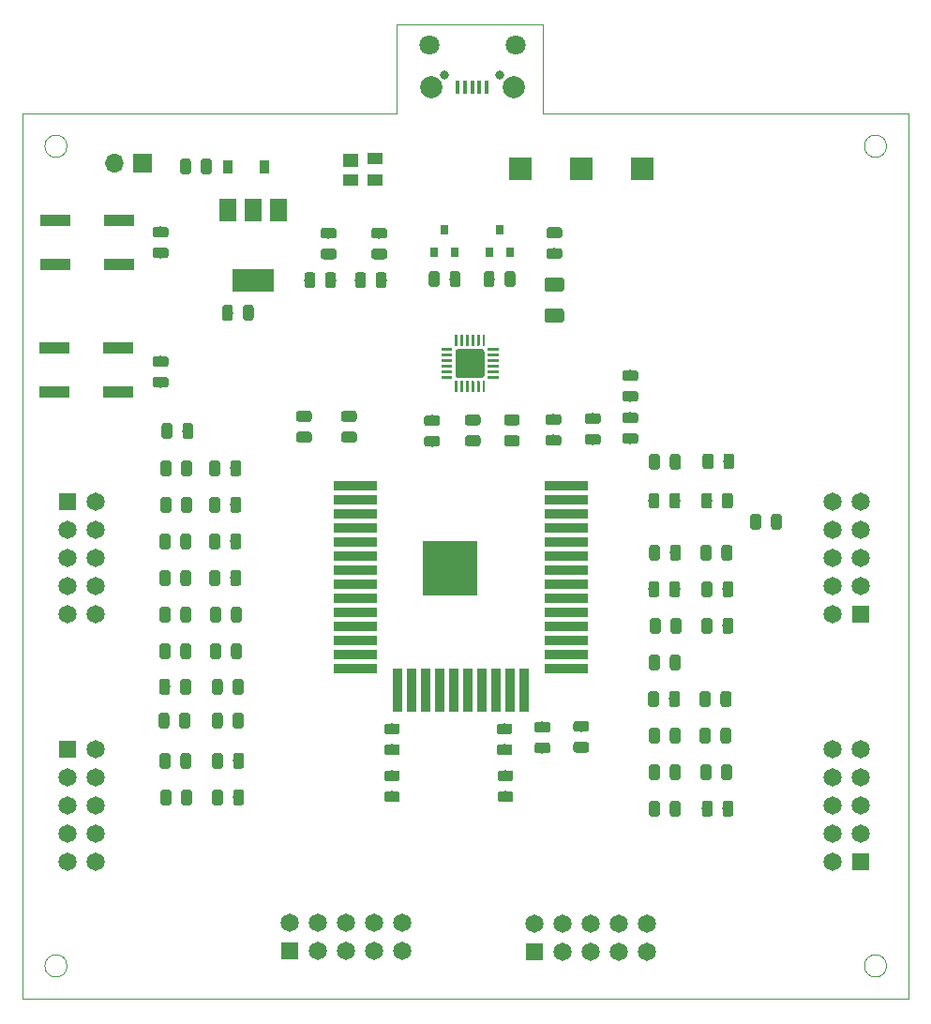
<source format=gbr>
%TF.GenerationSoftware,KiCad,Pcbnew,(5.0.0)*%
%TF.CreationDate,2020-03-23T14:11:06+01:00*%
%TF.ProjectId,Schaltplan_Mainboard,536368616C74706C616E5F4D61696E62,rev?*%
%TF.SameCoordinates,Original*%
%TF.FileFunction,Soldermask,Top*%
%TF.FilePolarity,Negative*%
%FSLAX46Y46*%
G04 Gerber Fmt 4.6, Leading zero omitted, Abs format (unit mm)*
G04 Created by KiCad (PCBNEW (5.0.0)) date 03/23/20 14:11:06*
%MOMM*%
%LPD*%
G01*
G04 APERTURE LIST*
%ADD10C,0.100000*%
%ADD11R,1.650000X1.650000*%
%ADD12C,1.650000*%
%ADD13R,1.700000X1.700000*%
%ADD14O,1.700000X1.700000*%
%ADD15C,0.150000*%
%ADD16C,1.250000*%
%ADD17C,0.975000*%
%ADD18R,2.000000X2.000000*%
%ADD19R,0.900000X1.200000*%
%ADD20C,0.250000*%
%ADD21C,2.600000*%
%ADD22R,1.400000X1.200000*%
%ADD23R,1.400000X1.000000*%
%ADD24R,0.800000X0.900000*%
%ADD25R,2.750000X1.000000*%
%ADD26R,3.800000X2.000000*%
%ADD27R,1.500000X2.000000*%
%ADD28C,0.800000*%
%ADD29C,1.800000*%
%ADD30C,2.000000*%
%ADD31R,0.450000X1.300000*%
%ADD32R,5.000000X5.000000*%
%ADD33R,4.000000X0.900000*%
%ADD34R,0.900000X4.000000*%
G04 APERTURE END LIST*
D10*
X172400000Y-64440000D02*
X205400000Y-64440000D01*
X172400000Y-56440000D02*
X159200000Y-56440000D01*
X172400000Y-64440000D02*
X172400000Y-56440000D01*
X125400000Y-64440000D02*
X159200000Y-64440000D01*
X159200000Y-64440000D02*
X159200000Y-56440000D01*
X129400000Y-141450000D02*
G75*
G03X129400000Y-141450000I-1000000J0D01*
G01*
X203410000Y-67440000D02*
G75*
G03X203410000Y-67440000I-1000000J0D01*
G01*
X129400000Y-67440000D02*
G75*
G03X129400000Y-67440000I-1000000J0D01*
G01*
X203410000Y-141450000D02*
G75*
G03X203410000Y-141450000I-1000000J0D01*
G01*
X125400000Y-64440000D02*
X125400000Y-144440000D01*
X125400000Y-144440000D02*
X205400000Y-144440000D01*
X205400000Y-64440000D02*
X205400000Y-144440000D01*
D11*
%TO.C,J5*%
X201092000Y-109652000D03*
D12*
X198552000Y-109652000D03*
X201092000Y-107112000D03*
X198552000Y-107112000D03*
X201092000Y-104572000D03*
X198552000Y-104572000D03*
X201092000Y-102032000D03*
X198552000Y-102032000D03*
X201092000Y-99492000D03*
X198552000Y-99492000D03*
%TD*%
%TO.C,J3*%
X181788000Y-137592000D03*
X181788000Y-140132000D03*
X179248000Y-137592000D03*
X179248000Y-140132000D03*
X176708000Y-137592000D03*
X176708000Y-140132000D03*
X174168000Y-137592000D03*
X174168000Y-140132000D03*
X171628000Y-137592000D03*
D11*
X171628000Y-140132000D03*
%TD*%
D13*
%TO.C,TP1*%
X136195000Y-68948500D03*
D14*
X133655000Y-68948500D03*
%TD*%
D15*
%TO.C,D3*%
G36*
X174055504Y-82104204D02*
X174079773Y-82107804D01*
X174103571Y-82113765D01*
X174126671Y-82122030D01*
X174148849Y-82132520D01*
X174169893Y-82145133D01*
X174189598Y-82159747D01*
X174207777Y-82176223D01*
X174224253Y-82194402D01*
X174238867Y-82214107D01*
X174251480Y-82235151D01*
X174261970Y-82257329D01*
X174270235Y-82280429D01*
X174276196Y-82304227D01*
X174279796Y-82328496D01*
X174281000Y-82353000D01*
X174281000Y-83103000D01*
X174279796Y-83127504D01*
X174276196Y-83151773D01*
X174270235Y-83175571D01*
X174261970Y-83198671D01*
X174251480Y-83220849D01*
X174238867Y-83241893D01*
X174224253Y-83261598D01*
X174207777Y-83279777D01*
X174189598Y-83296253D01*
X174169893Y-83310867D01*
X174148849Y-83323480D01*
X174126671Y-83333970D01*
X174103571Y-83342235D01*
X174079773Y-83348196D01*
X174055504Y-83351796D01*
X174031000Y-83353000D01*
X172781000Y-83353000D01*
X172756496Y-83351796D01*
X172732227Y-83348196D01*
X172708429Y-83342235D01*
X172685329Y-83333970D01*
X172663151Y-83323480D01*
X172642107Y-83310867D01*
X172622402Y-83296253D01*
X172604223Y-83279777D01*
X172587747Y-83261598D01*
X172573133Y-83241893D01*
X172560520Y-83220849D01*
X172550030Y-83198671D01*
X172541765Y-83175571D01*
X172535804Y-83151773D01*
X172532204Y-83127504D01*
X172531000Y-83103000D01*
X172531000Y-82353000D01*
X172532204Y-82328496D01*
X172535804Y-82304227D01*
X172541765Y-82280429D01*
X172550030Y-82257329D01*
X172560520Y-82235151D01*
X172573133Y-82214107D01*
X172587747Y-82194402D01*
X172604223Y-82176223D01*
X172622402Y-82159747D01*
X172642107Y-82145133D01*
X172663151Y-82132520D01*
X172685329Y-82122030D01*
X172708429Y-82113765D01*
X172732227Y-82107804D01*
X172756496Y-82104204D01*
X172781000Y-82103000D01*
X174031000Y-82103000D01*
X174055504Y-82104204D01*
X174055504Y-82104204D01*
G37*
D16*
X173406000Y-82728000D03*
D15*
G36*
X174055504Y-79304204D02*
X174079773Y-79307804D01*
X174103571Y-79313765D01*
X174126671Y-79322030D01*
X174148849Y-79332520D01*
X174169893Y-79345133D01*
X174189598Y-79359747D01*
X174207777Y-79376223D01*
X174224253Y-79394402D01*
X174238867Y-79414107D01*
X174251480Y-79435151D01*
X174261970Y-79457329D01*
X174270235Y-79480429D01*
X174276196Y-79504227D01*
X174279796Y-79528496D01*
X174281000Y-79553000D01*
X174281000Y-80303000D01*
X174279796Y-80327504D01*
X174276196Y-80351773D01*
X174270235Y-80375571D01*
X174261970Y-80398671D01*
X174251480Y-80420849D01*
X174238867Y-80441893D01*
X174224253Y-80461598D01*
X174207777Y-80479777D01*
X174189598Y-80496253D01*
X174169893Y-80510867D01*
X174148849Y-80523480D01*
X174126671Y-80533970D01*
X174103571Y-80542235D01*
X174079773Y-80548196D01*
X174055504Y-80551796D01*
X174031000Y-80553000D01*
X172781000Y-80553000D01*
X172756496Y-80551796D01*
X172732227Y-80548196D01*
X172708429Y-80542235D01*
X172685329Y-80533970D01*
X172663151Y-80523480D01*
X172642107Y-80510867D01*
X172622402Y-80496253D01*
X172604223Y-80479777D01*
X172587747Y-80461598D01*
X172573133Y-80441893D01*
X172560520Y-80420849D01*
X172550030Y-80398671D01*
X172541765Y-80375571D01*
X172535804Y-80351773D01*
X172532204Y-80327504D01*
X172531000Y-80303000D01*
X172531000Y-79553000D01*
X172532204Y-79528496D01*
X172535804Y-79504227D01*
X172541765Y-79480429D01*
X172550030Y-79457329D01*
X172560520Y-79435151D01*
X172573133Y-79414107D01*
X172587747Y-79394402D01*
X172604223Y-79376223D01*
X172622402Y-79359747D01*
X172642107Y-79345133D01*
X172663151Y-79332520D01*
X172685329Y-79322030D01*
X172708429Y-79313765D01*
X172732227Y-79307804D01*
X172756496Y-79304204D01*
X172781000Y-79303000D01*
X174031000Y-79303000D01*
X174055504Y-79304204D01*
X174055504Y-79304204D01*
G37*
D16*
X173406000Y-79928000D03*
%TD*%
D15*
%TO.C,R34*%
G36*
X176299142Y-121215674D02*
X176322803Y-121219184D01*
X176346007Y-121224996D01*
X176368529Y-121233054D01*
X176390153Y-121243282D01*
X176410670Y-121255579D01*
X176429883Y-121269829D01*
X176447607Y-121285893D01*
X176463671Y-121303617D01*
X176477921Y-121322830D01*
X176490218Y-121343347D01*
X176500446Y-121364971D01*
X176508504Y-121387493D01*
X176514316Y-121410697D01*
X176517826Y-121434358D01*
X176519000Y-121458250D01*
X176519000Y-121945750D01*
X176517826Y-121969642D01*
X176514316Y-121993303D01*
X176508504Y-122016507D01*
X176500446Y-122039029D01*
X176490218Y-122060653D01*
X176477921Y-122081170D01*
X176463671Y-122100383D01*
X176447607Y-122118107D01*
X176429883Y-122134171D01*
X176410670Y-122148421D01*
X176390153Y-122160718D01*
X176368529Y-122170946D01*
X176346007Y-122179004D01*
X176322803Y-122184816D01*
X176299142Y-122188326D01*
X176275250Y-122189500D01*
X175362750Y-122189500D01*
X175338858Y-122188326D01*
X175315197Y-122184816D01*
X175291993Y-122179004D01*
X175269471Y-122170946D01*
X175247847Y-122160718D01*
X175227330Y-122148421D01*
X175208117Y-122134171D01*
X175190393Y-122118107D01*
X175174329Y-122100383D01*
X175160079Y-122081170D01*
X175147782Y-122060653D01*
X175137554Y-122039029D01*
X175129496Y-122016507D01*
X175123684Y-121993303D01*
X175120174Y-121969642D01*
X175119000Y-121945750D01*
X175119000Y-121458250D01*
X175120174Y-121434358D01*
X175123684Y-121410697D01*
X175129496Y-121387493D01*
X175137554Y-121364971D01*
X175147782Y-121343347D01*
X175160079Y-121322830D01*
X175174329Y-121303617D01*
X175190393Y-121285893D01*
X175208117Y-121269829D01*
X175227330Y-121255579D01*
X175247847Y-121243282D01*
X175269471Y-121233054D01*
X175291993Y-121224996D01*
X175315197Y-121219184D01*
X175338858Y-121215674D01*
X175362750Y-121214500D01*
X176275250Y-121214500D01*
X176299142Y-121215674D01*
X176299142Y-121215674D01*
G37*
D17*
X175819000Y-121702000D03*
D15*
G36*
X176299142Y-119340674D02*
X176322803Y-119344184D01*
X176346007Y-119349996D01*
X176368529Y-119358054D01*
X176390153Y-119368282D01*
X176410670Y-119380579D01*
X176429883Y-119394829D01*
X176447607Y-119410893D01*
X176463671Y-119428617D01*
X176477921Y-119447830D01*
X176490218Y-119468347D01*
X176500446Y-119489971D01*
X176508504Y-119512493D01*
X176514316Y-119535697D01*
X176517826Y-119559358D01*
X176519000Y-119583250D01*
X176519000Y-120070750D01*
X176517826Y-120094642D01*
X176514316Y-120118303D01*
X176508504Y-120141507D01*
X176500446Y-120164029D01*
X176490218Y-120185653D01*
X176477921Y-120206170D01*
X176463671Y-120225383D01*
X176447607Y-120243107D01*
X176429883Y-120259171D01*
X176410670Y-120273421D01*
X176390153Y-120285718D01*
X176368529Y-120295946D01*
X176346007Y-120304004D01*
X176322803Y-120309816D01*
X176299142Y-120313326D01*
X176275250Y-120314500D01*
X175362750Y-120314500D01*
X175338858Y-120313326D01*
X175315197Y-120309816D01*
X175291993Y-120304004D01*
X175269471Y-120295946D01*
X175247847Y-120285718D01*
X175227330Y-120273421D01*
X175208117Y-120259171D01*
X175190393Y-120243107D01*
X175174329Y-120225383D01*
X175160079Y-120206170D01*
X175147782Y-120185653D01*
X175137554Y-120164029D01*
X175129496Y-120141507D01*
X175123684Y-120118303D01*
X175120174Y-120094642D01*
X175119000Y-120070750D01*
X175119000Y-119583250D01*
X175120174Y-119559358D01*
X175123684Y-119535697D01*
X175129496Y-119512493D01*
X175137554Y-119489971D01*
X175147782Y-119468347D01*
X175160079Y-119447830D01*
X175174329Y-119428617D01*
X175190393Y-119410893D01*
X175208117Y-119394829D01*
X175227330Y-119380579D01*
X175247847Y-119368282D01*
X175269471Y-119358054D01*
X175291993Y-119349996D01*
X175315197Y-119344184D01*
X175338858Y-119340674D01*
X175362750Y-119339500D01*
X176275250Y-119339500D01*
X176299142Y-119340674D01*
X176299142Y-119340674D01*
G37*
D17*
X175819000Y-119827000D03*
%TD*%
D15*
%TO.C,R35*%
G36*
X172806642Y-121279174D02*
X172830303Y-121282684D01*
X172853507Y-121288496D01*
X172876029Y-121296554D01*
X172897653Y-121306782D01*
X172918170Y-121319079D01*
X172937383Y-121333329D01*
X172955107Y-121349393D01*
X172971171Y-121367117D01*
X172985421Y-121386330D01*
X172997718Y-121406847D01*
X173007946Y-121428471D01*
X173016004Y-121450993D01*
X173021816Y-121474197D01*
X173025326Y-121497858D01*
X173026500Y-121521750D01*
X173026500Y-122009250D01*
X173025326Y-122033142D01*
X173021816Y-122056803D01*
X173016004Y-122080007D01*
X173007946Y-122102529D01*
X172997718Y-122124153D01*
X172985421Y-122144670D01*
X172971171Y-122163883D01*
X172955107Y-122181607D01*
X172937383Y-122197671D01*
X172918170Y-122211921D01*
X172897653Y-122224218D01*
X172876029Y-122234446D01*
X172853507Y-122242504D01*
X172830303Y-122248316D01*
X172806642Y-122251826D01*
X172782750Y-122253000D01*
X171870250Y-122253000D01*
X171846358Y-122251826D01*
X171822697Y-122248316D01*
X171799493Y-122242504D01*
X171776971Y-122234446D01*
X171755347Y-122224218D01*
X171734830Y-122211921D01*
X171715617Y-122197671D01*
X171697893Y-122181607D01*
X171681829Y-122163883D01*
X171667579Y-122144670D01*
X171655282Y-122124153D01*
X171645054Y-122102529D01*
X171636996Y-122080007D01*
X171631184Y-122056803D01*
X171627674Y-122033142D01*
X171626500Y-122009250D01*
X171626500Y-121521750D01*
X171627674Y-121497858D01*
X171631184Y-121474197D01*
X171636996Y-121450993D01*
X171645054Y-121428471D01*
X171655282Y-121406847D01*
X171667579Y-121386330D01*
X171681829Y-121367117D01*
X171697893Y-121349393D01*
X171715617Y-121333329D01*
X171734830Y-121319079D01*
X171755347Y-121306782D01*
X171776971Y-121296554D01*
X171799493Y-121288496D01*
X171822697Y-121282684D01*
X171846358Y-121279174D01*
X171870250Y-121278000D01*
X172782750Y-121278000D01*
X172806642Y-121279174D01*
X172806642Y-121279174D01*
G37*
D17*
X172326500Y-121765500D03*
D15*
G36*
X172806642Y-119404174D02*
X172830303Y-119407684D01*
X172853507Y-119413496D01*
X172876029Y-119421554D01*
X172897653Y-119431782D01*
X172918170Y-119444079D01*
X172937383Y-119458329D01*
X172955107Y-119474393D01*
X172971171Y-119492117D01*
X172985421Y-119511330D01*
X172997718Y-119531847D01*
X173007946Y-119553471D01*
X173016004Y-119575993D01*
X173021816Y-119599197D01*
X173025326Y-119622858D01*
X173026500Y-119646750D01*
X173026500Y-120134250D01*
X173025326Y-120158142D01*
X173021816Y-120181803D01*
X173016004Y-120205007D01*
X173007946Y-120227529D01*
X172997718Y-120249153D01*
X172985421Y-120269670D01*
X172971171Y-120288883D01*
X172955107Y-120306607D01*
X172937383Y-120322671D01*
X172918170Y-120336921D01*
X172897653Y-120349218D01*
X172876029Y-120359446D01*
X172853507Y-120367504D01*
X172830303Y-120373316D01*
X172806642Y-120376826D01*
X172782750Y-120378000D01*
X171870250Y-120378000D01*
X171846358Y-120376826D01*
X171822697Y-120373316D01*
X171799493Y-120367504D01*
X171776971Y-120359446D01*
X171755347Y-120349218D01*
X171734830Y-120336921D01*
X171715617Y-120322671D01*
X171697893Y-120306607D01*
X171681829Y-120288883D01*
X171667579Y-120269670D01*
X171655282Y-120249153D01*
X171645054Y-120227529D01*
X171636996Y-120205007D01*
X171631184Y-120181803D01*
X171627674Y-120158142D01*
X171626500Y-120134250D01*
X171626500Y-119646750D01*
X171627674Y-119622858D01*
X171631184Y-119599197D01*
X171636996Y-119575993D01*
X171645054Y-119553471D01*
X171655282Y-119531847D01*
X171667579Y-119511330D01*
X171681829Y-119492117D01*
X171697893Y-119474393D01*
X171715617Y-119458329D01*
X171734830Y-119444079D01*
X171755347Y-119431782D01*
X171776971Y-119421554D01*
X171799493Y-119413496D01*
X171822697Y-119407684D01*
X171846358Y-119404174D01*
X171870250Y-119403000D01*
X172782750Y-119403000D01*
X172806642Y-119404174D01*
X172806642Y-119404174D01*
G37*
D17*
X172326500Y-119890500D03*
%TD*%
D15*
%TO.C,R36*%
G36*
X173886142Y-74763674D02*
X173909803Y-74767184D01*
X173933007Y-74772996D01*
X173955529Y-74781054D01*
X173977153Y-74791282D01*
X173997670Y-74803579D01*
X174016883Y-74817829D01*
X174034607Y-74833893D01*
X174050671Y-74851617D01*
X174064921Y-74870830D01*
X174077218Y-74891347D01*
X174087446Y-74912971D01*
X174095504Y-74935493D01*
X174101316Y-74958697D01*
X174104826Y-74982358D01*
X174106000Y-75006250D01*
X174106000Y-75493750D01*
X174104826Y-75517642D01*
X174101316Y-75541303D01*
X174095504Y-75564507D01*
X174087446Y-75587029D01*
X174077218Y-75608653D01*
X174064921Y-75629170D01*
X174050671Y-75648383D01*
X174034607Y-75666107D01*
X174016883Y-75682171D01*
X173997670Y-75696421D01*
X173977153Y-75708718D01*
X173955529Y-75718946D01*
X173933007Y-75727004D01*
X173909803Y-75732816D01*
X173886142Y-75736326D01*
X173862250Y-75737500D01*
X172949750Y-75737500D01*
X172925858Y-75736326D01*
X172902197Y-75732816D01*
X172878993Y-75727004D01*
X172856471Y-75718946D01*
X172834847Y-75708718D01*
X172814330Y-75696421D01*
X172795117Y-75682171D01*
X172777393Y-75666107D01*
X172761329Y-75648383D01*
X172747079Y-75629170D01*
X172734782Y-75608653D01*
X172724554Y-75587029D01*
X172716496Y-75564507D01*
X172710684Y-75541303D01*
X172707174Y-75517642D01*
X172706000Y-75493750D01*
X172706000Y-75006250D01*
X172707174Y-74982358D01*
X172710684Y-74958697D01*
X172716496Y-74935493D01*
X172724554Y-74912971D01*
X172734782Y-74891347D01*
X172747079Y-74870830D01*
X172761329Y-74851617D01*
X172777393Y-74833893D01*
X172795117Y-74817829D01*
X172814330Y-74803579D01*
X172834847Y-74791282D01*
X172856471Y-74781054D01*
X172878993Y-74772996D01*
X172902197Y-74767184D01*
X172925858Y-74763674D01*
X172949750Y-74762500D01*
X173862250Y-74762500D01*
X173886142Y-74763674D01*
X173886142Y-74763674D01*
G37*
D17*
X173406000Y-75250000D03*
D15*
G36*
X173886142Y-76638674D02*
X173909803Y-76642184D01*
X173933007Y-76647996D01*
X173955529Y-76656054D01*
X173977153Y-76666282D01*
X173997670Y-76678579D01*
X174016883Y-76692829D01*
X174034607Y-76708893D01*
X174050671Y-76726617D01*
X174064921Y-76745830D01*
X174077218Y-76766347D01*
X174087446Y-76787971D01*
X174095504Y-76810493D01*
X174101316Y-76833697D01*
X174104826Y-76857358D01*
X174106000Y-76881250D01*
X174106000Y-77368750D01*
X174104826Y-77392642D01*
X174101316Y-77416303D01*
X174095504Y-77439507D01*
X174087446Y-77462029D01*
X174077218Y-77483653D01*
X174064921Y-77504170D01*
X174050671Y-77523383D01*
X174034607Y-77541107D01*
X174016883Y-77557171D01*
X173997670Y-77571421D01*
X173977153Y-77583718D01*
X173955529Y-77593946D01*
X173933007Y-77602004D01*
X173909803Y-77607816D01*
X173886142Y-77611326D01*
X173862250Y-77612500D01*
X172949750Y-77612500D01*
X172925858Y-77611326D01*
X172902197Y-77607816D01*
X172878993Y-77602004D01*
X172856471Y-77593946D01*
X172834847Y-77583718D01*
X172814330Y-77571421D01*
X172795117Y-77557171D01*
X172777393Y-77541107D01*
X172761329Y-77523383D01*
X172747079Y-77504170D01*
X172734782Y-77483653D01*
X172724554Y-77462029D01*
X172716496Y-77439507D01*
X172710684Y-77416303D01*
X172707174Y-77392642D01*
X172706000Y-77368750D01*
X172706000Y-76881250D01*
X172707174Y-76857358D01*
X172710684Y-76833697D01*
X172716496Y-76810493D01*
X172724554Y-76787971D01*
X172734782Y-76766347D01*
X172747079Y-76745830D01*
X172761329Y-76726617D01*
X172777393Y-76708893D01*
X172795117Y-76692829D01*
X172814330Y-76678579D01*
X172834847Y-76666282D01*
X172856471Y-76656054D01*
X172878993Y-76647996D01*
X172902197Y-76642184D01*
X172925858Y-76638674D01*
X172949750Y-76637500D01*
X173862250Y-76637500D01*
X173886142Y-76638674D01*
X173886142Y-76638674D01*
G37*
D17*
X173406000Y-77125000D03*
%TD*%
D18*
%TO.C,TP2*%
X175882500Y-69456500D03*
%TD*%
%TO.C,TP3*%
X170358000Y-69456500D03*
%TD*%
%TO.C,TP4*%
X181343500Y-69456500D03*
%TD*%
D15*
%TO.C,C32*%
G36*
X142241142Y-68567174D02*
X142264803Y-68570684D01*
X142288007Y-68576496D01*
X142310529Y-68584554D01*
X142332153Y-68594782D01*
X142352670Y-68607079D01*
X142371883Y-68621329D01*
X142389607Y-68637393D01*
X142405671Y-68655117D01*
X142419921Y-68674330D01*
X142432218Y-68694847D01*
X142442446Y-68716471D01*
X142450504Y-68738993D01*
X142456316Y-68762197D01*
X142459826Y-68785858D01*
X142461000Y-68809750D01*
X142461000Y-69722250D01*
X142459826Y-69746142D01*
X142456316Y-69769803D01*
X142450504Y-69793007D01*
X142442446Y-69815529D01*
X142432218Y-69837153D01*
X142419921Y-69857670D01*
X142405671Y-69876883D01*
X142389607Y-69894607D01*
X142371883Y-69910671D01*
X142352670Y-69924921D01*
X142332153Y-69937218D01*
X142310529Y-69947446D01*
X142288007Y-69955504D01*
X142264803Y-69961316D01*
X142241142Y-69964826D01*
X142217250Y-69966000D01*
X141729750Y-69966000D01*
X141705858Y-69964826D01*
X141682197Y-69961316D01*
X141658993Y-69955504D01*
X141636471Y-69947446D01*
X141614847Y-69937218D01*
X141594330Y-69924921D01*
X141575117Y-69910671D01*
X141557393Y-69894607D01*
X141541329Y-69876883D01*
X141527079Y-69857670D01*
X141514782Y-69837153D01*
X141504554Y-69815529D01*
X141496496Y-69793007D01*
X141490684Y-69769803D01*
X141487174Y-69746142D01*
X141486000Y-69722250D01*
X141486000Y-68809750D01*
X141487174Y-68785858D01*
X141490684Y-68762197D01*
X141496496Y-68738993D01*
X141504554Y-68716471D01*
X141514782Y-68694847D01*
X141527079Y-68674330D01*
X141541329Y-68655117D01*
X141557393Y-68637393D01*
X141575117Y-68621329D01*
X141594330Y-68607079D01*
X141614847Y-68594782D01*
X141636471Y-68584554D01*
X141658993Y-68576496D01*
X141682197Y-68570684D01*
X141705858Y-68567174D01*
X141729750Y-68566000D01*
X142217250Y-68566000D01*
X142241142Y-68567174D01*
X142241142Y-68567174D01*
G37*
D17*
X141973500Y-69266000D03*
D15*
G36*
X140366142Y-68567174D02*
X140389803Y-68570684D01*
X140413007Y-68576496D01*
X140435529Y-68584554D01*
X140457153Y-68594782D01*
X140477670Y-68607079D01*
X140496883Y-68621329D01*
X140514607Y-68637393D01*
X140530671Y-68655117D01*
X140544921Y-68674330D01*
X140557218Y-68694847D01*
X140567446Y-68716471D01*
X140575504Y-68738993D01*
X140581316Y-68762197D01*
X140584826Y-68785858D01*
X140586000Y-68809750D01*
X140586000Y-69722250D01*
X140584826Y-69746142D01*
X140581316Y-69769803D01*
X140575504Y-69793007D01*
X140567446Y-69815529D01*
X140557218Y-69837153D01*
X140544921Y-69857670D01*
X140530671Y-69876883D01*
X140514607Y-69894607D01*
X140496883Y-69910671D01*
X140477670Y-69924921D01*
X140457153Y-69937218D01*
X140435529Y-69947446D01*
X140413007Y-69955504D01*
X140389803Y-69961316D01*
X140366142Y-69964826D01*
X140342250Y-69966000D01*
X139854750Y-69966000D01*
X139830858Y-69964826D01*
X139807197Y-69961316D01*
X139783993Y-69955504D01*
X139761471Y-69947446D01*
X139739847Y-69937218D01*
X139719330Y-69924921D01*
X139700117Y-69910671D01*
X139682393Y-69894607D01*
X139666329Y-69876883D01*
X139652079Y-69857670D01*
X139639782Y-69837153D01*
X139629554Y-69815529D01*
X139621496Y-69793007D01*
X139615684Y-69769803D01*
X139612174Y-69746142D01*
X139611000Y-69722250D01*
X139611000Y-68809750D01*
X139612174Y-68785858D01*
X139615684Y-68762197D01*
X139621496Y-68738993D01*
X139629554Y-68716471D01*
X139639782Y-68694847D01*
X139652079Y-68674330D01*
X139666329Y-68655117D01*
X139682393Y-68637393D01*
X139700117Y-68621329D01*
X139719330Y-68607079D01*
X139739847Y-68594782D01*
X139761471Y-68584554D01*
X139783993Y-68576496D01*
X139807197Y-68570684D01*
X139830858Y-68567174D01*
X139854750Y-68566000D01*
X140342250Y-68566000D01*
X140366142Y-68567174D01*
X140366142Y-68567174D01*
G37*
D17*
X140098500Y-69266000D03*
%TD*%
D15*
%TO.C,C33*%
G36*
X144158142Y-81775174D02*
X144181803Y-81778684D01*
X144205007Y-81784496D01*
X144227529Y-81792554D01*
X144249153Y-81802782D01*
X144269670Y-81815079D01*
X144288883Y-81829329D01*
X144306607Y-81845393D01*
X144322671Y-81863117D01*
X144336921Y-81882330D01*
X144349218Y-81902847D01*
X144359446Y-81924471D01*
X144367504Y-81946993D01*
X144373316Y-81970197D01*
X144376826Y-81993858D01*
X144378000Y-82017750D01*
X144378000Y-82930250D01*
X144376826Y-82954142D01*
X144373316Y-82977803D01*
X144367504Y-83001007D01*
X144359446Y-83023529D01*
X144349218Y-83045153D01*
X144336921Y-83065670D01*
X144322671Y-83084883D01*
X144306607Y-83102607D01*
X144288883Y-83118671D01*
X144269670Y-83132921D01*
X144249153Y-83145218D01*
X144227529Y-83155446D01*
X144205007Y-83163504D01*
X144181803Y-83169316D01*
X144158142Y-83172826D01*
X144134250Y-83174000D01*
X143646750Y-83174000D01*
X143622858Y-83172826D01*
X143599197Y-83169316D01*
X143575993Y-83163504D01*
X143553471Y-83155446D01*
X143531847Y-83145218D01*
X143511330Y-83132921D01*
X143492117Y-83118671D01*
X143474393Y-83102607D01*
X143458329Y-83084883D01*
X143444079Y-83065670D01*
X143431782Y-83045153D01*
X143421554Y-83023529D01*
X143413496Y-83001007D01*
X143407684Y-82977803D01*
X143404174Y-82954142D01*
X143403000Y-82930250D01*
X143403000Y-82017750D01*
X143404174Y-81993858D01*
X143407684Y-81970197D01*
X143413496Y-81946993D01*
X143421554Y-81924471D01*
X143431782Y-81902847D01*
X143444079Y-81882330D01*
X143458329Y-81863117D01*
X143474393Y-81845393D01*
X143492117Y-81829329D01*
X143511330Y-81815079D01*
X143531847Y-81802782D01*
X143553471Y-81792554D01*
X143575993Y-81784496D01*
X143599197Y-81778684D01*
X143622858Y-81775174D01*
X143646750Y-81774000D01*
X144134250Y-81774000D01*
X144158142Y-81775174D01*
X144158142Y-81775174D01*
G37*
D17*
X143890500Y-82474000D03*
D15*
G36*
X146033142Y-81775174D02*
X146056803Y-81778684D01*
X146080007Y-81784496D01*
X146102529Y-81792554D01*
X146124153Y-81802782D01*
X146144670Y-81815079D01*
X146163883Y-81829329D01*
X146181607Y-81845393D01*
X146197671Y-81863117D01*
X146211921Y-81882330D01*
X146224218Y-81902847D01*
X146234446Y-81924471D01*
X146242504Y-81946993D01*
X146248316Y-81970197D01*
X146251826Y-81993858D01*
X146253000Y-82017750D01*
X146253000Y-82930250D01*
X146251826Y-82954142D01*
X146248316Y-82977803D01*
X146242504Y-83001007D01*
X146234446Y-83023529D01*
X146224218Y-83045153D01*
X146211921Y-83065670D01*
X146197671Y-83084883D01*
X146181607Y-83102607D01*
X146163883Y-83118671D01*
X146144670Y-83132921D01*
X146124153Y-83145218D01*
X146102529Y-83155446D01*
X146080007Y-83163504D01*
X146056803Y-83169316D01*
X146033142Y-83172826D01*
X146009250Y-83174000D01*
X145521750Y-83174000D01*
X145497858Y-83172826D01*
X145474197Y-83169316D01*
X145450993Y-83163504D01*
X145428471Y-83155446D01*
X145406847Y-83145218D01*
X145386330Y-83132921D01*
X145367117Y-83118671D01*
X145349393Y-83102607D01*
X145333329Y-83084883D01*
X145319079Y-83065670D01*
X145306782Y-83045153D01*
X145296554Y-83023529D01*
X145288496Y-83001007D01*
X145282684Y-82977803D01*
X145279174Y-82954142D01*
X145278000Y-82930250D01*
X145278000Y-82017750D01*
X145279174Y-81993858D01*
X145282684Y-81970197D01*
X145288496Y-81946993D01*
X145296554Y-81924471D01*
X145306782Y-81902847D01*
X145319079Y-81882330D01*
X145333329Y-81863117D01*
X145349393Y-81845393D01*
X145367117Y-81829329D01*
X145386330Y-81815079D01*
X145406847Y-81802782D01*
X145428471Y-81792554D01*
X145450993Y-81784496D01*
X145474197Y-81778684D01*
X145497858Y-81775174D01*
X145521750Y-81774000D01*
X146009250Y-81774000D01*
X146033142Y-81775174D01*
X146033142Y-81775174D01*
G37*
D17*
X145765500Y-82474000D03*
%TD*%
D15*
%TO.C,C11*%
G36*
X155344142Y-93212174D02*
X155367803Y-93215684D01*
X155391007Y-93221496D01*
X155413529Y-93229554D01*
X155435153Y-93239782D01*
X155455670Y-93252079D01*
X155474883Y-93266329D01*
X155492607Y-93282393D01*
X155508671Y-93300117D01*
X155522921Y-93319330D01*
X155535218Y-93339847D01*
X155545446Y-93361471D01*
X155553504Y-93383993D01*
X155559316Y-93407197D01*
X155562826Y-93430858D01*
X155564000Y-93454750D01*
X155564000Y-93942250D01*
X155562826Y-93966142D01*
X155559316Y-93989803D01*
X155553504Y-94013007D01*
X155545446Y-94035529D01*
X155535218Y-94057153D01*
X155522921Y-94077670D01*
X155508671Y-94096883D01*
X155492607Y-94114607D01*
X155474883Y-94130671D01*
X155455670Y-94144921D01*
X155435153Y-94157218D01*
X155413529Y-94167446D01*
X155391007Y-94175504D01*
X155367803Y-94181316D01*
X155344142Y-94184826D01*
X155320250Y-94186000D01*
X154407750Y-94186000D01*
X154383858Y-94184826D01*
X154360197Y-94181316D01*
X154336993Y-94175504D01*
X154314471Y-94167446D01*
X154292847Y-94157218D01*
X154272330Y-94144921D01*
X154253117Y-94130671D01*
X154235393Y-94114607D01*
X154219329Y-94096883D01*
X154205079Y-94077670D01*
X154192782Y-94057153D01*
X154182554Y-94035529D01*
X154174496Y-94013007D01*
X154168684Y-93989803D01*
X154165174Y-93966142D01*
X154164000Y-93942250D01*
X154164000Y-93454750D01*
X154165174Y-93430858D01*
X154168684Y-93407197D01*
X154174496Y-93383993D01*
X154182554Y-93361471D01*
X154192782Y-93339847D01*
X154205079Y-93319330D01*
X154219329Y-93300117D01*
X154235393Y-93282393D01*
X154253117Y-93266329D01*
X154272330Y-93252079D01*
X154292847Y-93239782D01*
X154314471Y-93229554D01*
X154336993Y-93221496D01*
X154360197Y-93215684D01*
X154383858Y-93212174D01*
X154407750Y-93211000D01*
X155320250Y-93211000D01*
X155344142Y-93212174D01*
X155344142Y-93212174D01*
G37*
D17*
X154864000Y-93698500D03*
D15*
G36*
X155344142Y-91337174D02*
X155367803Y-91340684D01*
X155391007Y-91346496D01*
X155413529Y-91354554D01*
X155435153Y-91364782D01*
X155455670Y-91377079D01*
X155474883Y-91391329D01*
X155492607Y-91407393D01*
X155508671Y-91425117D01*
X155522921Y-91444330D01*
X155535218Y-91464847D01*
X155545446Y-91486471D01*
X155553504Y-91508993D01*
X155559316Y-91532197D01*
X155562826Y-91555858D01*
X155564000Y-91579750D01*
X155564000Y-92067250D01*
X155562826Y-92091142D01*
X155559316Y-92114803D01*
X155553504Y-92138007D01*
X155545446Y-92160529D01*
X155535218Y-92182153D01*
X155522921Y-92202670D01*
X155508671Y-92221883D01*
X155492607Y-92239607D01*
X155474883Y-92255671D01*
X155455670Y-92269921D01*
X155435153Y-92282218D01*
X155413529Y-92292446D01*
X155391007Y-92300504D01*
X155367803Y-92306316D01*
X155344142Y-92309826D01*
X155320250Y-92311000D01*
X154407750Y-92311000D01*
X154383858Y-92309826D01*
X154360197Y-92306316D01*
X154336993Y-92300504D01*
X154314471Y-92292446D01*
X154292847Y-92282218D01*
X154272330Y-92269921D01*
X154253117Y-92255671D01*
X154235393Y-92239607D01*
X154219329Y-92221883D01*
X154205079Y-92202670D01*
X154192782Y-92182153D01*
X154182554Y-92160529D01*
X154174496Y-92138007D01*
X154168684Y-92114803D01*
X154165174Y-92091142D01*
X154164000Y-92067250D01*
X154164000Y-91579750D01*
X154165174Y-91555858D01*
X154168684Y-91532197D01*
X154174496Y-91508993D01*
X154182554Y-91486471D01*
X154192782Y-91464847D01*
X154205079Y-91444330D01*
X154219329Y-91425117D01*
X154235393Y-91407393D01*
X154253117Y-91391329D01*
X154272330Y-91377079D01*
X154292847Y-91364782D01*
X154314471Y-91354554D01*
X154336993Y-91346496D01*
X154360197Y-91340684D01*
X154383858Y-91337174D01*
X154407750Y-91336000D01*
X155320250Y-91336000D01*
X155344142Y-91337174D01*
X155344142Y-91337174D01*
G37*
D17*
X154864000Y-91823500D03*
%TD*%
D15*
%TO.C,C4*%
G36*
X151280142Y-93212174D02*
X151303803Y-93215684D01*
X151327007Y-93221496D01*
X151349529Y-93229554D01*
X151371153Y-93239782D01*
X151391670Y-93252079D01*
X151410883Y-93266329D01*
X151428607Y-93282393D01*
X151444671Y-93300117D01*
X151458921Y-93319330D01*
X151471218Y-93339847D01*
X151481446Y-93361471D01*
X151489504Y-93383993D01*
X151495316Y-93407197D01*
X151498826Y-93430858D01*
X151500000Y-93454750D01*
X151500000Y-93942250D01*
X151498826Y-93966142D01*
X151495316Y-93989803D01*
X151489504Y-94013007D01*
X151481446Y-94035529D01*
X151471218Y-94057153D01*
X151458921Y-94077670D01*
X151444671Y-94096883D01*
X151428607Y-94114607D01*
X151410883Y-94130671D01*
X151391670Y-94144921D01*
X151371153Y-94157218D01*
X151349529Y-94167446D01*
X151327007Y-94175504D01*
X151303803Y-94181316D01*
X151280142Y-94184826D01*
X151256250Y-94186000D01*
X150343750Y-94186000D01*
X150319858Y-94184826D01*
X150296197Y-94181316D01*
X150272993Y-94175504D01*
X150250471Y-94167446D01*
X150228847Y-94157218D01*
X150208330Y-94144921D01*
X150189117Y-94130671D01*
X150171393Y-94114607D01*
X150155329Y-94096883D01*
X150141079Y-94077670D01*
X150128782Y-94057153D01*
X150118554Y-94035529D01*
X150110496Y-94013007D01*
X150104684Y-93989803D01*
X150101174Y-93966142D01*
X150100000Y-93942250D01*
X150100000Y-93454750D01*
X150101174Y-93430858D01*
X150104684Y-93407197D01*
X150110496Y-93383993D01*
X150118554Y-93361471D01*
X150128782Y-93339847D01*
X150141079Y-93319330D01*
X150155329Y-93300117D01*
X150171393Y-93282393D01*
X150189117Y-93266329D01*
X150208330Y-93252079D01*
X150228847Y-93239782D01*
X150250471Y-93229554D01*
X150272993Y-93221496D01*
X150296197Y-93215684D01*
X150319858Y-93212174D01*
X150343750Y-93211000D01*
X151256250Y-93211000D01*
X151280142Y-93212174D01*
X151280142Y-93212174D01*
G37*
D17*
X150800000Y-93698500D03*
D15*
G36*
X151280142Y-91337174D02*
X151303803Y-91340684D01*
X151327007Y-91346496D01*
X151349529Y-91354554D01*
X151371153Y-91364782D01*
X151391670Y-91377079D01*
X151410883Y-91391329D01*
X151428607Y-91407393D01*
X151444671Y-91425117D01*
X151458921Y-91444330D01*
X151471218Y-91464847D01*
X151481446Y-91486471D01*
X151489504Y-91508993D01*
X151495316Y-91532197D01*
X151498826Y-91555858D01*
X151500000Y-91579750D01*
X151500000Y-92067250D01*
X151498826Y-92091142D01*
X151495316Y-92114803D01*
X151489504Y-92138007D01*
X151481446Y-92160529D01*
X151471218Y-92182153D01*
X151458921Y-92202670D01*
X151444671Y-92221883D01*
X151428607Y-92239607D01*
X151410883Y-92255671D01*
X151391670Y-92269921D01*
X151371153Y-92282218D01*
X151349529Y-92292446D01*
X151327007Y-92300504D01*
X151303803Y-92306316D01*
X151280142Y-92309826D01*
X151256250Y-92311000D01*
X150343750Y-92311000D01*
X150319858Y-92309826D01*
X150296197Y-92306316D01*
X150272993Y-92300504D01*
X150250471Y-92292446D01*
X150228847Y-92282218D01*
X150208330Y-92269921D01*
X150189117Y-92255671D01*
X150171393Y-92239607D01*
X150155329Y-92221883D01*
X150141079Y-92202670D01*
X150128782Y-92182153D01*
X150118554Y-92160529D01*
X150110496Y-92138007D01*
X150104684Y-92114803D01*
X150101174Y-92091142D01*
X150100000Y-92067250D01*
X150100000Y-91579750D01*
X150101174Y-91555858D01*
X150104684Y-91532197D01*
X150110496Y-91508993D01*
X150118554Y-91486471D01*
X150128782Y-91464847D01*
X150141079Y-91444330D01*
X150155329Y-91425117D01*
X150171393Y-91407393D01*
X150189117Y-91391329D01*
X150208330Y-91377079D01*
X150228847Y-91364782D01*
X150250471Y-91354554D01*
X150272993Y-91346496D01*
X150296197Y-91340684D01*
X150319858Y-91337174D01*
X150343750Y-91336000D01*
X151256250Y-91336000D01*
X151280142Y-91337174D01*
X151280142Y-91337174D01*
G37*
D17*
X150800000Y-91823500D03*
%TD*%
D15*
%TO.C,C2*%
G36*
X151588235Y-78828253D02*
X151611896Y-78831763D01*
X151635100Y-78837575D01*
X151657622Y-78845633D01*
X151679246Y-78855861D01*
X151699763Y-78868158D01*
X151718976Y-78882408D01*
X151736700Y-78898472D01*
X151752764Y-78916196D01*
X151767014Y-78935409D01*
X151779311Y-78955926D01*
X151789539Y-78977550D01*
X151797597Y-79000072D01*
X151803409Y-79023276D01*
X151806919Y-79046937D01*
X151808093Y-79070829D01*
X151808093Y-79983329D01*
X151806919Y-80007221D01*
X151803409Y-80030882D01*
X151797597Y-80054086D01*
X151789539Y-80076608D01*
X151779311Y-80098232D01*
X151767014Y-80118749D01*
X151752764Y-80137962D01*
X151736700Y-80155686D01*
X151718976Y-80171750D01*
X151699763Y-80186000D01*
X151679246Y-80198297D01*
X151657622Y-80208525D01*
X151635100Y-80216583D01*
X151611896Y-80222395D01*
X151588235Y-80225905D01*
X151564343Y-80227079D01*
X151076843Y-80227079D01*
X151052951Y-80225905D01*
X151029290Y-80222395D01*
X151006086Y-80216583D01*
X150983564Y-80208525D01*
X150961940Y-80198297D01*
X150941423Y-80186000D01*
X150922210Y-80171750D01*
X150904486Y-80155686D01*
X150888422Y-80137962D01*
X150874172Y-80118749D01*
X150861875Y-80098232D01*
X150851647Y-80076608D01*
X150843589Y-80054086D01*
X150837777Y-80030882D01*
X150834267Y-80007221D01*
X150833093Y-79983329D01*
X150833093Y-79070829D01*
X150834267Y-79046937D01*
X150837777Y-79023276D01*
X150843589Y-79000072D01*
X150851647Y-78977550D01*
X150861875Y-78955926D01*
X150874172Y-78935409D01*
X150888422Y-78916196D01*
X150904486Y-78898472D01*
X150922210Y-78882408D01*
X150941423Y-78868158D01*
X150961940Y-78855861D01*
X150983564Y-78845633D01*
X151006086Y-78837575D01*
X151029290Y-78831763D01*
X151052951Y-78828253D01*
X151076843Y-78827079D01*
X151564343Y-78827079D01*
X151588235Y-78828253D01*
X151588235Y-78828253D01*
G37*
D17*
X151320593Y-79527079D03*
D15*
G36*
X153463235Y-78828253D02*
X153486896Y-78831763D01*
X153510100Y-78837575D01*
X153532622Y-78845633D01*
X153554246Y-78855861D01*
X153574763Y-78868158D01*
X153593976Y-78882408D01*
X153611700Y-78898472D01*
X153627764Y-78916196D01*
X153642014Y-78935409D01*
X153654311Y-78955926D01*
X153664539Y-78977550D01*
X153672597Y-79000072D01*
X153678409Y-79023276D01*
X153681919Y-79046937D01*
X153683093Y-79070829D01*
X153683093Y-79983329D01*
X153681919Y-80007221D01*
X153678409Y-80030882D01*
X153672597Y-80054086D01*
X153664539Y-80076608D01*
X153654311Y-80098232D01*
X153642014Y-80118749D01*
X153627764Y-80137962D01*
X153611700Y-80155686D01*
X153593976Y-80171750D01*
X153574763Y-80186000D01*
X153554246Y-80198297D01*
X153532622Y-80208525D01*
X153510100Y-80216583D01*
X153486896Y-80222395D01*
X153463235Y-80225905D01*
X153439343Y-80227079D01*
X152951843Y-80227079D01*
X152927951Y-80225905D01*
X152904290Y-80222395D01*
X152881086Y-80216583D01*
X152858564Y-80208525D01*
X152836940Y-80198297D01*
X152816423Y-80186000D01*
X152797210Y-80171750D01*
X152779486Y-80155686D01*
X152763422Y-80137962D01*
X152749172Y-80118749D01*
X152736875Y-80098232D01*
X152726647Y-80076608D01*
X152718589Y-80054086D01*
X152712777Y-80030882D01*
X152709267Y-80007221D01*
X152708093Y-79983329D01*
X152708093Y-79070829D01*
X152709267Y-79046937D01*
X152712777Y-79023276D01*
X152718589Y-79000072D01*
X152726647Y-78977550D01*
X152736875Y-78955926D01*
X152749172Y-78935409D01*
X152763422Y-78916196D01*
X152779486Y-78898472D01*
X152797210Y-78882408D01*
X152816423Y-78868158D01*
X152836940Y-78855861D01*
X152858564Y-78845633D01*
X152881086Y-78837575D01*
X152904290Y-78831763D01*
X152927951Y-78828253D01*
X152951843Y-78827079D01*
X153439343Y-78827079D01*
X153463235Y-78828253D01*
X153463235Y-78828253D01*
G37*
D17*
X153195593Y-79527079D03*
%TD*%
D15*
%TO.C,C14*%
G36*
X180744142Y-93339174D02*
X180767803Y-93342684D01*
X180791007Y-93348496D01*
X180813529Y-93356554D01*
X180835153Y-93366782D01*
X180855670Y-93379079D01*
X180874883Y-93393329D01*
X180892607Y-93409393D01*
X180908671Y-93427117D01*
X180922921Y-93446330D01*
X180935218Y-93466847D01*
X180945446Y-93488471D01*
X180953504Y-93510993D01*
X180959316Y-93534197D01*
X180962826Y-93557858D01*
X180964000Y-93581750D01*
X180964000Y-94069250D01*
X180962826Y-94093142D01*
X180959316Y-94116803D01*
X180953504Y-94140007D01*
X180945446Y-94162529D01*
X180935218Y-94184153D01*
X180922921Y-94204670D01*
X180908671Y-94223883D01*
X180892607Y-94241607D01*
X180874883Y-94257671D01*
X180855670Y-94271921D01*
X180835153Y-94284218D01*
X180813529Y-94294446D01*
X180791007Y-94302504D01*
X180767803Y-94308316D01*
X180744142Y-94311826D01*
X180720250Y-94313000D01*
X179807750Y-94313000D01*
X179783858Y-94311826D01*
X179760197Y-94308316D01*
X179736993Y-94302504D01*
X179714471Y-94294446D01*
X179692847Y-94284218D01*
X179672330Y-94271921D01*
X179653117Y-94257671D01*
X179635393Y-94241607D01*
X179619329Y-94223883D01*
X179605079Y-94204670D01*
X179592782Y-94184153D01*
X179582554Y-94162529D01*
X179574496Y-94140007D01*
X179568684Y-94116803D01*
X179565174Y-94093142D01*
X179564000Y-94069250D01*
X179564000Y-93581750D01*
X179565174Y-93557858D01*
X179568684Y-93534197D01*
X179574496Y-93510993D01*
X179582554Y-93488471D01*
X179592782Y-93466847D01*
X179605079Y-93446330D01*
X179619329Y-93427117D01*
X179635393Y-93409393D01*
X179653117Y-93393329D01*
X179672330Y-93379079D01*
X179692847Y-93366782D01*
X179714471Y-93356554D01*
X179736993Y-93348496D01*
X179760197Y-93342684D01*
X179783858Y-93339174D01*
X179807750Y-93338000D01*
X180720250Y-93338000D01*
X180744142Y-93339174D01*
X180744142Y-93339174D01*
G37*
D17*
X180264000Y-93825500D03*
D15*
G36*
X180744142Y-91464174D02*
X180767803Y-91467684D01*
X180791007Y-91473496D01*
X180813529Y-91481554D01*
X180835153Y-91491782D01*
X180855670Y-91504079D01*
X180874883Y-91518329D01*
X180892607Y-91534393D01*
X180908671Y-91552117D01*
X180922921Y-91571330D01*
X180935218Y-91591847D01*
X180945446Y-91613471D01*
X180953504Y-91635993D01*
X180959316Y-91659197D01*
X180962826Y-91682858D01*
X180964000Y-91706750D01*
X180964000Y-92194250D01*
X180962826Y-92218142D01*
X180959316Y-92241803D01*
X180953504Y-92265007D01*
X180945446Y-92287529D01*
X180935218Y-92309153D01*
X180922921Y-92329670D01*
X180908671Y-92348883D01*
X180892607Y-92366607D01*
X180874883Y-92382671D01*
X180855670Y-92396921D01*
X180835153Y-92409218D01*
X180813529Y-92419446D01*
X180791007Y-92427504D01*
X180767803Y-92433316D01*
X180744142Y-92436826D01*
X180720250Y-92438000D01*
X179807750Y-92438000D01*
X179783858Y-92436826D01*
X179760197Y-92433316D01*
X179736993Y-92427504D01*
X179714471Y-92419446D01*
X179692847Y-92409218D01*
X179672330Y-92396921D01*
X179653117Y-92382671D01*
X179635393Y-92366607D01*
X179619329Y-92348883D01*
X179605079Y-92329670D01*
X179592782Y-92309153D01*
X179582554Y-92287529D01*
X179574496Y-92265007D01*
X179568684Y-92241803D01*
X179565174Y-92218142D01*
X179564000Y-92194250D01*
X179564000Y-91706750D01*
X179565174Y-91682858D01*
X179568684Y-91659197D01*
X179574496Y-91635993D01*
X179582554Y-91613471D01*
X179592782Y-91591847D01*
X179605079Y-91571330D01*
X179619329Y-91552117D01*
X179635393Y-91534393D01*
X179653117Y-91518329D01*
X179672330Y-91504079D01*
X179692847Y-91491782D01*
X179714471Y-91481554D01*
X179736993Y-91473496D01*
X179760197Y-91467684D01*
X179783858Y-91464174D01*
X179807750Y-91463000D01*
X180720250Y-91463000D01*
X180744142Y-91464174D01*
X180744142Y-91464174D01*
G37*
D17*
X180264000Y-91950500D03*
%TD*%
D15*
%TO.C,C13*%
G36*
X173804142Y-93497674D02*
X173827803Y-93501184D01*
X173851007Y-93506996D01*
X173873529Y-93515054D01*
X173895153Y-93525282D01*
X173915670Y-93537579D01*
X173934883Y-93551829D01*
X173952607Y-93567893D01*
X173968671Y-93585617D01*
X173982921Y-93604830D01*
X173995218Y-93625347D01*
X174005446Y-93646971D01*
X174013504Y-93669493D01*
X174019316Y-93692697D01*
X174022826Y-93716358D01*
X174024000Y-93740250D01*
X174024000Y-94227750D01*
X174022826Y-94251642D01*
X174019316Y-94275303D01*
X174013504Y-94298507D01*
X174005446Y-94321029D01*
X173995218Y-94342653D01*
X173982921Y-94363170D01*
X173968671Y-94382383D01*
X173952607Y-94400107D01*
X173934883Y-94416171D01*
X173915670Y-94430421D01*
X173895153Y-94442718D01*
X173873529Y-94452946D01*
X173851007Y-94461004D01*
X173827803Y-94466816D01*
X173804142Y-94470326D01*
X173780250Y-94471500D01*
X172867750Y-94471500D01*
X172843858Y-94470326D01*
X172820197Y-94466816D01*
X172796993Y-94461004D01*
X172774471Y-94452946D01*
X172752847Y-94442718D01*
X172732330Y-94430421D01*
X172713117Y-94416171D01*
X172695393Y-94400107D01*
X172679329Y-94382383D01*
X172665079Y-94363170D01*
X172652782Y-94342653D01*
X172642554Y-94321029D01*
X172634496Y-94298507D01*
X172628684Y-94275303D01*
X172625174Y-94251642D01*
X172624000Y-94227750D01*
X172624000Y-93740250D01*
X172625174Y-93716358D01*
X172628684Y-93692697D01*
X172634496Y-93669493D01*
X172642554Y-93646971D01*
X172652782Y-93625347D01*
X172665079Y-93604830D01*
X172679329Y-93585617D01*
X172695393Y-93567893D01*
X172713117Y-93551829D01*
X172732330Y-93537579D01*
X172752847Y-93525282D01*
X172774471Y-93515054D01*
X172796993Y-93506996D01*
X172820197Y-93501184D01*
X172843858Y-93497674D01*
X172867750Y-93496500D01*
X173780250Y-93496500D01*
X173804142Y-93497674D01*
X173804142Y-93497674D01*
G37*
D17*
X173324000Y-93984000D03*
D15*
G36*
X173804142Y-91622674D02*
X173827803Y-91626184D01*
X173851007Y-91631996D01*
X173873529Y-91640054D01*
X173895153Y-91650282D01*
X173915670Y-91662579D01*
X173934883Y-91676829D01*
X173952607Y-91692893D01*
X173968671Y-91710617D01*
X173982921Y-91729830D01*
X173995218Y-91750347D01*
X174005446Y-91771971D01*
X174013504Y-91794493D01*
X174019316Y-91817697D01*
X174022826Y-91841358D01*
X174024000Y-91865250D01*
X174024000Y-92352750D01*
X174022826Y-92376642D01*
X174019316Y-92400303D01*
X174013504Y-92423507D01*
X174005446Y-92446029D01*
X173995218Y-92467653D01*
X173982921Y-92488170D01*
X173968671Y-92507383D01*
X173952607Y-92525107D01*
X173934883Y-92541171D01*
X173915670Y-92555421D01*
X173895153Y-92567718D01*
X173873529Y-92577946D01*
X173851007Y-92586004D01*
X173827803Y-92591816D01*
X173804142Y-92595326D01*
X173780250Y-92596500D01*
X172867750Y-92596500D01*
X172843858Y-92595326D01*
X172820197Y-92591816D01*
X172796993Y-92586004D01*
X172774471Y-92577946D01*
X172752847Y-92567718D01*
X172732330Y-92555421D01*
X172713117Y-92541171D01*
X172695393Y-92525107D01*
X172679329Y-92507383D01*
X172665079Y-92488170D01*
X172652782Y-92467653D01*
X172642554Y-92446029D01*
X172634496Y-92423507D01*
X172628684Y-92400303D01*
X172625174Y-92376642D01*
X172624000Y-92352750D01*
X172624000Y-91865250D01*
X172625174Y-91841358D01*
X172628684Y-91817697D01*
X172634496Y-91794493D01*
X172642554Y-91771971D01*
X172652782Y-91750347D01*
X172665079Y-91729830D01*
X172679329Y-91710617D01*
X172695393Y-91692893D01*
X172713117Y-91676829D01*
X172732330Y-91662579D01*
X172752847Y-91650282D01*
X172774471Y-91640054D01*
X172796993Y-91631996D01*
X172820197Y-91626184D01*
X172843858Y-91622674D01*
X172867750Y-91621500D01*
X173780250Y-91621500D01*
X173804142Y-91622674D01*
X173804142Y-91622674D01*
G37*
D17*
X173324000Y-92109000D03*
%TD*%
D15*
%TO.C,C1*%
G36*
X158035235Y-78828253D02*
X158058896Y-78831763D01*
X158082100Y-78837575D01*
X158104622Y-78845633D01*
X158126246Y-78855861D01*
X158146763Y-78868158D01*
X158165976Y-78882408D01*
X158183700Y-78898472D01*
X158199764Y-78916196D01*
X158214014Y-78935409D01*
X158226311Y-78955926D01*
X158236539Y-78977550D01*
X158244597Y-79000072D01*
X158250409Y-79023276D01*
X158253919Y-79046937D01*
X158255093Y-79070829D01*
X158255093Y-79983329D01*
X158253919Y-80007221D01*
X158250409Y-80030882D01*
X158244597Y-80054086D01*
X158236539Y-80076608D01*
X158226311Y-80098232D01*
X158214014Y-80118749D01*
X158199764Y-80137962D01*
X158183700Y-80155686D01*
X158165976Y-80171750D01*
X158146763Y-80186000D01*
X158126246Y-80198297D01*
X158104622Y-80208525D01*
X158082100Y-80216583D01*
X158058896Y-80222395D01*
X158035235Y-80225905D01*
X158011343Y-80227079D01*
X157523843Y-80227079D01*
X157499951Y-80225905D01*
X157476290Y-80222395D01*
X157453086Y-80216583D01*
X157430564Y-80208525D01*
X157408940Y-80198297D01*
X157388423Y-80186000D01*
X157369210Y-80171750D01*
X157351486Y-80155686D01*
X157335422Y-80137962D01*
X157321172Y-80118749D01*
X157308875Y-80098232D01*
X157298647Y-80076608D01*
X157290589Y-80054086D01*
X157284777Y-80030882D01*
X157281267Y-80007221D01*
X157280093Y-79983329D01*
X157280093Y-79070829D01*
X157281267Y-79046937D01*
X157284777Y-79023276D01*
X157290589Y-79000072D01*
X157298647Y-78977550D01*
X157308875Y-78955926D01*
X157321172Y-78935409D01*
X157335422Y-78916196D01*
X157351486Y-78898472D01*
X157369210Y-78882408D01*
X157388423Y-78868158D01*
X157408940Y-78855861D01*
X157430564Y-78845633D01*
X157453086Y-78837575D01*
X157476290Y-78831763D01*
X157499951Y-78828253D01*
X157523843Y-78827079D01*
X158011343Y-78827079D01*
X158035235Y-78828253D01*
X158035235Y-78828253D01*
G37*
D17*
X157767593Y-79527079D03*
D15*
G36*
X156160235Y-78828253D02*
X156183896Y-78831763D01*
X156207100Y-78837575D01*
X156229622Y-78845633D01*
X156251246Y-78855861D01*
X156271763Y-78868158D01*
X156290976Y-78882408D01*
X156308700Y-78898472D01*
X156324764Y-78916196D01*
X156339014Y-78935409D01*
X156351311Y-78955926D01*
X156361539Y-78977550D01*
X156369597Y-79000072D01*
X156375409Y-79023276D01*
X156378919Y-79046937D01*
X156380093Y-79070829D01*
X156380093Y-79983329D01*
X156378919Y-80007221D01*
X156375409Y-80030882D01*
X156369597Y-80054086D01*
X156361539Y-80076608D01*
X156351311Y-80098232D01*
X156339014Y-80118749D01*
X156324764Y-80137962D01*
X156308700Y-80155686D01*
X156290976Y-80171750D01*
X156271763Y-80186000D01*
X156251246Y-80198297D01*
X156229622Y-80208525D01*
X156207100Y-80216583D01*
X156183896Y-80222395D01*
X156160235Y-80225905D01*
X156136343Y-80227079D01*
X155648843Y-80227079D01*
X155624951Y-80225905D01*
X155601290Y-80222395D01*
X155578086Y-80216583D01*
X155555564Y-80208525D01*
X155533940Y-80198297D01*
X155513423Y-80186000D01*
X155494210Y-80171750D01*
X155476486Y-80155686D01*
X155460422Y-80137962D01*
X155446172Y-80118749D01*
X155433875Y-80098232D01*
X155423647Y-80076608D01*
X155415589Y-80054086D01*
X155409777Y-80030882D01*
X155406267Y-80007221D01*
X155405093Y-79983329D01*
X155405093Y-79070829D01*
X155406267Y-79046937D01*
X155409777Y-79023276D01*
X155415589Y-79000072D01*
X155423647Y-78977550D01*
X155433875Y-78955926D01*
X155446172Y-78935409D01*
X155460422Y-78916196D01*
X155476486Y-78898472D01*
X155494210Y-78882408D01*
X155513423Y-78868158D01*
X155533940Y-78855861D01*
X155555564Y-78845633D01*
X155578086Y-78837575D01*
X155601290Y-78831763D01*
X155624951Y-78828253D01*
X155648843Y-78827079D01*
X156136343Y-78827079D01*
X156160235Y-78828253D01*
X156160235Y-78828253D01*
G37*
D17*
X155892593Y-79527079D03*
%TD*%
D19*
%TO.C,D2*%
X143944000Y-69266000D03*
X147244000Y-69266000D03*
%TD*%
D15*
%TO.C,U1*%
G36*
X164604626Y-84458801D02*
X164610693Y-84459701D01*
X164616643Y-84461191D01*
X164622418Y-84463258D01*
X164627962Y-84465880D01*
X164633223Y-84469033D01*
X164638150Y-84472687D01*
X164642694Y-84476806D01*
X164646813Y-84481350D01*
X164650467Y-84486277D01*
X164653620Y-84491538D01*
X164656242Y-84497082D01*
X164658309Y-84502857D01*
X164659799Y-84508807D01*
X164660699Y-84514874D01*
X164661000Y-84521000D01*
X164661000Y-85396000D01*
X164660699Y-85402126D01*
X164659799Y-85408193D01*
X164658309Y-85414143D01*
X164656242Y-85419918D01*
X164653620Y-85425462D01*
X164650467Y-85430723D01*
X164646813Y-85435650D01*
X164642694Y-85440194D01*
X164638150Y-85444313D01*
X164633223Y-85447967D01*
X164627962Y-85451120D01*
X164622418Y-85453742D01*
X164616643Y-85455809D01*
X164610693Y-85457299D01*
X164604626Y-85458199D01*
X164598500Y-85458500D01*
X164473500Y-85458500D01*
X164467374Y-85458199D01*
X164461307Y-85457299D01*
X164455357Y-85455809D01*
X164449582Y-85453742D01*
X164444038Y-85451120D01*
X164438777Y-85447967D01*
X164433850Y-85444313D01*
X164429306Y-85440194D01*
X164425187Y-85435650D01*
X164421533Y-85430723D01*
X164418380Y-85425462D01*
X164415758Y-85419918D01*
X164413691Y-85414143D01*
X164412201Y-85408193D01*
X164411301Y-85402126D01*
X164411000Y-85396000D01*
X164411000Y-84521000D01*
X164411301Y-84514874D01*
X164412201Y-84508807D01*
X164413691Y-84502857D01*
X164415758Y-84497082D01*
X164418380Y-84491538D01*
X164421533Y-84486277D01*
X164425187Y-84481350D01*
X164429306Y-84476806D01*
X164433850Y-84472687D01*
X164438777Y-84469033D01*
X164444038Y-84465880D01*
X164449582Y-84463258D01*
X164455357Y-84461191D01*
X164461307Y-84459701D01*
X164467374Y-84458801D01*
X164473500Y-84458500D01*
X164598500Y-84458500D01*
X164604626Y-84458801D01*
X164604626Y-84458801D01*
G37*
D20*
X164536000Y-84958500D03*
D15*
G36*
X165104626Y-84458801D02*
X165110693Y-84459701D01*
X165116643Y-84461191D01*
X165122418Y-84463258D01*
X165127962Y-84465880D01*
X165133223Y-84469033D01*
X165138150Y-84472687D01*
X165142694Y-84476806D01*
X165146813Y-84481350D01*
X165150467Y-84486277D01*
X165153620Y-84491538D01*
X165156242Y-84497082D01*
X165158309Y-84502857D01*
X165159799Y-84508807D01*
X165160699Y-84514874D01*
X165161000Y-84521000D01*
X165161000Y-85396000D01*
X165160699Y-85402126D01*
X165159799Y-85408193D01*
X165158309Y-85414143D01*
X165156242Y-85419918D01*
X165153620Y-85425462D01*
X165150467Y-85430723D01*
X165146813Y-85435650D01*
X165142694Y-85440194D01*
X165138150Y-85444313D01*
X165133223Y-85447967D01*
X165127962Y-85451120D01*
X165122418Y-85453742D01*
X165116643Y-85455809D01*
X165110693Y-85457299D01*
X165104626Y-85458199D01*
X165098500Y-85458500D01*
X164973500Y-85458500D01*
X164967374Y-85458199D01*
X164961307Y-85457299D01*
X164955357Y-85455809D01*
X164949582Y-85453742D01*
X164944038Y-85451120D01*
X164938777Y-85447967D01*
X164933850Y-85444313D01*
X164929306Y-85440194D01*
X164925187Y-85435650D01*
X164921533Y-85430723D01*
X164918380Y-85425462D01*
X164915758Y-85419918D01*
X164913691Y-85414143D01*
X164912201Y-85408193D01*
X164911301Y-85402126D01*
X164911000Y-85396000D01*
X164911000Y-84521000D01*
X164911301Y-84514874D01*
X164912201Y-84508807D01*
X164913691Y-84502857D01*
X164915758Y-84497082D01*
X164918380Y-84491538D01*
X164921533Y-84486277D01*
X164925187Y-84481350D01*
X164929306Y-84476806D01*
X164933850Y-84472687D01*
X164938777Y-84469033D01*
X164944038Y-84465880D01*
X164949582Y-84463258D01*
X164955357Y-84461191D01*
X164961307Y-84459701D01*
X164967374Y-84458801D01*
X164973500Y-84458500D01*
X165098500Y-84458500D01*
X165104626Y-84458801D01*
X165104626Y-84458801D01*
G37*
D20*
X165036000Y-84958500D03*
D15*
G36*
X165604626Y-84458801D02*
X165610693Y-84459701D01*
X165616643Y-84461191D01*
X165622418Y-84463258D01*
X165627962Y-84465880D01*
X165633223Y-84469033D01*
X165638150Y-84472687D01*
X165642694Y-84476806D01*
X165646813Y-84481350D01*
X165650467Y-84486277D01*
X165653620Y-84491538D01*
X165656242Y-84497082D01*
X165658309Y-84502857D01*
X165659799Y-84508807D01*
X165660699Y-84514874D01*
X165661000Y-84521000D01*
X165661000Y-85396000D01*
X165660699Y-85402126D01*
X165659799Y-85408193D01*
X165658309Y-85414143D01*
X165656242Y-85419918D01*
X165653620Y-85425462D01*
X165650467Y-85430723D01*
X165646813Y-85435650D01*
X165642694Y-85440194D01*
X165638150Y-85444313D01*
X165633223Y-85447967D01*
X165627962Y-85451120D01*
X165622418Y-85453742D01*
X165616643Y-85455809D01*
X165610693Y-85457299D01*
X165604626Y-85458199D01*
X165598500Y-85458500D01*
X165473500Y-85458500D01*
X165467374Y-85458199D01*
X165461307Y-85457299D01*
X165455357Y-85455809D01*
X165449582Y-85453742D01*
X165444038Y-85451120D01*
X165438777Y-85447967D01*
X165433850Y-85444313D01*
X165429306Y-85440194D01*
X165425187Y-85435650D01*
X165421533Y-85430723D01*
X165418380Y-85425462D01*
X165415758Y-85419918D01*
X165413691Y-85414143D01*
X165412201Y-85408193D01*
X165411301Y-85402126D01*
X165411000Y-85396000D01*
X165411000Y-84521000D01*
X165411301Y-84514874D01*
X165412201Y-84508807D01*
X165413691Y-84502857D01*
X165415758Y-84497082D01*
X165418380Y-84491538D01*
X165421533Y-84486277D01*
X165425187Y-84481350D01*
X165429306Y-84476806D01*
X165433850Y-84472687D01*
X165438777Y-84469033D01*
X165444038Y-84465880D01*
X165449582Y-84463258D01*
X165455357Y-84461191D01*
X165461307Y-84459701D01*
X165467374Y-84458801D01*
X165473500Y-84458500D01*
X165598500Y-84458500D01*
X165604626Y-84458801D01*
X165604626Y-84458801D01*
G37*
D20*
X165536000Y-84958500D03*
D15*
G36*
X166104626Y-84458801D02*
X166110693Y-84459701D01*
X166116643Y-84461191D01*
X166122418Y-84463258D01*
X166127962Y-84465880D01*
X166133223Y-84469033D01*
X166138150Y-84472687D01*
X166142694Y-84476806D01*
X166146813Y-84481350D01*
X166150467Y-84486277D01*
X166153620Y-84491538D01*
X166156242Y-84497082D01*
X166158309Y-84502857D01*
X166159799Y-84508807D01*
X166160699Y-84514874D01*
X166161000Y-84521000D01*
X166161000Y-85396000D01*
X166160699Y-85402126D01*
X166159799Y-85408193D01*
X166158309Y-85414143D01*
X166156242Y-85419918D01*
X166153620Y-85425462D01*
X166150467Y-85430723D01*
X166146813Y-85435650D01*
X166142694Y-85440194D01*
X166138150Y-85444313D01*
X166133223Y-85447967D01*
X166127962Y-85451120D01*
X166122418Y-85453742D01*
X166116643Y-85455809D01*
X166110693Y-85457299D01*
X166104626Y-85458199D01*
X166098500Y-85458500D01*
X165973500Y-85458500D01*
X165967374Y-85458199D01*
X165961307Y-85457299D01*
X165955357Y-85455809D01*
X165949582Y-85453742D01*
X165944038Y-85451120D01*
X165938777Y-85447967D01*
X165933850Y-85444313D01*
X165929306Y-85440194D01*
X165925187Y-85435650D01*
X165921533Y-85430723D01*
X165918380Y-85425462D01*
X165915758Y-85419918D01*
X165913691Y-85414143D01*
X165912201Y-85408193D01*
X165911301Y-85402126D01*
X165911000Y-85396000D01*
X165911000Y-84521000D01*
X165911301Y-84514874D01*
X165912201Y-84508807D01*
X165913691Y-84502857D01*
X165915758Y-84497082D01*
X165918380Y-84491538D01*
X165921533Y-84486277D01*
X165925187Y-84481350D01*
X165929306Y-84476806D01*
X165933850Y-84472687D01*
X165938777Y-84469033D01*
X165944038Y-84465880D01*
X165949582Y-84463258D01*
X165955357Y-84461191D01*
X165961307Y-84459701D01*
X165967374Y-84458801D01*
X165973500Y-84458500D01*
X166098500Y-84458500D01*
X166104626Y-84458801D01*
X166104626Y-84458801D01*
G37*
D20*
X166036000Y-84958500D03*
D15*
G36*
X166604626Y-84458801D02*
X166610693Y-84459701D01*
X166616643Y-84461191D01*
X166622418Y-84463258D01*
X166627962Y-84465880D01*
X166633223Y-84469033D01*
X166638150Y-84472687D01*
X166642694Y-84476806D01*
X166646813Y-84481350D01*
X166650467Y-84486277D01*
X166653620Y-84491538D01*
X166656242Y-84497082D01*
X166658309Y-84502857D01*
X166659799Y-84508807D01*
X166660699Y-84514874D01*
X166661000Y-84521000D01*
X166661000Y-85396000D01*
X166660699Y-85402126D01*
X166659799Y-85408193D01*
X166658309Y-85414143D01*
X166656242Y-85419918D01*
X166653620Y-85425462D01*
X166650467Y-85430723D01*
X166646813Y-85435650D01*
X166642694Y-85440194D01*
X166638150Y-85444313D01*
X166633223Y-85447967D01*
X166627962Y-85451120D01*
X166622418Y-85453742D01*
X166616643Y-85455809D01*
X166610693Y-85457299D01*
X166604626Y-85458199D01*
X166598500Y-85458500D01*
X166473500Y-85458500D01*
X166467374Y-85458199D01*
X166461307Y-85457299D01*
X166455357Y-85455809D01*
X166449582Y-85453742D01*
X166444038Y-85451120D01*
X166438777Y-85447967D01*
X166433850Y-85444313D01*
X166429306Y-85440194D01*
X166425187Y-85435650D01*
X166421533Y-85430723D01*
X166418380Y-85425462D01*
X166415758Y-85419918D01*
X166413691Y-85414143D01*
X166412201Y-85408193D01*
X166411301Y-85402126D01*
X166411000Y-85396000D01*
X166411000Y-84521000D01*
X166411301Y-84514874D01*
X166412201Y-84508807D01*
X166413691Y-84502857D01*
X166415758Y-84497082D01*
X166418380Y-84491538D01*
X166421533Y-84486277D01*
X166425187Y-84481350D01*
X166429306Y-84476806D01*
X166433850Y-84472687D01*
X166438777Y-84469033D01*
X166444038Y-84465880D01*
X166449582Y-84463258D01*
X166455357Y-84461191D01*
X166461307Y-84459701D01*
X166467374Y-84458801D01*
X166473500Y-84458500D01*
X166598500Y-84458500D01*
X166604626Y-84458801D01*
X166604626Y-84458801D01*
G37*
D20*
X166536000Y-84958500D03*
D15*
G36*
X167104626Y-84458801D02*
X167110693Y-84459701D01*
X167116643Y-84461191D01*
X167122418Y-84463258D01*
X167127962Y-84465880D01*
X167133223Y-84469033D01*
X167138150Y-84472687D01*
X167142694Y-84476806D01*
X167146813Y-84481350D01*
X167150467Y-84486277D01*
X167153620Y-84491538D01*
X167156242Y-84497082D01*
X167158309Y-84502857D01*
X167159799Y-84508807D01*
X167160699Y-84514874D01*
X167161000Y-84521000D01*
X167161000Y-85396000D01*
X167160699Y-85402126D01*
X167159799Y-85408193D01*
X167158309Y-85414143D01*
X167156242Y-85419918D01*
X167153620Y-85425462D01*
X167150467Y-85430723D01*
X167146813Y-85435650D01*
X167142694Y-85440194D01*
X167138150Y-85444313D01*
X167133223Y-85447967D01*
X167127962Y-85451120D01*
X167122418Y-85453742D01*
X167116643Y-85455809D01*
X167110693Y-85457299D01*
X167104626Y-85458199D01*
X167098500Y-85458500D01*
X166973500Y-85458500D01*
X166967374Y-85458199D01*
X166961307Y-85457299D01*
X166955357Y-85455809D01*
X166949582Y-85453742D01*
X166944038Y-85451120D01*
X166938777Y-85447967D01*
X166933850Y-85444313D01*
X166929306Y-85440194D01*
X166925187Y-85435650D01*
X166921533Y-85430723D01*
X166918380Y-85425462D01*
X166915758Y-85419918D01*
X166913691Y-85414143D01*
X166912201Y-85408193D01*
X166911301Y-85402126D01*
X166911000Y-85396000D01*
X166911000Y-84521000D01*
X166911301Y-84514874D01*
X166912201Y-84508807D01*
X166913691Y-84502857D01*
X166915758Y-84497082D01*
X166918380Y-84491538D01*
X166921533Y-84486277D01*
X166925187Y-84481350D01*
X166929306Y-84476806D01*
X166933850Y-84472687D01*
X166938777Y-84469033D01*
X166944038Y-84465880D01*
X166949582Y-84463258D01*
X166955357Y-84461191D01*
X166961307Y-84459701D01*
X166967374Y-84458801D01*
X166973500Y-84458500D01*
X167098500Y-84458500D01*
X167104626Y-84458801D01*
X167104626Y-84458801D01*
G37*
D20*
X167036000Y-84958500D03*
D15*
G36*
X168317126Y-85671301D02*
X168323193Y-85672201D01*
X168329143Y-85673691D01*
X168334918Y-85675758D01*
X168340462Y-85678380D01*
X168345723Y-85681533D01*
X168350650Y-85685187D01*
X168355194Y-85689306D01*
X168359313Y-85693850D01*
X168362967Y-85698777D01*
X168366120Y-85704038D01*
X168368742Y-85709582D01*
X168370809Y-85715357D01*
X168372299Y-85721307D01*
X168373199Y-85727374D01*
X168373500Y-85733500D01*
X168373500Y-85858500D01*
X168373199Y-85864626D01*
X168372299Y-85870693D01*
X168370809Y-85876643D01*
X168368742Y-85882418D01*
X168366120Y-85887962D01*
X168362967Y-85893223D01*
X168359313Y-85898150D01*
X168355194Y-85902694D01*
X168350650Y-85906813D01*
X168345723Y-85910467D01*
X168340462Y-85913620D01*
X168334918Y-85916242D01*
X168329143Y-85918309D01*
X168323193Y-85919799D01*
X168317126Y-85920699D01*
X168311000Y-85921000D01*
X167436000Y-85921000D01*
X167429874Y-85920699D01*
X167423807Y-85919799D01*
X167417857Y-85918309D01*
X167412082Y-85916242D01*
X167406538Y-85913620D01*
X167401277Y-85910467D01*
X167396350Y-85906813D01*
X167391806Y-85902694D01*
X167387687Y-85898150D01*
X167384033Y-85893223D01*
X167380880Y-85887962D01*
X167378258Y-85882418D01*
X167376191Y-85876643D01*
X167374701Y-85870693D01*
X167373801Y-85864626D01*
X167373500Y-85858500D01*
X167373500Y-85733500D01*
X167373801Y-85727374D01*
X167374701Y-85721307D01*
X167376191Y-85715357D01*
X167378258Y-85709582D01*
X167380880Y-85704038D01*
X167384033Y-85698777D01*
X167387687Y-85693850D01*
X167391806Y-85689306D01*
X167396350Y-85685187D01*
X167401277Y-85681533D01*
X167406538Y-85678380D01*
X167412082Y-85675758D01*
X167417857Y-85673691D01*
X167423807Y-85672201D01*
X167429874Y-85671301D01*
X167436000Y-85671000D01*
X168311000Y-85671000D01*
X168317126Y-85671301D01*
X168317126Y-85671301D01*
G37*
D20*
X167873500Y-85796000D03*
D15*
G36*
X168317126Y-86171301D02*
X168323193Y-86172201D01*
X168329143Y-86173691D01*
X168334918Y-86175758D01*
X168340462Y-86178380D01*
X168345723Y-86181533D01*
X168350650Y-86185187D01*
X168355194Y-86189306D01*
X168359313Y-86193850D01*
X168362967Y-86198777D01*
X168366120Y-86204038D01*
X168368742Y-86209582D01*
X168370809Y-86215357D01*
X168372299Y-86221307D01*
X168373199Y-86227374D01*
X168373500Y-86233500D01*
X168373500Y-86358500D01*
X168373199Y-86364626D01*
X168372299Y-86370693D01*
X168370809Y-86376643D01*
X168368742Y-86382418D01*
X168366120Y-86387962D01*
X168362967Y-86393223D01*
X168359313Y-86398150D01*
X168355194Y-86402694D01*
X168350650Y-86406813D01*
X168345723Y-86410467D01*
X168340462Y-86413620D01*
X168334918Y-86416242D01*
X168329143Y-86418309D01*
X168323193Y-86419799D01*
X168317126Y-86420699D01*
X168311000Y-86421000D01*
X167436000Y-86421000D01*
X167429874Y-86420699D01*
X167423807Y-86419799D01*
X167417857Y-86418309D01*
X167412082Y-86416242D01*
X167406538Y-86413620D01*
X167401277Y-86410467D01*
X167396350Y-86406813D01*
X167391806Y-86402694D01*
X167387687Y-86398150D01*
X167384033Y-86393223D01*
X167380880Y-86387962D01*
X167378258Y-86382418D01*
X167376191Y-86376643D01*
X167374701Y-86370693D01*
X167373801Y-86364626D01*
X167373500Y-86358500D01*
X167373500Y-86233500D01*
X167373801Y-86227374D01*
X167374701Y-86221307D01*
X167376191Y-86215357D01*
X167378258Y-86209582D01*
X167380880Y-86204038D01*
X167384033Y-86198777D01*
X167387687Y-86193850D01*
X167391806Y-86189306D01*
X167396350Y-86185187D01*
X167401277Y-86181533D01*
X167406538Y-86178380D01*
X167412082Y-86175758D01*
X167417857Y-86173691D01*
X167423807Y-86172201D01*
X167429874Y-86171301D01*
X167436000Y-86171000D01*
X168311000Y-86171000D01*
X168317126Y-86171301D01*
X168317126Y-86171301D01*
G37*
D20*
X167873500Y-86296000D03*
D15*
G36*
X168317126Y-86671301D02*
X168323193Y-86672201D01*
X168329143Y-86673691D01*
X168334918Y-86675758D01*
X168340462Y-86678380D01*
X168345723Y-86681533D01*
X168350650Y-86685187D01*
X168355194Y-86689306D01*
X168359313Y-86693850D01*
X168362967Y-86698777D01*
X168366120Y-86704038D01*
X168368742Y-86709582D01*
X168370809Y-86715357D01*
X168372299Y-86721307D01*
X168373199Y-86727374D01*
X168373500Y-86733500D01*
X168373500Y-86858500D01*
X168373199Y-86864626D01*
X168372299Y-86870693D01*
X168370809Y-86876643D01*
X168368742Y-86882418D01*
X168366120Y-86887962D01*
X168362967Y-86893223D01*
X168359313Y-86898150D01*
X168355194Y-86902694D01*
X168350650Y-86906813D01*
X168345723Y-86910467D01*
X168340462Y-86913620D01*
X168334918Y-86916242D01*
X168329143Y-86918309D01*
X168323193Y-86919799D01*
X168317126Y-86920699D01*
X168311000Y-86921000D01*
X167436000Y-86921000D01*
X167429874Y-86920699D01*
X167423807Y-86919799D01*
X167417857Y-86918309D01*
X167412082Y-86916242D01*
X167406538Y-86913620D01*
X167401277Y-86910467D01*
X167396350Y-86906813D01*
X167391806Y-86902694D01*
X167387687Y-86898150D01*
X167384033Y-86893223D01*
X167380880Y-86887962D01*
X167378258Y-86882418D01*
X167376191Y-86876643D01*
X167374701Y-86870693D01*
X167373801Y-86864626D01*
X167373500Y-86858500D01*
X167373500Y-86733500D01*
X167373801Y-86727374D01*
X167374701Y-86721307D01*
X167376191Y-86715357D01*
X167378258Y-86709582D01*
X167380880Y-86704038D01*
X167384033Y-86698777D01*
X167387687Y-86693850D01*
X167391806Y-86689306D01*
X167396350Y-86685187D01*
X167401277Y-86681533D01*
X167406538Y-86678380D01*
X167412082Y-86675758D01*
X167417857Y-86673691D01*
X167423807Y-86672201D01*
X167429874Y-86671301D01*
X167436000Y-86671000D01*
X168311000Y-86671000D01*
X168317126Y-86671301D01*
X168317126Y-86671301D01*
G37*
D20*
X167873500Y-86796000D03*
D15*
G36*
X168317126Y-87171301D02*
X168323193Y-87172201D01*
X168329143Y-87173691D01*
X168334918Y-87175758D01*
X168340462Y-87178380D01*
X168345723Y-87181533D01*
X168350650Y-87185187D01*
X168355194Y-87189306D01*
X168359313Y-87193850D01*
X168362967Y-87198777D01*
X168366120Y-87204038D01*
X168368742Y-87209582D01*
X168370809Y-87215357D01*
X168372299Y-87221307D01*
X168373199Y-87227374D01*
X168373500Y-87233500D01*
X168373500Y-87358500D01*
X168373199Y-87364626D01*
X168372299Y-87370693D01*
X168370809Y-87376643D01*
X168368742Y-87382418D01*
X168366120Y-87387962D01*
X168362967Y-87393223D01*
X168359313Y-87398150D01*
X168355194Y-87402694D01*
X168350650Y-87406813D01*
X168345723Y-87410467D01*
X168340462Y-87413620D01*
X168334918Y-87416242D01*
X168329143Y-87418309D01*
X168323193Y-87419799D01*
X168317126Y-87420699D01*
X168311000Y-87421000D01*
X167436000Y-87421000D01*
X167429874Y-87420699D01*
X167423807Y-87419799D01*
X167417857Y-87418309D01*
X167412082Y-87416242D01*
X167406538Y-87413620D01*
X167401277Y-87410467D01*
X167396350Y-87406813D01*
X167391806Y-87402694D01*
X167387687Y-87398150D01*
X167384033Y-87393223D01*
X167380880Y-87387962D01*
X167378258Y-87382418D01*
X167376191Y-87376643D01*
X167374701Y-87370693D01*
X167373801Y-87364626D01*
X167373500Y-87358500D01*
X167373500Y-87233500D01*
X167373801Y-87227374D01*
X167374701Y-87221307D01*
X167376191Y-87215357D01*
X167378258Y-87209582D01*
X167380880Y-87204038D01*
X167384033Y-87198777D01*
X167387687Y-87193850D01*
X167391806Y-87189306D01*
X167396350Y-87185187D01*
X167401277Y-87181533D01*
X167406538Y-87178380D01*
X167412082Y-87175758D01*
X167417857Y-87173691D01*
X167423807Y-87172201D01*
X167429874Y-87171301D01*
X167436000Y-87171000D01*
X168311000Y-87171000D01*
X168317126Y-87171301D01*
X168317126Y-87171301D01*
G37*
D20*
X167873500Y-87296000D03*
D15*
G36*
X168317126Y-87671301D02*
X168323193Y-87672201D01*
X168329143Y-87673691D01*
X168334918Y-87675758D01*
X168340462Y-87678380D01*
X168345723Y-87681533D01*
X168350650Y-87685187D01*
X168355194Y-87689306D01*
X168359313Y-87693850D01*
X168362967Y-87698777D01*
X168366120Y-87704038D01*
X168368742Y-87709582D01*
X168370809Y-87715357D01*
X168372299Y-87721307D01*
X168373199Y-87727374D01*
X168373500Y-87733500D01*
X168373500Y-87858500D01*
X168373199Y-87864626D01*
X168372299Y-87870693D01*
X168370809Y-87876643D01*
X168368742Y-87882418D01*
X168366120Y-87887962D01*
X168362967Y-87893223D01*
X168359313Y-87898150D01*
X168355194Y-87902694D01*
X168350650Y-87906813D01*
X168345723Y-87910467D01*
X168340462Y-87913620D01*
X168334918Y-87916242D01*
X168329143Y-87918309D01*
X168323193Y-87919799D01*
X168317126Y-87920699D01*
X168311000Y-87921000D01*
X167436000Y-87921000D01*
X167429874Y-87920699D01*
X167423807Y-87919799D01*
X167417857Y-87918309D01*
X167412082Y-87916242D01*
X167406538Y-87913620D01*
X167401277Y-87910467D01*
X167396350Y-87906813D01*
X167391806Y-87902694D01*
X167387687Y-87898150D01*
X167384033Y-87893223D01*
X167380880Y-87887962D01*
X167378258Y-87882418D01*
X167376191Y-87876643D01*
X167374701Y-87870693D01*
X167373801Y-87864626D01*
X167373500Y-87858500D01*
X167373500Y-87733500D01*
X167373801Y-87727374D01*
X167374701Y-87721307D01*
X167376191Y-87715357D01*
X167378258Y-87709582D01*
X167380880Y-87704038D01*
X167384033Y-87698777D01*
X167387687Y-87693850D01*
X167391806Y-87689306D01*
X167396350Y-87685187D01*
X167401277Y-87681533D01*
X167406538Y-87678380D01*
X167412082Y-87675758D01*
X167417857Y-87673691D01*
X167423807Y-87672201D01*
X167429874Y-87671301D01*
X167436000Y-87671000D01*
X168311000Y-87671000D01*
X168317126Y-87671301D01*
X168317126Y-87671301D01*
G37*
D20*
X167873500Y-87796000D03*
D15*
G36*
X168317126Y-88171301D02*
X168323193Y-88172201D01*
X168329143Y-88173691D01*
X168334918Y-88175758D01*
X168340462Y-88178380D01*
X168345723Y-88181533D01*
X168350650Y-88185187D01*
X168355194Y-88189306D01*
X168359313Y-88193850D01*
X168362967Y-88198777D01*
X168366120Y-88204038D01*
X168368742Y-88209582D01*
X168370809Y-88215357D01*
X168372299Y-88221307D01*
X168373199Y-88227374D01*
X168373500Y-88233500D01*
X168373500Y-88358500D01*
X168373199Y-88364626D01*
X168372299Y-88370693D01*
X168370809Y-88376643D01*
X168368742Y-88382418D01*
X168366120Y-88387962D01*
X168362967Y-88393223D01*
X168359313Y-88398150D01*
X168355194Y-88402694D01*
X168350650Y-88406813D01*
X168345723Y-88410467D01*
X168340462Y-88413620D01*
X168334918Y-88416242D01*
X168329143Y-88418309D01*
X168323193Y-88419799D01*
X168317126Y-88420699D01*
X168311000Y-88421000D01*
X167436000Y-88421000D01*
X167429874Y-88420699D01*
X167423807Y-88419799D01*
X167417857Y-88418309D01*
X167412082Y-88416242D01*
X167406538Y-88413620D01*
X167401277Y-88410467D01*
X167396350Y-88406813D01*
X167391806Y-88402694D01*
X167387687Y-88398150D01*
X167384033Y-88393223D01*
X167380880Y-88387962D01*
X167378258Y-88382418D01*
X167376191Y-88376643D01*
X167374701Y-88370693D01*
X167373801Y-88364626D01*
X167373500Y-88358500D01*
X167373500Y-88233500D01*
X167373801Y-88227374D01*
X167374701Y-88221307D01*
X167376191Y-88215357D01*
X167378258Y-88209582D01*
X167380880Y-88204038D01*
X167384033Y-88198777D01*
X167387687Y-88193850D01*
X167391806Y-88189306D01*
X167396350Y-88185187D01*
X167401277Y-88181533D01*
X167406538Y-88178380D01*
X167412082Y-88175758D01*
X167417857Y-88173691D01*
X167423807Y-88172201D01*
X167429874Y-88171301D01*
X167436000Y-88171000D01*
X168311000Y-88171000D01*
X168317126Y-88171301D01*
X168317126Y-88171301D01*
G37*
D20*
X167873500Y-88296000D03*
D15*
G36*
X167104626Y-88633801D02*
X167110693Y-88634701D01*
X167116643Y-88636191D01*
X167122418Y-88638258D01*
X167127962Y-88640880D01*
X167133223Y-88644033D01*
X167138150Y-88647687D01*
X167142694Y-88651806D01*
X167146813Y-88656350D01*
X167150467Y-88661277D01*
X167153620Y-88666538D01*
X167156242Y-88672082D01*
X167158309Y-88677857D01*
X167159799Y-88683807D01*
X167160699Y-88689874D01*
X167161000Y-88696000D01*
X167161000Y-89571000D01*
X167160699Y-89577126D01*
X167159799Y-89583193D01*
X167158309Y-89589143D01*
X167156242Y-89594918D01*
X167153620Y-89600462D01*
X167150467Y-89605723D01*
X167146813Y-89610650D01*
X167142694Y-89615194D01*
X167138150Y-89619313D01*
X167133223Y-89622967D01*
X167127962Y-89626120D01*
X167122418Y-89628742D01*
X167116643Y-89630809D01*
X167110693Y-89632299D01*
X167104626Y-89633199D01*
X167098500Y-89633500D01*
X166973500Y-89633500D01*
X166967374Y-89633199D01*
X166961307Y-89632299D01*
X166955357Y-89630809D01*
X166949582Y-89628742D01*
X166944038Y-89626120D01*
X166938777Y-89622967D01*
X166933850Y-89619313D01*
X166929306Y-89615194D01*
X166925187Y-89610650D01*
X166921533Y-89605723D01*
X166918380Y-89600462D01*
X166915758Y-89594918D01*
X166913691Y-89589143D01*
X166912201Y-89583193D01*
X166911301Y-89577126D01*
X166911000Y-89571000D01*
X166911000Y-88696000D01*
X166911301Y-88689874D01*
X166912201Y-88683807D01*
X166913691Y-88677857D01*
X166915758Y-88672082D01*
X166918380Y-88666538D01*
X166921533Y-88661277D01*
X166925187Y-88656350D01*
X166929306Y-88651806D01*
X166933850Y-88647687D01*
X166938777Y-88644033D01*
X166944038Y-88640880D01*
X166949582Y-88638258D01*
X166955357Y-88636191D01*
X166961307Y-88634701D01*
X166967374Y-88633801D01*
X166973500Y-88633500D01*
X167098500Y-88633500D01*
X167104626Y-88633801D01*
X167104626Y-88633801D01*
G37*
D20*
X167036000Y-89133500D03*
D15*
G36*
X166604626Y-88633801D02*
X166610693Y-88634701D01*
X166616643Y-88636191D01*
X166622418Y-88638258D01*
X166627962Y-88640880D01*
X166633223Y-88644033D01*
X166638150Y-88647687D01*
X166642694Y-88651806D01*
X166646813Y-88656350D01*
X166650467Y-88661277D01*
X166653620Y-88666538D01*
X166656242Y-88672082D01*
X166658309Y-88677857D01*
X166659799Y-88683807D01*
X166660699Y-88689874D01*
X166661000Y-88696000D01*
X166661000Y-89571000D01*
X166660699Y-89577126D01*
X166659799Y-89583193D01*
X166658309Y-89589143D01*
X166656242Y-89594918D01*
X166653620Y-89600462D01*
X166650467Y-89605723D01*
X166646813Y-89610650D01*
X166642694Y-89615194D01*
X166638150Y-89619313D01*
X166633223Y-89622967D01*
X166627962Y-89626120D01*
X166622418Y-89628742D01*
X166616643Y-89630809D01*
X166610693Y-89632299D01*
X166604626Y-89633199D01*
X166598500Y-89633500D01*
X166473500Y-89633500D01*
X166467374Y-89633199D01*
X166461307Y-89632299D01*
X166455357Y-89630809D01*
X166449582Y-89628742D01*
X166444038Y-89626120D01*
X166438777Y-89622967D01*
X166433850Y-89619313D01*
X166429306Y-89615194D01*
X166425187Y-89610650D01*
X166421533Y-89605723D01*
X166418380Y-89600462D01*
X166415758Y-89594918D01*
X166413691Y-89589143D01*
X166412201Y-89583193D01*
X166411301Y-89577126D01*
X166411000Y-89571000D01*
X166411000Y-88696000D01*
X166411301Y-88689874D01*
X166412201Y-88683807D01*
X166413691Y-88677857D01*
X166415758Y-88672082D01*
X166418380Y-88666538D01*
X166421533Y-88661277D01*
X166425187Y-88656350D01*
X166429306Y-88651806D01*
X166433850Y-88647687D01*
X166438777Y-88644033D01*
X166444038Y-88640880D01*
X166449582Y-88638258D01*
X166455357Y-88636191D01*
X166461307Y-88634701D01*
X166467374Y-88633801D01*
X166473500Y-88633500D01*
X166598500Y-88633500D01*
X166604626Y-88633801D01*
X166604626Y-88633801D01*
G37*
D20*
X166536000Y-89133500D03*
D15*
G36*
X166104626Y-88633801D02*
X166110693Y-88634701D01*
X166116643Y-88636191D01*
X166122418Y-88638258D01*
X166127962Y-88640880D01*
X166133223Y-88644033D01*
X166138150Y-88647687D01*
X166142694Y-88651806D01*
X166146813Y-88656350D01*
X166150467Y-88661277D01*
X166153620Y-88666538D01*
X166156242Y-88672082D01*
X166158309Y-88677857D01*
X166159799Y-88683807D01*
X166160699Y-88689874D01*
X166161000Y-88696000D01*
X166161000Y-89571000D01*
X166160699Y-89577126D01*
X166159799Y-89583193D01*
X166158309Y-89589143D01*
X166156242Y-89594918D01*
X166153620Y-89600462D01*
X166150467Y-89605723D01*
X166146813Y-89610650D01*
X166142694Y-89615194D01*
X166138150Y-89619313D01*
X166133223Y-89622967D01*
X166127962Y-89626120D01*
X166122418Y-89628742D01*
X166116643Y-89630809D01*
X166110693Y-89632299D01*
X166104626Y-89633199D01*
X166098500Y-89633500D01*
X165973500Y-89633500D01*
X165967374Y-89633199D01*
X165961307Y-89632299D01*
X165955357Y-89630809D01*
X165949582Y-89628742D01*
X165944038Y-89626120D01*
X165938777Y-89622967D01*
X165933850Y-89619313D01*
X165929306Y-89615194D01*
X165925187Y-89610650D01*
X165921533Y-89605723D01*
X165918380Y-89600462D01*
X165915758Y-89594918D01*
X165913691Y-89589143D01*
X165912201Y-89583193D01*
X165911301Y-89577126D01*
X165911000Y-89571000D01*
X165911000Y-88696000D01*
X165911301Y-88689874D01*
X165912201Y-88683807D01*
X165913691Y-88677857D01*
X165915758Y-88672082D01*
X165918380Y-88666538D01*
X165921533Y-88661277D01*
X165925187Y-88656350D01*
X165929306Y-88651806D01*
X165933850Y-88647687D01*
X165938777Y-88644033D01*
X165944038Y-88640880D01*
X165949582Y-88638258D01*
X165955357Y-88636191D01*
X165961307Y-88634701D01*
X165967374Y-88633801D01*
X165973500Y-88633500D01*
X166098500Y-88633500D01*
X166104626Y-88633801D01*
X166104626Y-88633801D01*
G37*
D20*
X166036000Y-89133500D03*
D15*
G36*
X165604626Y-88633801D02*
X165610693Y-88634701D01*
X165616643Y-88636191D01*
X165622418Y-88638258D01*
X165627962Y-88640880D01*
X165633223Y-88644033D01*
X165638150Y-88647687D01*
X165642694Y-88651806D01*
X165646813Y-88656350D01*
X165650467Y-88661277D01*
X165653620Y-88666538D01*
X165656242Y-88672082D01*
X165658309Y-88677857D01*
X165659799Y-88683807D01*
X165660699Y-88689874D01*
X165661000Y-88696000D01*
X165661000Y-89571000D01*
X165660699Y-89577126D01*
X165659799Y-89583193D01*
X165658309Y-89589143D01*
X165656242Y-89594918D01*
X165653620Y-89600462D01*
X165650467Y-89605723D01*
X165646813Y-89610650D01*
X165642694Y-89615194D01*
X165638150Y-89619313D01*
X165633223Y-89622967D01*
X165627962Y-89626120D01*
X165622418Y-89628742D01*
X165616643Y-89630809D01*
X165610693Y-89632299D01*
X165604626Y-89633199D01*
X165598500Y-89633500D01*
X165473500Y-89633500D01*
X165467374Y-89633199D01*
X165461307Y-89632299D01*
X165455357Y-89630809D01*
X165449582Y-89628742D01*
X165444038Y-89626120D01*
X165438777Y-89622967D01*
X165433850Y-89619313D01*
X165429306Y-89615194D01*
X165425187Y-89610650D01*
X165421533Y-89605723D01*
X165418380Y-89600462D01*
X165415758Y-89594918D01*
X165413691Y-89589143D01*
X165412201Y-89583193D01*
X165411301Y-89577126D01*
X165411000Y-89571000D01*
X165411000Y-88696000D01*
X165411301Y-88689874D01*
X165412201Y-88683807D01*
X165413691Y-88677857D01*
X165415758Y-88672082D01*
X165418380Y-88666538D01*
X165421533Y-88661277D01*
X165425187Y-88656350D01*
X165429306Y-88651806D01*
X165433850Y-88647687D01*
X165438777Y-88644033D01*
X165444038Y-88640880D01*
X165449582Y-88638258D01*
X165455357Y-88636191D01*
X165461307Y-88634701D01*
X165467374Y-88633801D01*
X165473500Y-88633500D01*
X165598500Y-88633500D01*
X165604626Y-88633801D01*
X165604626Y-88633801D01*
G37*
D20*
X165536000Y-89133500D03*
D15*
G36*
X165104626Y-88633801D02*
X165110693Y-88634701D01*
X165116643Y-88636191D01*
X165122418Y-88638258D01*
X165127962Y-88640880D01*
X165133223Y-88644033D01*
X165138150Y-88647687D01*
X165142694Y-88651806D01*
X165146813Y-88656350D01*
X165150467Y-88661277D01*
X165153620Y-88666538D01*
X165156242Y-88672082D01*
X165158309Y-88677857D01*
X165159799Y-88683807D01*
X165160699Y-88689874D01*
X165161000Y-88696000D01*
X165161000Y-89571000D01*
X165160699Y-89577126D01*
X165159799Y-89583193D01*
X165158309Y-89589143D01*
X165156242Y-89594918D01*
X165153620Y-89600462D01*
X165150467Y-89605723D01*
X165146813Y-89610650D01*
X165142694Y-89615194D01*
X165138150Y-89619313D01*
X165133223Y-89622967D01*
X165127962Y-89626120D01*
X165122418Y-89628742D01*
X165116643Y-89630809D01*
X165110693Y-89632299D01*
X165104626Y-89633199D01*
X165098500Y-89633500D01*
X164973500Y-89633500D01*
X164967374Y-89633199D01*
X164961307Y-89632299D01*
X164955357Y-89630809D01*
X164949582Y-89628742D01*
X164944038Y-89626120D01*
X164938777Y-89622967D01*
X164933850Y-89619313D01*
X164929306Y-89615194D01*
X164925187Y-89610650D01*
X164921533Y-89605723D01*
X164918380Y-89600462D01*
X164915758Y-89594918D01*
X164913691Y-89589143D01*
X164912201Y-89583193D01*
X164911301Y-89577126D01*
X164911000Y-89571000D01*
X164911000Y-88696000D01*
X164911301Y-88689874D01*
X164912201Y-88683807D01*
X164913691Y-88677857D01*
X164915758Y-88672082D01*
X164918380Y-88666538D01*
X164921533Y-88661277D01*
X164925187Y-88656350D01*
X164929306Y-88651806D01*
X164933850Y-88647687D01*
X164938777Y-88644033D01*
X164944038Y-88640880D01*
X164949582Y-88638258D01*
X164955357Y-88636191D01*
X164961307Y-88634701D01*
X164967374Y-88633801D01*
X164973500Y-88633500D01*
X165098500Y-88633500D01*
X165104626Y-88633801D01*
X165104626Y-88633801D01*
G37*
D20*
X165036000Y-89133500D03*
D15*
G36*
X164604626Y-88633801D02*
X164610693Y-88634701D01*
X164616643Y-88636191D01*
X164622418Y-88638258D01*
X164627962Y-88640880D01*
X164633223Y-88644033D01*
X164638150Y-88647687D01*
X164642694Y-88651806D01*
X164646813Y-88656350D01*
X164650467Y-88661277D01*
X164653620Y-88666538D01*
X164656242Y-88672082D01*
X164658309Y-88677857D01*
X164659799Y-88683807D01*
X164660699Y-88689874D01*
X164661000Y-88696000D01*
X164661000Y-89571000D01*
X164660699Y-89577126D01*
X164659799Y-89583193D01*
X164658309Y-89589143D01*
X164656242Y-89594918D01*
X164653620Y-89600462D01*
X164650467Y-89605723D01*
X164646813Y-89610650D01*
X164642694Y-89615194D01*
X164638150Y-89619313D01*
X164633223Y-89622967D01*
X164627962Y-89626120D01*
X164622418Y-89628742D01*
X164616643Y-89630809D01*
X164610693Y-89632299D01*
X164604626Y-89633199D01*
X164598500Y-89633500D01*
X164473500Y-89633500D01*
X164467374Y-89633199D01*
X164461307Y-89632299D01*
X164455357Y-89630809D01*
X164449582Y-89628742D01*
X164444038Y-89626120D01*
X164438777Y-89622967D01*
X164433850Y-89619313D01*
X164429306Y-89615194D01*
X164425187Y-89610650D01*
X164421533Y-89605723D01*
X164418380Y-89600462D01*
X164415758Y-89594918D01*
X164413691Y-89589143D01*
X164412201Y-89583193D01*
X164411301Y-89577126D01*
X164411000Y-89571000D01*
X164411000Y-88696000D01*
X164411301Y-88689874D01*
X164412201Y-88683807D01*
X164413691Y-88677857D01*
X164415758Y-88672082D01*
X164418380Y-88666538D01*
X164421533Y-88661277D01*
X164425187Y-88656350D01*
X164429306Y-88651806D01*
X164433850Y-88647687D01*
X164438777Y-88644033D01*
X164444038Y-88640880D01*
X164449582Y-88638258D01*
X164455357Y-88636191D01*
X164461307Y-88634701D01*
X164467374Y-88633801D01*
X164473500Y-88633500D01*
X164598500Y-88633500D01*
X164604626Y-88633801D01*
X164604626Y-88633801D01*
G37*
D20*
X164536000Y-89133500D03*
D15*
G36*
X164142126Y-88171301D02*
X164148193Y-88172201D01*
X164154143Y-88173691D01*
X164159918Y-88175758D01*
X164165462Y-88178380D01*
X164170723Y-88181533D01*
X164175650Y-88185187D01*
X164180194Y-88189306D01*
X164184313Y-88193850D01*
X164187967Y-88198777D01*
X164191120Y-88204038D01*
X164193742Y-88209582D01*
X164195809Y-88215357D01*
X164197299Y-88221307D01*
X164198199Y-88227374D01*
X164198500Y-88233500D01*
X164198500Y-88358500D01*
X164198199Y-88364626D01*
X164197299Y-88370693D01*
X164195809Y-88376643D01*
X164193742Y-88382418D01*
X164191120Y-88387962D01*
X164187967Y-88393223D01*
X164184313Y-88398150D01*
X164180194Y-88402694D01*
X164175650Y-88406813D01*
X164170723Y-88410467D01*
X164165462Y-88413620D01*
X164159918Y-88416242D01*
X164154143Y-88418309D01*
X164148193Y-88419799D01*
X164142126Y-88420699D01*
X164136000Y-88421000D01*
X163261000Y-88421000D01*
X163254874Y-88420699D01*
X163248807Y-88419799D01*
X163242857Y-88418309D01*
X163237082Y-88416242D01*
X163231538Y-88413620D01*
X163226277Y-88410467D01*
X163221350Y-88406813D01*
X163216806Y-88402694D01*
X163212687Y-88398150D01*
X163209033Y-88393223D01*
X163205880Y-88387962D01*
X163203258Y-88382418D01*
X163201191Y-88376643D01*
X163199701Y-88370693D01*
X163198801Y-88364626D01*
X163198500Y-88358500D01*
X163198500Y-88233500D01*
X163198801Y-88227374D01*
X163199701Y-88221307D01*
X163201191Y-88215357D01*
X163203258Y-88209582D01*
X163205880Y-88204038D01*
X163209033Y-88198777D01*
X163212687Y-88193850D01*
X163216806Y-88189306D01*
X163221350Y-88185187D01*
X163226277Y-88181533D01*
X163231538Y-88178380D01*
X163237082Y-88175758D01*
X163242857Y-88173691D01*
X163248807Y-88172201D01*
X163254874Y-88171301D01*
X163261000Y-88171000D01*
X164136000Y-88171000D01*
X164142126Y-88171301D01*
X164142126Y-88171301D01*
G37*
D20*
X163698500Y-88296000D03*
D15*
G36*
X164142126Y-87671301D02*
X164148193Y-87672201D01*
X164154143Y-87673691D01*
X164159918Y-87675758D01*
X164165462Y-87678380D01*
X164170723Y-87681533D01*
X164175650Y-87685187D01*
X164180194Y-87689306D01*
X164184313Y-87693850D01*
X164187967Y-87698777D01*
X164191120Y-87704038D01*
X164193742Y-87709582D01*
X164195809Y-87715357D01*
X164197299Y-87721307D01*
X164198199Y-87727374D01*
X164198500Y-87733500D01*
X164198500Y-87858500D01*
X164198199Y-87864626D01*
X164197299Y-87870693D01*
X164195809Y-87876643D01*
X164193742Y-87882418D01*
X164191120Y-87887962D01*
X164187967Y-87893223D01*
X164184313Y-87898150D01*
X164180194Y-87902694D01*
X164175650Y-87906813D01*
X164170723Y-87910467D01*
X164165462Y-87913620D01*
X164159918Y-87916242D01*
X164154143Y-87918309D01*
X164148193Y-87919799D01*
X164142126Y-87920699D01*
X164136000Y-87921000D01*
X163261000Y-87921000D01*
X163254874Y-87920699D01*
X163248807Y-87919799D01*
X163242857Y-87918309D01*
X163237082Y-87916242D01*
X163231538Y-87913620D01*
X163226277Y-87910467D01*
X163221350Y-87906813D01*
X163216806Y-87902694D01*
X163212687Y-87898150D01*
X163209033Y-87893223D01*
X163205880Y-87887962D01*
X163203258Y-87882418D01*
X163201191Y-87876643D01*
X163199701Y-87870693D01*
X163198801Y-87864626D01*
X163198500Y-87858500D01*
X163198500Y-87733500D01*
X163198801Y-87727374D01*
X163199701Y-87721307D01*
X163201191Y-87715357D01*
X163203258Y-87709582D01*
X163205880Y-87704038D01*
X163209033Y-87698777D01*
X163212687Y-87693850D01*
X163216806Y-87689306D01*
X163221350Y-87685187D01*
X163226277Y-87681533D01*
X163231538Y-87678380D01*
X163237082Y-87675758D01*
X163242857Y-87673691D01*
X163248807Y-87672201D01*
X163254874Y-87671301D01*
X163261000Y-87671000D01*
X164136000Y-87671000D01*
X164142126Y-87671301D01*
X164142126Y-87671301D01*
G37*
D20*
X163698500Y-87796000D03*
D15*
G36*
X164142126Y-87171301D02*
X164148193Y-87172201D01*
X164154143Y-87173691D01*
X164159918Y-87175758D01*
X164165462Y-87178380D01*
X164170723Y-87181533D01*
X164175650Y-87185187D01*
X164180194Y-87189306D01*
X164184313Y-87193850D01*
X164187967Y-87198777D01*
X164191120Y-87204038D01*
X164193742Y-87209582D01*
X164195809Y-87215357D01*
X164197299Y-87221307D01*
X164198199Y-87227374D01*
X164198500Y-87233500D01*
X164198500Y-87358500D01*
X164198199Y-87364626D01*
X164197299Y-87370693D01*
X164195809Y-87376643D01*
X164193742Y-87382418D01*
X164191120Y-87387962D01*
X164187967Y-87393223D01*
X164184313Y-87398150D01*
X164180194Y-87402694D01*
X164175650Y-87406813D01*
X164170723Y-87410467D01*
X164165462Y-87413620D01*
X164159918Y-87416242D01*
X164154143Y-87418309D01*
X164148193Y-87419799D01*
X164142126Y-87420699D01*
X164136000Y-87421000D01*
X163261000Y-87421000D01*
X163254874Y-87420699D01*
X163248807Y-87419799D01*
X163242857Y-87418309D01*
X163237082Y-87416242D01*
X163231538Y-87413620D01*
X163226277Y-87410467D01*
X163221350Y-87406813D01*
X163216806Y-87402694D01*
X163212687Y-87398150D01*
X163209033Y-87393223D01*
X163205880Y-87387962D01*
X163203258Y-87382418D01*
X163201191Y-87376643D01*
X163199701Y-87370693D01*
X163198801Y-87364626D01*
X163198500Y-87358500D01*
X163198500Y-87233500D01*
X163198801Y-87227374D01*
X163199701Y-87221307D01*
X163201191Y-87215357D01*
X163203258Y-87209582D01*
X163205880Y-87204038D01*
X163209033Y-87198777D01*
X163212687Y-87193850D01*
X163216806Y-87189306D01*
X163221350Y-87185187D01*
X163226277Y-87181533D01*
X163231538Y-87178380D01*
X163237082Y-87175758D01*
X163242857Y-87173691D01*
X163248807Y-87172201D01*
X163254874Y-87171301D01*
X163261000Y-87171000D01*
X164136000Y-87171000D01*
X164142126Y-87171301D01*
X164142126Y-87171301D01*
G37*
D20*
X163698500Y-87296000D03*
D15*
G36*
X164142126Y-86671301D02*
X164148193Y-86672201D01*
X164154143Y-86673691D01*
X164159918Y-86675758D01*
X164165462Y-86678380D01*
X164170723Y-86681533D01*
X164175650Y-86685187D01*
X164180194Y-86689306D01*
X164184313Y-86693850D01*
X164187967Y-86698777D01*
X164191120Y-86704038D01*
X164193742Y-86709582D01*
X164195809Y-86715357D01*
X164197299Y-86721307D01*
X164198199Y-86727374D01*
X164198500Y-86733500D01*
X164198500Y-86858500D01*
X164198199Y-86864626D01*
X164197299Y-86870693D01*
X164195809Y-86876643D01*
X164193742Y-86882418D01*
X164191120Y-86887962D01*
X164187967Y-86893223D01*
X164184313Y-86898150D01*
X164180194Y-86902694D01*
X164175650Y-86906813D01*
X164170723Y-86910467D01*
X164165462Y-86913620D01*
X164159918Y-86916242D01*
X164154143Y-86918309D01*
X164148193Y-86919799D01*
X164142126Y-86920699D01*
X164136000Y-86921000D01*
X163261000Y-86921000D01*
X163254874Y-86920699D01*
X163248807Y-86919799D01*
X163242857Y-86918309D01*
X163237082Y-86916242D01*
X163231538Y-86913620D01*
X163226277Y-86910467D01*
X163221350Y-86906813D01*
X163216806Y-86902694D01*
X163212687Y-86898150D01*
X163209033Y-86893223D01*
X163205880Y-86887962D01*
X163203258Y-86882418D01*
X163201191Y-86876643D01*
X163199701Y-86870693D01*
X163198801Y-86864626D01*
X163198500Y-86858500D01*
X163198500Y-86733500D01*
X163198801Y-86727374D01*
X163199701Y-86721307D01*
X163201191Y-86715357D01*
X163203258Y-86709582D01*
X163205880Y-86704038D01*
X163209033Y-86698777D01*
X163212687Y-86693850D01*
X163216806Y-86689306D01*
X163221350Y-86685187D01*
X163226277Y-86681533D01*
X163231538Y-86678380D01*
X163237082Y-86675758D01*
X163242857Y-86673691D01*
X163248807Y-86672201D01*
X163254874Y-86671301D01*
X163261000Y-86671000D01*
X164136000Y-86671000D01*
X164142126Y-86671301D01*
X164142126Y-86671301D01*
G37*
D20*
X163698500Y-86796000D03*
D15*
G36*
X164142126Y-86171301D02*
X164148193Y-86172201D01*
X164154143Y-86173691D01*
X164159918Y-86175758D01*
X164165462Y-86178380D01*
X164170723Y-86181533D01*
X164175650Y-86185187D01*
X164180194Y-86189306D01*
X164184313Y-86193850D01*
X164187967Y-86198777D01*
X164191120Y-86204038D01*
X164193742Y-86209582D01*
X164195809Y-86215357D01*
X164197299Y-86221307D01*
X164198199Y-86227374D01*
X164198500Y-86233500D01*
X164198500Y-86358500D01*
X164198199Y-86364626D01*
X164197299Y-86370693D01*
X164195809Y-86376643D01*
X164193742Y-86382418D01*
X164191120Y-86387962D01*
X164187967Y-86393223D01*
X164184313Y-86398150D01*
X164180194Y-86402694D01*
X164175650Y-86406813D01*
X164170723Y-86410467D01*
X164165462Y-86413620D01*
X164159918Y-86416242D01*
X164154143Y-86418309D01*
X164148193Y-86419799D01*
X164142126Y-86420699D01*
X164136000Y-86421000D01*
X163261000Y-86421000D01*
X163254874Y-86420699D01*
X163248807Y-86419799D01*
X163242857Y-86418309D01*
X163237082Y-86416242D01*
X163231538Y-86413620D01*
X163226277Y-86410467D01*
X163221350Y-86406813D01*
X163216806Y-86402694D01*
X163212687Y-86398150D01*
X163209033Y-86393223D01*
X163205880Y-86387962D01*
X163203258Y-86382418D01*
X163201191Y-86376643D01*
X163199701Y-86370693D01*
X163198801Y-86364626D01*
X163198500Y-86358500D01*
X163198500Y-86233500D01*
X163198801Y-86227374D01*
X163199701Y-86221307D01*
X163201191Y-86215357D01*
X163203258Y-86209582D01*
X163205880Y-86204038D01*
X163209033Y-86198777D01*
X163212687Y-86193850D01*
X163216806Y-86189306D01*
X163221350Y-86185187D01*
X163226277Y-86181533D01*
X163231538Y-86178380D01*
X163237082Y-86175758D01*
X163242857Y-86173691D01*
X163248807Y-86172201D01*
X163254874Y-86171301D01*
X163261000Y-86171000D01*
X164136000Y-86171000D01*
X164142126Y-86171301D01*
X164142126Y-86171301D01*
G37*
D20*
X163698500Y-86296000D03*
D15*
G36*
X164142126Y-85671301D02*
X164148193Y-85672201D01*
X164154143Y-85673691D01*
X164159918Y-85675758D01*
X164165462Y-85678380D01*
X164170723Y-85681533D01*
X164175650Y-85685187D01*
X164180194Y-85689306D01*
X164184313Y-85693850D01*
X164187967Y-85698777D01*
X164191120Y-85704038D01*
X164193742Y-85709582D01*
X164195809Y-85715357D01*
X164197299Y-85721307D01*
X164198199Y-85727374D01*
X164198500Y-85733500D01*
X164198500Y-85858500D01*
X164198199Y-85864626D01*
X164197299Y-85870693D01*
X164195809Y-85876643D01*
X164193742Y-85882418D01*
X164191120Y-85887962D01*
X164187967Y-85893223D01*
X164184313Y-85898150D01*
X164180194Y-85902694D01*
X164175650Y-85906813D01*
X164170723Y-85910467D01*
X164165462Y-85913620D01*
X164159918Y-85916242D01*
X164154143Y-85918309D01*
X164148193Y-85919799D01*
X164142126Y-85920699D01*
X164136000Y-85921000D01*
X163261000Y-85921000D01*
X163254874Y-85920699D01*
X163248807Y-85919799D01*
X163242857Y-85918309D01*
X163237082Y-85916242D01*
X163231538Y-85913620D01*
X163226277Y-85910467D01*
X163221350Y-85906813D01*
X163216806Y-85902694D01*
X163212687Y-85898150D01*
X163209033Y-85893223D01*
X163205880Y-85887962D01*
X163203258Y-85882418D01*
X163201191Y-85876643D01*
X163199701Y-85870693D01*
X163198801Y-85864626D01*
X163198500Y-85858500D01*
X163198500Y-85733500D01*
X163198801Y-85727374D01*
X163199701Y-85721307D01*
X163201191Y-85715357D01*
X163203258Y-85709582D01*
X163205880Y-85704038D01*
X163209033Y-85698777D01*
X163212687Y-85693850D01*
X163216806Y-85689306D01*
X163221350Y-85685187D01*
X163226277Y-85681533D01*
X163231538Y-85678380D01*
X163237082Y-85675758D01*
X163242857Y-85673691D01*
X163248807Y-85672201D01*
X163254874Y-85671301D01*
X163261000Y-85671000D01*
X164136000Y-85671000D01*
X164142126Y-85671301D01*
X164142126Y-85671301D01*
G37*
D20*
X163698500Y-85796000D03*
D15*
G36*
X166860504Y-85747204D02*
X166884773Y-85750804D01*
X166908571Y-85756765D01*
X166931671Y-85765030D01*
X166953849Y-85775520D01*
X166974893Y-85788133D01*
X166994598Y-85802747D01*
X167012777Y-85819223D01*
X167029253Y-85837402D01*
X167043867Y-85857107D01*
X167056480Y-85878151D01*
X167066970Y-85900329D01*
X167075235Y-85923429D01*
X167081196Y-85947227D01*
X167084796Y-85971496D01*
X167086000Y-85996000D01*
X167086000Y-88096000D01*
X167084796Y-88120504D01*
X167081196Y-88144773D01*
X167075235Y-88168571D01*
X167066970Y-88191671D01*
X167056480Y-88213849D01*
X167043867Y-88234893D01*
X167029253Y-88254598D01*
X167012777Y-88272777D01*
X166994598Y-88289253D01*
X166974893Y-88303867D01*
X166953849Y-88316480D01*
X166931671Y-88326970D01*
X166908571Y-88335235D01*
X166884773Y-88341196D01*
X166860504Y-88344796D01*
X166836000Y-88346000D01*
X164736000Y-88346000D01*
X164711496Y-88344796D01*
X164687227Y-88341196D01*
X164663429Y-88335235D01*
X164640329Y-88326970D01*
X164618151Y-88316480D01*
X164597107Y-88303867D01*
X164577402Y-88289253D01*
X164559223Y-88272777D01*
X164542747Y-88254598D01*
X164528133Y-88234893D01*
X164515520Y-88213849D01*
X164505030Y-88191671D01*
X164496765Y-88168571D01*
X164490804Y-88144773D01*
X164487204Y-88120504D01*
X164486000Y-88096000D01*
X164486000Y-85996000D01*
X164487204Y-85971496D01*
X164490804Y-85947227D01*
X164496765Y-85923429D01*
X164505030Y-85900329D01*
X164515520Y-85878151D01*
X164528133Y-85857107D01*
X164542747Y-85837402D01*
X164559223Y-85819223D01*
X164577402Y-85802747D01*
X164597107Y-85788133D01*
X164618151Y-85775520D01*
X164640329Y-85765030D01*
X164663429Y-85756765D01*
X164687227Y-85750804D01*
X164711496Y-85747204D01*
X164736000Y-85746000D01*
X166836000Y-85746000D01*
X166860504Y-85747204D01*
X166860504Y-85747204D01*
G37*
D21*
X165786000Y-87046000D03*
%TD*%
D22*
%TO.C,D1*%
X155034000Y-68750000D03*
D23*
X155034000Y-70470000D03*
X157234000Y-70470000D03*
X157234000Y-68570000D03*
%TD*%
D24*
%TO.C,Q2*%
X168453000Y-74997000D03*
X169403000Y-76997000D03*
X167503000Y-76997000D03*
%TD*%
%TO.C,Q1*%
X162550000Y-76997000D03*
X164450000Y-76997000D03*
X163500000Y-74997000D03*
%TD*%
D15*
%TO.C,R3*%
G36*
X140575142Y-92443174D02*
X140598803Y-92446684D01*
X140622007Y-92452496D01*
X140644529Y-92460554D01*
X140666153Y-92470782D01*
X140686670Y-92483079D01*
X140705883Y-92497329D01*
X140723607Y-92513393D01*
X140739671Y-92531117D01*
X140753921Y-92550330D01*
X140766218Y-92570847D01*
X140776446Y-92592471D01*
X140784504Y-92614993D01*
X140790316Y-92638197D01*
X140793826Y-92661858D01*
X140795000Y-92685750D01*
X140795000Y-93598250D01*
X140793826Y-93622142D01*
X140790316Y-93645803D01*
X140784504Y-93669007D01*
X140776446Y-93691529D01*
X140766218Y-93713153D01*
X140753921Y-93733670D01*
X140739671Y-93752883D01*
X140723607Y-93770607D01*
X140705883Y-93786671D01*
X140686670Y-93800921D01*
X140666153Y-93813218D01*
X140644529Y-93823446D01*
X140622007Y-93831504D01*
X140598803Y-93837316D01*
X140575142Y-93840826D01*
X140551250Y-93842000D01*
X140063750Y-93842000D01*
X140039858Y-93840826D01*
X140016197Y-93837316D01*
X139992993Y-93831504D01*
X139970471Y-93823446D01*
X139948847Y-93813218D01*
X139928330Y-93800921D01*
X139909117Y-93786671D01*
X139891393Y-93770607D01*
X139875329Y-93752883D01*
X139861079Y-93733670D01*
X139848782Y-93713153D01*
X139838554Y-93691529D01*
X139830496Y-93669007D01*
X139824684Y-93645803D01*
X139821174Y-93622142D01*
X139820000Y-93598250D01*
X139820000Y-92685750D01*
X139821174Y-92661858D01*
X139824684Y-92638197D01*
X139830496Y-92614993D01*
X139838554Y-92592471D01*
X139848782Y-92570847D01*
X139861079Y-92550330D01*
X139875329Y-92531117D01*
X139891393Y-92513393D01*
X139909117Y-92497329D01*
X139928330Y-92483079D01*
X139948847Y-92470782D01*
X139970471Y-92460554D01*
X139992993Y-92452496D01*
X140016197Y-92446684D01*
X140039858Y-92443174D01*
X140063750Y-92442000D01*
X140551250Y-92442000D01*
X140575142Y-92443174D01*
X140575142Y-92443174D01*
G37*
D17*
X140307500Y-93142000D03*
D15*
G36*
X138700142Y-92443174D02*
X138723803Y-92446684D01*
X138747007Y-92452496D01*
X138769529Y-92460554D01*
X138791153Y-92470782D01*
X138811670Y-92483079D01*
X138830883Y-92497329D01*
X138848607Y-92513393D01*
X138864671Y-92531117D01*
X138878921Y-92550330D01*
X138891218Y-92570847D01*
X138901446Y-92592471D01*
X138909504Y-92614993D01*
X138915316Y-92638197D01*
X138918826Y-92661858D01*
X138920000Y-92685750D01*
X138920000Y-93598250D01*
X138918826Y-93622142D01*
X138915316Y-93645803D01*
X138909504Y-93669007D01*
X138901446Y-93691529D01*
X138891218Y-93713153D01*
X138878921Y-93733670D01*
X138864671Y-93752883D01*
X138848607Y-93770607D01*
X138830883Y-93786671D01*
X138811670Y-93800921D01*
X138791153Y-93813218D01*
X138769529Y-93823446D01*
X138747007Y-93831504D01*
X138723803Y-93837316D01*
X138700142Y-93840826D01*
X138676250Y-93842000D01*
X138188750Y-93842000D01*
X138164858Y-93840826D01*
X138141197Y-93837316D01*
X138117993Y-93831504D01*
X138095471Y-93823446D01*
X138073847Y-93813218D01*
X138053330Y-93800921D01*
X138034117Y-93786671D01*
X138016393Y-93770607D01*
X138000329Y-93752883D01*
X137986079Y-93733670D01*
X137973782Y-93713153D01*
X137963554Y-93691529D01*
X137955496Y-93669007D01*
X137949684Y-93645803D01*
X137946174Y-93622142D01*
X137945000Y-93598250D01*
X137945000Y-92685750D01*
X137946174Y-92661858D01*
X137949684Y-92638197D01*
X137955496Y-92614993D01*
X137963554Y-92592471D01*
X137973782Y-92570847D01*
X137986079Y-92550330D01*
X138000329Y-92531117D01*
X138016393Y-92513393D01*
X138034117Y-92497329D01*
X138053330Y-92483079D01*
X138073847Y-92470782D01*
X138095471Y-92460554D01*
X138117993Y-92452496D01*
X138141197Y-92446684D01*
X138164858Y-92443174D01*
X138188750Y-92442000D01*
X138676250Y-92442000D01*
X138700142Y-92443174D01*
X138700142Y-92443174D01*
G37*
D17*
X138432500Y-93142000D03*
%TD*%
D15*
%TO.C,R33*%
G36*
X167783142Y-78727174D02*
X167806803Y-78730684D01*
X167830007Y-78736496D01*
X167852529Y-78744554D01*
X167874153Y-78754782D01*
X167894670Y-78767079D01*
X167913883Y-78781329D01*
X167931607Y-78797393D01*
X167947671Y-78815117D01*
X167961921Y-78834330D01*
X167974218Y-78854847D01*
X167984446Y-78876471D01*
X167992504Y-78898993D01*
X167998316Y-78922197D01*
X168001826Y-78945858D01*
X168003000Y-78969750D01*
X168003000Y-79882250D01*
X168001826Y-79906142D01*
X167998316Y-79929803D01*
X167992504Y-79953007D01*
X167984446Y-79975529D01*
X167974218Y-79997153D01*
X167961921Y-80017670D01*
X167947671Y-80036883D01*
X167931607Y-80054607D01*
X167913883Y-80070671D01*
X167894670Y-80084921D01*
X167874153Y-80097218D01*
X167852529Y-80107446D01*
X167830007Y-80115504D01*
X167806803Y-80121316D01*
X167783142Y-80124826D01*
X167759250Y-80126000D01*
X167271750Y-80126000D01*
X167247858Y-80124826D01*
X167224197Y-80121316D01*
X167200993Y-80115504D01*
X167178471Y-80107446D01*
X167156847Y-80097218D01*
X167136330Y-80084921D01*
X167117117Y-80070671D01*
X167099393Y-80054607D01*
X167083329Y-80036883D01*
X167069079Y-80017670D01*
X167056782Y-79997153D01*
X167046554Y-79975529D01*
X167038496Y-79953007D01*
X167032684Y-79929803D01*
X167029174Y-79906142D01*
X167028000Y-79882250D01*
X167028000Y-78969750D01*
X167029174Y-78945858D01*
X167032684Y-78922197D01*
X167038496Y-78898993D01*
X167046554Y-78876471D01*
X167056782Y-78854847D01*
X167069079Y-78834330D01*
X167083329Y-78815117D01*
X167099393Y-78797393D01*
X167117117Y-78781329D01*
X167136330Y-78767079D01*
X167156847Y-78754782D01*
X167178471Y-78744554D01*
X167200993Y-78736496D01*
X167224197Y-78730684D01*
X167247858Y-78727174D01*
X167271750Y-78726000D01*
X167759250Y-78726000D01*
X167783142Y-78727174D01*
X167783142Y-78727174D01*
G37*
D17*
X167515500Y-79426000D03*
D15*
G36*
X169658142Y-78727174D02*
X169681803Y-78730684D01*
X169705007Y-78736496D01*
X169727529Y-78744554D01*
X169749153Y-78754782D01*
X169769670Y-78767079D01*
X169788883Y-78781329D01*
X169806607Y-78797393D01*
X169822671Y-78815117D01*
X169836921Y-78834330D01*
X169849218Y-78854847D01*
X169859446Y-78876471D01*
X169867504Y-78898993D01*
X169873316Y-78922197D01*
X169876826Y-78945858D01*
X169878000Y-78969750D01*
X169878000Y-79882250D01*
X169876826Y-79906142D01*
X169873316Y-79929803D01*
X169867504Y-79953007D01*
X169859446Y-79975529D01*
X169849218Y-79997153D01*
X169836921Y-80017670D01*
X169822671Y-80036883D01*
X169806607Y-80054607D01*
X169788883Y-80070671D01*
X169769670Y-80084921D01*
X169749153Y-80097218D01*
X169727529Y-80107446D01*
X169705007Y-80115504D01*
X169681803Y-80121316D01*
X169658142Y-80124826D01*
X169634250Y-80126000D01*
X169146750Y-80126000D01*
X169122858Y-80124826D01*
X169099197Y-80121316D01*
X169075993Y-80115504D01*
X169053471Y-80107446D01*
X169031847Y-80097218D01*
X169011330Y-80084921D01*
X168992117Y-80070671D01*
X168974393Y-80054607D01*
X168958329Y-80036883D01*
X168944079Y-80017670D01*
X168931782Y-79997153D01*
X168921554Y-79975529D01*
X168913496Y-79953007D01*
X168907684Y-79929803D01*
X168904174Y-79906142D01*
X168903000Y-79882250D01*
X168903000Y-78969750D01*
X168904174Y-78945858D01*
X168907684Y-78922197D01*
X168913496Y-78898993D01*
X168921554Y-78876471D01*
X168931782Y-78854847D01*
X168944079Y-78834330D01*
X168958329Y-78815117D01*
X168974393Y-78797393D01*
X168992117Y-78781329D01*
X169011330Y-78767079D01*
X169031847Y-78754782D01*
X169053471Y-78744554D01*
X169075993Y-78736496D01*
X169099197Y-78730684D01*
X169122858Y-78727174D01*
X169146750Y-78726000D01*
X169634250Y-78726000D01*
X169658142Y-78727174D01*
X169658142Y-78727174D01*
G37*
D17*
X169390500Y-79426000D03*
%TD*%
D15*
%TO.C,R2*%
G36*
X153500235Y-76676253D02*
X153523896Y-76679763D01*
X153547100Y-76685575D01*
X153569622Y-76693633D01*
X153591246Y-76703861D01*
X153611763Y-76716158D01*
X153630976Y-76730408D01*
X153648700Y-76746472D01*
X153664764Y-76764196D01*
X153679014Y-76783409D01*
X153691311Y-76803926D01*
X153701539Y-76825550D01*
X153709597Y-76848072D01*
X153715409Y-76871276D01*
X153718919Y-76894937D01*
X153720093Y-76918829D01*
X153720093Y-77406329D01*
X153718919Y-77430221D01*
X153715409Y-77453882D01*
X153709597Y-77477086D01*
X153701539Y-77499608D01*
X153691311Y-77521232D01*
X153679014Y-77541749D01*
X153664764Y-77560962D01*
X153648700Y-77578686D01*
X153630976Y-77594750D01*
X153611763Y-77609000D01*
X153591246Y-77621297D01*
X153569622Y-77631525D01*
X153547100Y-77639583D01*
X153523896Y-77645395D01*
X153500235Y-77648905D01*
X153476343Y-77650079D01*
X152563843Y-77650079D01*
X152539951Y-77648905D01*
X152516290Y-77645395D01*
X152493086Y-77639583D01*
X152470564Y-77631525D01*
X152448940Y-77621297D01*
X152428423Y-77609000D01*
X152409210Y-77594750D01*
X152391486Y-77578686D01*
X152375422Y-77560962D01*
X152361172Y-77541749D01*
X152348875Y-77521232D01*
X152338647Y-77499608D01*
X152330589Y-77477086D01*
X152324777Y-77453882D01*
X152321267Y-77430221D01*
X152320093Y-77406329D01*
X152320093Y-76918829D01*
X152321267Y-76894937D01*
X152324777Y-76871276D01*
X152330589Y-76848072D01*
X152338647Y-76825550D01*
X152348875Y-76803926D01*
X152361172Y-76783409D01*
X152375422Y-76764196D01*
X152391486Y-76746472D01*
X152409210Y-76730408D01*
X152428423Y-76716158D01*
X152448940Y-76703861D01*
X152470564Y-76693633D01*
X152493086Y-76685575D01*
X152516290Y-76679763D01*
X152539951Y-76676253D01*
X152563843Y-76675079D01*
X153476343Y-76675079D01*
X153500235Y-76676253D01*
X153500235Y-76676253D01*
G37*
D17*
X153020093Y-77162579D03*
D15*
G36*
X153500235Y-74801253D02*
X153523896Y-74804763D01*
X153547100Y-74810575D01*
X153569622Y-74818633D01*
X153591246Y-74828861D01*
X153611763Y-74841158D01*
X153630976Y-74855408D01*
X153648700Y-74871472D01*
X153664764Y-74889196D01*
X153679014Y-74908409D01*
X153691311Y-74928926D01*
X153701539Y-74950550D01*
X153709597Y-74973072D01*
X153715409Y-74996276D01*
X153718919Y-75019937D01*
X153720093Y-75043829D01*
X153720093Y-75531329D01*
X153718919Y-75555221D01*
X153715409Y-75578882D01*
X153709597Y-75602086D01*
X153701539Y-75624608D01*
X153691311Y-75646232D01*
X153679014Y-75666749D01*
X153664764Y-75685962D01*
X153648700Y-75703686D01*
X153630976Y-75719750D01*
X153611763Y-75734000D01*
X153591246Y-75746297D01*
X153569622Y-75756525D01*
X153547100Y-75764583D01*
X153523896Y-75770395D01*
X153500235Y-75773905D01*
X153476343Y-75775079D01*
X152563843Y-75775079D01*
X152539951Y-75773905D01*
X152516290Y-75770395D01*
X152493086Y-75764583D01*
X152470564Y-75756525D01*
X152448940Y-75746297D01*
X152428423Y-75734000D01*
X152409210Y-75719750D01*
X152391486Y-75703686D01*
X152375422Y-75685962D01*
X152361172Y-75666749D01*
X152348875Y-75646232D01*
X152338647Y-75624608D01*
X152330589Y-75602086D01*
X152324777Y-75578882D01*
X152321267Y-75555221D01*
X152320093Y-75531329D01*
X152320093Y-75043829D01*
X152321267Y-75019937D01*
X152324777Y-74996276D01*
X152330589Y-74973072D01*
X152338647Y-74950550D01*
X152348875Y-74928926D01*
X152361172Y-74908409D01*
X152375422Y-74889196D01*
X152391486Y-74871472D01*
X152409210Y-74855408D01*
X152428423Y-74841158D01*
X152448940Y-74828861D01*
X152470564Y-74818633D01*
X152493086Y-74810575D01*
X152516290Y-74804763D01*
X152539951Y-74801253D01*
X152563843Y-74800079D01*
X153476343Y-74800079D01*
X153500235Y-74801253D01*
X153500235Y-74801253D01*
G37*
D17*
X153020093Y-75287579D03*
%TD*%
D15*
%TO.C,R1*%
G36*
X158072235Y-74801253D02*
X158095896Y-74804763D01*
X158119100Y-74810575D01*
X158141622Y-74818633D01*
X158163246Y-74828861D01*
X158183763Y-74841158D01*
X158202976Y-74855408D01*
X158220700Y-74871472D01*
X158236764Y-74889196D01*
X158251014Y-74908409D01*
X158263311Y-74928926D01*
X158273539Y-74950550D01*
X158281597Y-74973072D01*
X158287409Y-74996276D01*
X158290919Y-75019937D01*
X158292093Y-75043829D01*
X158292093Y-75531329D01*
X158290919Y-75555221D01*
X158287409Y-75578882D01*
X158281597Y-75602086D01*
X158273539Y-75624608D01*
X158263311Y-75646232D01*
X158251014Y-75666749D01*
X158236764Y-75685962D01*
X158220700Y-75703686D01*
X158202976Y-75719750D01*
X158183763Y-75734000D01*
X158163246Y-75746297D01*
X158141622Y-75756525D01*
X158119100Y-75764583D01*
X158095896Y-75770395D01*
X158072235Y-75773905D01*
X158048343Y-75775079D01*
X157135843Y-75775079D01*
X157111951Y-75773905D01*
X157088290Y-75770395D01*
X157065086Y-75764583D01*
X157042564Y-75756525D01*
X157020940Y-75746297D01*
X157000423Y-75734000D01*
X156981210Y-75719750D01*
X156963486Y-75703686D01*
X156947422Y-75685962D01*
X156933172Y-75666749D01*
X156920875Y-75646232D01*
X156910647Y-75624608D01*
X156902589Y-75602086D01*
X156896777Y-75578882D01*
X156893267Y-75555221D01*
X156892093Y-75531329D01*
X156892093Y-75043829D01*
X156893267Y-75019937D01*
X156896777Y-74996276D01*
X156902589Y-74973072D01*
X156910647Y-74950550D01*
X156920875Y-74928926D01*
X156933172Y-74908409D01*
X156947422Y-74889196D01*
X156963486Y-74871472D01*
X156981210Y-74855408D01*
X157000423Y-74841158D01*
X157020940Y-74828861D01*
X157042564Y-74818633D01*
X157065086Y-74810575D01*
X157088290Y-74804763D01*
X157111951Y-74801253D01*
X157135843Y-74800079D01*
X158048343Y-74800079D01*
X158072235Y-74801253D01*
X158072235Y-74801253D01*
G37*
D17*
X157592093Y-75287579D03*
D15*
G36*
X158072235Y-76676253D02*
X158095896Y-76679763D01*
X158119100Y-76685575D01*
X158141622Y-76693633D01*
X158163246Y-76703861D01*
X158183763Y-76716158D01*
X158202976Y-76730408D01*
X158220700Y-76746472D01*
X158236764Y-76764196D01*
X158251014Y-76783409D01*
X158263311Y-76803926D01*
X158273539Y-76825550D01*
X158281597Y-76848072D01*
X158287409Y-76871276D01*
X158290919Y-76894937D01*
X158292093Y-76918829D01*
X158292093Y-77406329D01*
X158290919Y-77430221D01*
X158287409Y-77453882D01*
X158281597Y-77477086D01*
X158273539Y-77499608D01*
X158263311Y-77521232D01*
X158251014Y-77541749D01*
X158236764Y-77560962D01*
X158220700Y-77578686D01*
X158202976Y-77594750D01*
X158183763Y-77609000D01*
X158163246Y-77621297D01*
X158141622Y-77631525D01*
X158119100Y-77639583D01*
X158095896Y-77645395D01*
X158072235Y-77648905D01*
X158048343Y-77650079D01*
X157135843Y-77650079D01*
X157111951Y-77648905D01*
X157088290Y-77645395D01*
X157065086Y-77639583D01*
X157042564Y-77631525D01*
X157020940Y-77621297D01*
X157000423Y-77609000D01*
X156981210Y-77594750D01*
X156963486Y-77578686D01*
X156947422Y-77560962D01*
X156933172Y-77541749D01*
X156920875Y-77521232D01*
X156910647Y-77499608D01*
X156902589Y-77477086D01*
X156896777Y-77453882D01*
X156893267Y-77430221D01*
X156892093Y-77406329D01*
X156892093Y-76918829D01*
X156893267Y-76894937D01*
X156896777Y-76871276D01*
X156902589Y-76848072D01*
X156910647Y-76825550D01*
X156920875Y-76803926D01*
X156933172Y-76783409D01*
X156947422Y-76764196D01*
X156963486Y-76746472D01*
X156981210Y-76730408D01*
X157000423Y-76716158D01*
X157020940Y-76703861D01*
X157042564Y-76693633D01*
X157065086Y-76685575D01*
X157088290Y-76679763D01*
X157111951Y-76676253D01*
X157135843Y-76675079D01*
X158048343Y-76675079D01*
X158072235Y-76676253D01*
X158072235Y-76676253D01*
G37*
D17*
X157592093Y-77162579D03*
%TD*%
D15*
%TO.C,R4*%
G36*
X164705142Y-78727174D02*
X164728803Y-78730684D01*
X164752007Y-78736496D01*
X164774529Y-78744554D01*
X164796153Y-78754782D01*
X164816670Y-78767079D01*
X164835883Y-78781329D01*
X164853607Y-78797393D01*
X164869671Y-78815117D01*
X164883921Y-78834330D01*
X164896218Y-78854847D01*
X164906446Y-78876471D01*
X164914504Y-78898993D01*
X164920316Y-78922197D01*
X164923826Y-78945858D01*
X164925000Y-78969750D01*
X164925000Y-79882250D01*
X164923826Y-79906142D01*
X164920316Y-79929803D01*
X164914504Y-79953007D01*
X164906446Y-79975529D01*
X164896218Y-79997153D01*
X164883921Y-80017670D01*
X164869671Y-80036883D01*
X164853607Y-80054607D01*
X164835883Y-80070671D01*
X164816670Y-80084921D01*
X164796153Y-80097218D01*
X164774529Y-80107446D01*
X164752007Y-80115504D01*
X164728803Y-80121316D01*
X164705142Y-80124826D01*
X164681250Y-80126000D01*
X164193750Y-80126000D01*
X164169858Y-80124826D01*
X164146197Y-80121316D01*
X164122993Y-80115504D01*
X164100471Y-80107446D01*
X164078847Y-80097218D01*
X164058330Y-80084921D01*
X164039117Y-80070671D01*
X164021393Y-80054607D01*
X164005329Y-80036883D01*
X163991079Y-80017670D01*
X163978782Y-79997153D01*
X163968554Y-79975529D01*
X163960496Y-79953007D01*
X163954684Y-79929803D01*
X163951174Y-79906142D01*
X163950000Y-79882250D01*
X163950000Y-78969750D01*
X163951174Y-78945858D01*
X163954684Y-78922197D01*
X163960496Y-78898993D01*
X163968554Y-78876471D01*
X163978782Y-78854847D01*
X163991079Y-78834330D01*
X164005329Y-78815117D01*
X164021393Y-78797393D01*
X164039117Y-78781329D01*
X164058330Y-78767079D01*
X164078847Y-78754782D01*
X164100471Y-78744554D01*
X164122993Y-78736496D01*
X164146197Y-78730684D01*
X164169858Y-78727174D01*
X164193750Y-78726000D01*
X164681250Y-78726000D01*
X164705142Y-78727174D01*
X164705142Y-78727174D01*
G37*
D17*
X164437500Y-79426000D03*
D15*
G36*
X162830142Y-78727174D02*
X162853803Y-78730684D01*
X162877007Y-78736496D01*
X162899529Y-78744554D01*
X162921153Y-78754782D01*
X162941670Y-78767079D01*
X162960883Y-78781329D01*
X162978607Y-78797393D01*
X162994671Y-78815117D01*
X163008921Y-78834330D01*
X163021218Y-78854847D01*
X163031446Y-78876471D01*
X163039504Y-78898993D01*
X163045316Y-78922197D01*
X163048826Y-78945858D01*
X163050000Y-78969750D01*
X163050000Y-79882250D01*
X163048826Y-79906142D01*
X163045316Y-79929803D01*
X163039504Y-79953007D01*
X163031446Y-79975529D01*
X163021218Y-79997153D01*
X163008921Y-80017670D01*
X162994671Y-80036883D01*
X162978607Y-80054607D01*
X162960883Y-80070671D01*
X162941670Y-80084921D01*
X162921153Y-80097218D01*
X162899529Y-80107446D01*
X162877007Y-80115504D01*
X162853803Y-80121316D01*
X162830142Y-80124826D01*
X162806250Y-80126000D01*
X162318750Y-80126000D01*
X162294858Y-80124826D01*
X162271197Y-80121316D01*
X162247993Y-80115504D01*
X162225471Y-80107446D01*
X162203847Y-80097218D01*
X162183330Y-80084921D01*
X162164117Y-80070671D01*
X162146393Y-80054607D01*
X162130329Y-80036883D01*
X162116079Y-80017670D01*
X162103782Y-79997153D01*
X162093554Y-79975529D01*
X162085496Y-79953007D01*
X162079684Y-79929803D01*
X162076174Y-79906142D01*
X162075000Y-79882250D01*
X162075000Y-78969750D01*
X162076174Y-78945858D01*
X162079684Y-78922197D01*
X162085496Y-78898993D01*
X162093554Y-78876471D01*
X162103782Y-78854847D01*
X162116079Y-78834330D01*
X162130329Y-78815117D01*
X162146393Y-78797393D01*
X162164117Y-78781329D01*
X162183330Y-78767079D01*
X162203847Y-78754782D01*
X162225471Y-78744554D01*
X162247993Y-78736496D01*
X162271197Y-78730684D01*
X162294858Y-78727174D01*
X162318750Y-78726000D01*
X162806250Y-78726000D01*
X162830142Y-78727174D01*
X162830142Y-78727174D01*
G37*
D17*
X162562500Y-79426000D03*
%TD*%
D15*
%TO.C,R13*%
G36*
X170050142Y-93543674D02*
X170073803Y-93547184D01*
X170097007Y-93552996D01*
X170119529Y-93561054D01*
X170141153Y-93571282D01*
X170161670Y-93583579D01*
X170180883Y-93597829D01*
X170198607Y-93613893D01*
X170214671Y-93631617D01*
X170228921Y-93650830D01*
X170241218Y-93671347D01*
X170251446Y-93692971D01*
X170259504Y-93715493D01*
X170265316Y-93738697D01*
X170268826Y-93762358D01*
X170270000Y-93786250D01*
X170270000Y-94273750D01*
X170268826Y-94297642D01*
X170265316Y-94321303D01*
X170259504Y-94344507D01*
X170251446Y-94367029D01*
X170241218Y-94388653D01*
X170228921Y-94409170D01*
X170214671Y-94428383D01*
X170198607Y-94446107D01*
X170180883Y-94462171D01*
X170161670Y-94476421D01*
X170141153Y-94488718D01*
X170119529Y-94498946D01*
X170097007Y-94507004D01*
X170073803Y-94512816D01*
X170050142Y-94516326D01*
X170026250Y-94517500D01*
X169113750Y-94517500D01*
X169089858Y-94516326D01*
X169066197Y-94512816D01*
X169042993Y-94507004D01*
X169020471Y-94498946D01*
X168998847Y-94488718D01*
X168978330Y-94476421D01*
X168959117Y-94462171D01*
X168941393Y-94446107D01*
X168925329Y-94428383D01*
X168911079Y-94409170D01*
X168898782Y-94388653D01*
X168888554Y-94367029D01*
X168880496Y-94344507D01*
X168874684Y-94321303D01*
X168871174Y-94297642D01*
X168870000Y-94273750D01*
X168870000Y-93786250D01*
X168871174Y-93762358D01*
X168874684Y-93738697D01*
X168880496Y-93715493D01*
X168888554Y-93692971D01*
X168898782Y-93671347D01*
X168911079Y-93650830D01*
X168925329Y-93631617D01*
X168941393Y-93613893D01*
X168959117Y-93597829D01*
X168978330Y-93583579D01*
X168998847Y-93571282D01*
X169020471Y-93561054D01*
X169042993Y-93552996D01*
X169066197Y-93547184D01*
X169089858Y-93543674D01*
X169113750Y-93542500D01*
X170026250Y-93542500D01*
X170050142Y-93543674D01*
X170050142Y-93543674D01*
G37*
D17*
X169570000Y-94030000D03*
D15*
G36*
X170050142Y-91668674D02*
X170073803Y-91672184D01*
X170097007Y-91677996D01*
X170119529Y-91686054D01*
X170141153Y-91696282D01*
X170161670Y-91708579D01*
X170180883Y-91722829D01*
X170198607Y-91738893D01*
X170214671Y-91756617D01*
X170228921Y-91775830D01*
X170241218Y-91796347D01*
X170251446Y-91817971D01*
X170259504Y-91840493D01*
X170265316Y-91863697D01*
X170268826Y-91887358D01*
X170270000Y-91911250D01*
X170270000Y-92398750D01*
X170268826Y-92422642D01*
X170265316Y-92446303D01*
X170259504Y-92469507D01*
X170251446Y-92492029D01*
X170241218Y-92513653D01*
X170228921Y-92534170D01*
X170214671Y-92553383D01*
X170198607Y-92571107D01*
X170180883Y-92587171D01*
X170161670Y-92601421D01*
X170141153Y-92613718D01*
X170119529Y-92623946D01*
X170097007Y-92632004D01*
X170073803Y-92637816D01*
X170050142Y-92641326D01*
X170026250Y-92642500D01*
X169113750Y-92642500D01*
X169089858Y-92641326D01*
X169066197Y-92637816D01*
X169042993Y-92632004D01*
X169020471Y-92623946D01*
X168998847Y-92613718D01*
X168978330Y-92601421D01*
X168959117Y-92587171D01*
X168941393Y-92571107D01*
X168925329Y-92553383D01*
X168911079Y-92534170D01*
X168898782Y-92513653D01*
X168888554Y-92492029D01*
X168880496Y-92469507D01*
X168874684Y-92446303D01*
X168871174Y-92422642D01*
X168870000Y-92398750D01*
X168870000Y-91911250D01*
X168871174Y-91887358D01*
X168874684Y-91863697D01*
X168880496Y-91840493D01*
X168888554Y-91817971D01*
X168898782Y-91796347D01*
X168911079Y-91775830D01*
X168925329Y-91756617D01*
X168941393Y-91738893D01*
X168959117Y-91722829D01*
X168978330Y-91708579D01*
X168998847Y-91696282D01*
X169020471Y-91686054D01*
X169042993Y-91677996D01*
X169066197Y-91672184D01*
X169089858Y-91668674D01*
X169113750Y-91667500D01*
X170026250Y-91667500D01*
X170050142Y-91668674D01*
X170050142Y-91668674D01*
G37*
D17*
X169570000Y-92155000D03*
%TD*%
D15*
%TO.C,R14*%
G36*
X162837142Y-91718174D02*
X162860803Y-91721684D01*
X162884007Y-91727496D01*
X162906529Y-91735554D01*
X162928153Y-91745782D01*
X162948670Y-91758079D01*
X162967883Y-91772329D01*
X162985607Y-91788393D01*
X163001671Y-91806117D01*
X163015921Y-91825330D01*
X163028218Y-91845847D01*
X163038446Y-91867471D01*
X163046504Y-91889993D01*
X163052316Y-91913197D01*
X163055826Y-91936858D01*
X163057000Y-91960750D01*
X163057000Y-92448250D01*
X163055826Y-92472142D01*
X163052316Y-92495803D01*
X163046504Y-92519007D01*
X163038446Y-92541529D01*
X163028218Y-92563153D01*
X163015921Y-92583670D01*
X163001671Y-92602883D01*
X162985607Y-92620607D01*
X162967883Y-92636671D01*
X162948670Y-92650921D01*
X162928153Y-92663218D01*
X162906529Y-92673446D01*
X162884007Y-92681504D01*
X162860803Y-92687316D01*
X162837142Y-92690826D01*
X162813250Y-92692000D01*
X161900750Y-92692000D01*
X161876858Y-92690826D01*
X161853197Y-92687316D01*
X161829993Y-92681504D01*
X161807471Y-92673446D01*
X161785847Y-92663218D01*
X161765330Y-92650921D01*
X161746117Y-92636671D01*
X161728393Y-92620607D01*
X161712329Y-92602883D01*
X161698079Y-92583670D01*
X161685782Y-92563153D01*
X161675554Y-92541529D01*
X161667496Y-92519007D01*
X161661684Y-92495803D01*
X161658174Y-92472142D01*
X161657000Y-92448250D01*
X161657000Y-91960750D01*
X161658174Y-91936858D01*
X161661684Y-91913197D01*
X161667496Y-91889993D01*
X161675554Y-91867471D01*
X161685782Y-91845847D01*
X161698079Y-91825330D01*
X161712329Y-91806117D01*
X161728393Y-91788393D01*
X161746117Y-91772329D01*
X161765330Y-91758079D01*
X161785847Y-91745782D01*
X161807471Y-91735554D01*
X161829993Y-91727496D01*
X161853197Y-91721684D01*
X161876858Y-91718174D01*
X161900750Y-91717000D01*
X162813250Y-91717000D01*
X162837142Y-91718174D01*
X162837142Y-91718174D01*
G37*
D17*
X162357000Y-92204500D03*
D15*
G36*
X162837142Y-93593174D02*
X162860803Y-93596684D01*
X162884007Y-93602496D01*
X162906529Y-93610554D01*
X162928153Y-93620782D01*
X162948670Y-93633079D01*
X162967883Y-93647329D01*
X162985607Y-93663393D01*
X163001671Y-93681117D01*
X163015921Y-93700330D01*
X163028218Y-93720847D01*
X163038446Y-93742471D01*
X163046504Y-93764993D01*
X163052316Y-93788197D01*
X163055826Y-93811858D01*
X163057000Y-93835750D01*
X163057000Y-94323250D01*
X163055826Y-94347142D01*
X163052316Y-94370803D01*
X163046504Y-94394007D01*
X163038446Y-94416529D01*
X163028218Y-94438153D01*
X163015921Y-94458670D01*
X163001671Y-94477883D01*
X162985607Y-94495607D01*
X162967883Y-94511671D01*
X162948670Y-94525921D01*
X162928153Y-94538218D01*
X162906529Y-94548446D01*
X162884007Y-94556504D01*
X162860803Y-94562316D01*
X162837142Y-94565826D01*
X162813250Y-94567000D01*
X161900750Y-94567000D01*
X161876858Y-94565826D01*
X161853197Y-94562316D01*
X161829993Y-94556504D01*
X161807471Y-94548446D01*
X161785847Y-94538218D01*
X161765330Y-94525921D01*
X161746117Y-94511671D01*
X161728393Y-94495607D01*
X161712329Y-94477883D01*
X161698079Y-94458670D01*
X161685782Y-94438153D01*
X161675554Y-94416529D01*
X161667496Y-94394007D01*
X161661684Y-94370803D01*
X161658174Y-94347142D01*
X161657000Y-94323250D01*
X161657000Y-93835750D01*
X161658174Y-93811858D01*
X161661684Y-93788197D01*
X161667496Y-93764993D01*
X161675554Y-93742471D01*
X161685782Y-93720847D01*
X161698079Y-93700330D01*
X161712329Y-93681117D01*
X161728393Y-93663393D01*
X161746117Y-93647329D01*
X161765330Y-93633079D01*
X161785847Y-93620782D01*
X161807471Y-93610554D01*
X161829993Y-93602496D01*
X161853197Y-93596684D01*
X161876858Y-93593174D01*
X161900750Y-93592000D01*
X162813250Y-93592000D01*
X162837142Y-93593174D01*
X162837142Y-93593174D01*
G37*
D17*
X162357000Y-94079500D03*
%TD*%
D15*
%TO.C,R15*%
G36*
X166520142Y-91669674D02*
X166543803Y-91673184D01*
X166567007Y-91678996D01*
X166589529Y-91687054D01*
X166611153Y-91697282D01*
X166631670Y-91709579D01*
X166650883Y-91723829D01*
X166668607Y-91739893D01*
X166684671Y-91757617D01*
X166698921Y-91776830D01*
X166711218Y-91797347D01*
X166721446Y-91818971D01*
X166729504Y-91841493D01*
X166735316Y-91864697D01*
X166738826Y-91888358D01*
X166740000Y-91912250D01*
X166740000Y-92399750D01*
X166738826Y-92423642D01*
X166735316Y-92447303D01*
X166729504Y-92470507D01*
X166721446Y-92493029D01*
X166711218Y-92514653D01*
X166698921Y-92535170D01*
X166684671Y-92554383D01*
X166668607Y-92572107D01*
X166650883Y-92588171D01*
X166631670Y-92602421D01*
X166611153Y-92614718D01*
X166589529Y-92624946D01*
X166567007Y-92633004D01*
X166543803Y-92638816D01*
X166520142Y-92642326D01*
X166496250Y-92643500D01*
X165583750Y-92643500D01*
X165559858Y-92642326D01*
X165536197Y-92638816D01*
X165512993Y-92633004D01*
X165490471Y-92624946D01*
X165468847Y-92614718D01*
X165448330Y-92602421D01*
X165429117Y-92588171D01*
X165411393Y-92572107D01*
X165395329Y-92554383D01*
X165381079Y-92535170D01*
X165368782Y-92514653D01*
X165358554Y-92493029D01*
X165350496Y-92470507D01*
X165344684Y-92447303D01*
X165341174Y-92423642D01*
X165340000Y-92399750D01*
X165340000Y-91912250D01*
X165341174Y-91888358D01*
X165344684Y-91864697D01*
X165350496Y-91841493D01*
X165358554Y-91818971D01*
X165368782Y-91797347D01*
X165381079Y-91776830D01*
X165395329Y-91757617D01*
X165411393Y-91739893D01*
X165429117Y-91723829D01*
X165448330Y-91709579D01*
X165468847Y-91697282D01*
X165490471Y-91687054D01*
X165512993Y-91678996D01*
X165536197Y-91673184D01*
X165559858Y-91669674D01*
X165583750Y-91668500D01*
X166496250Y-91668500D01*
X166520142Y-91669674D01*
X166520142Y-91669674D01*
G37*
D17*
X166040000Y-92156000D03*
D15*
G36*
X166520142Y-93544674D02*
X166543803Y-93548184D01*
X166567007Y-93553996D01*
X166589529Y-93562054D01*
X166611153Y-93572282D01*
X166631670Y-93584579D01*
X166650883Y-93598829D01*
X166668607Y-93614893D01*
X166684671Y-93632617D01*
X166698921Y-93651830D01*
X166711218Y-93672347D01*
X166721446Y-93693971D01*
X166729504Y-93716493D01*
X166735316Y-93739697D01*
X166738826Y-93763358D01*
X166740000Y-93787250D01*
X166740000Y-94274750D01*
X166738826Y-94298642D01*
X166735316Y-94322303D01*
X166729504Y-94345507D01*
X166721446Y-94368029D01*
X166711218Y-94389653D01*
X166698921Y-94410170D01*
X166684671Y-94429383D01*
X166668607Y-94447107D01*
X166650883Y-94463171D01*
X166631670Y-94477421D01*
X166611153Y-94489718D01*
X166589529Y-94499946D01*
X166567007Y-94508004D01*
X166543803Y-94513816D01*
X166520142Y-94517326D01*
X166496250Y-94518500D01*
X165583750Y-94518500D01*
X165559858Y-94517326D01*
X165536197Y-94513816D01*
X165512993Y-94508004D01*
X165490471Y-94499946D01*
X165468847Y-94489718D01*
X165448330Y-94477421D01*
X165429117Y-94463171D01*
X165411393Y-94447107D01*
X165395329Y-94429383D01*
X165381079Y-94410170D01*
X165368782Y-94389653D01*
X165358554Y-94368029D01*
X165350496Y-94345507D01*
X165344684Y-94322303D01*
X165341174Y-94298642D01*
X165340000Y-94274750D01*
X165340000Y-93787250D01*
X165341174Y-93763358D01*
X165344684Y-93739697D01*
X165350496Y-93716493D01*
X165358554Y-93693971D01*
X165368782Y-93672347D01*
X165381079Y-93651830D01*
X165395329Y-93632617D01*
X165411393Y-93614893D01*
X165429117Y-93598829D01*
X165448330Y-93584579D01*
X165468847Y-93572282D01*
X165490471Y-93562054D01*
X165512993Y-93553996D01*
X165536197Y-93548184D01*
X165559858Y-93544674D01*
X165583750Y-93543500D01*
X166496250Y-93543500D01*
X166520142Y-93544674D01*
X166520142Y-93544674D01*
G37*
D17*
X166040000Y-94031000D03*
%TD*%
D15*
%TO.C,R16*%
G36*
X177360142Y-93419174D02*
X177383803Y-93422684D01*
X177407007Y-93428496D01*
X177429529Y-93436554D01*
X177451153Y-93446782D01*
X177471670Y-93459079D01*
X177490883Y-93473329D01*
X177508607Y-93489393D01*
X177524671Y-93507117D01*
X177538921Y-93526330D01*
X177551218Y-93546847D01*
X177561446Y-93568471D01*
X177569504Y-93590993D01*
X177575316Y-93614197D01*
X177578826Y-93637858D01*
X177580000Y-93661750D01*
X177580000Y-94149250D01*
X177578826Y-94173142D01*
X177575316Y-94196803D01*
X177569504Y-94220007D01*
X177561446Y-94242529D01*
X177551218Y-94264153D01*
X177538921Y-94284670D01*
X177524671Y-94303883D01*
X177508607Y-94321607D01*
X177490883Y-94337671D01*
X177471670Y-94351921D01*
X177451153Y-94364218D01*
X177429529Y-94374446D01*
X177407007Y-94382504D01*
X177383803Y-94388316D01*
X177360142Y-94391826D01*
X177336250Y-94393000D01*
X176423750Y-94393000D01*
X176399858Y-94391826D01*
X176376197Y-94388316D01*
X176352993Y-94382504D01*
X176330471Y-94374446D01*
X176308847Y-94364218D01*
X176288330Y-94351921D01*
X176269117Y-94337671D01*
X176251393Y-94321607D01*
X176235329Y-94303883D01*
X176221079Y-94284670D01*
X176208782Y-94264153D01*
X176198554Y-94242529D01*
X176190496Y-94220007D01*
X176184684Y-94196803D01*
X176181174Y-94173142D01*
X176180000Y-94149250D01*
X176180000Y-93661750D01*
X176181174Y-93637858D01*
X176184684Y-93614197D01*
X176190496Y-93590993D01*
X176198554Y-93568471D01*
X176208782Y-93546847D01*
X176221079Y-93526330D01*
X176235329Y-93507117D01*
X176251393Y-93489393D01*
X176269117Y-93473329D01*
X176288330Y-93459079D01*
X176308847Y-93446782D01*
X176330471Y-93436554D01*
X176352993Y-93428496D01*
X176376197Y-93422684D01*
X176399858Y-93419174D01*
X176423750Y-93418000D01*
X177336250Y-93418000D01*
X177360142Y-93419174D01*
X177360142Y-93419174D01*
G37*
D17*
X176880000Y-93905500D03*
D15*
G36*
X177360142Y-91544174D02*
X177383803Y-91547684D01*
X177407007Y-91553496D01*
X177429529Y-91561554D01*
X177451153Y-91571782D01*
X177471670Y-91584079D01*
X177490883Y-91598329D01*
X177508607Y-91614393D01*
X177524671Y-91632117D01*
X177538921Y-91651330D01*
X177551218Y-91671847D01*
X177561446Y-91693471D01*
X177569504Y-91715993D01*
X177575316Y-91739197D01*
X177578826Y-91762858D01*
X177580000Y-91786750D01*
X177580000Y-92274250D01*
X177578826Y-92298142D01*
X177575316Y-92321803D01*
X177569504Y-92345007D01*
X177561446Y-92367529D01*
X177551218Y-92389153D01*
X177538921Y-92409670D01*
X177524671Y-92428883D01*
X177508607Y-92446607D01*
X177490883Y-92462671D01*
X177471670Y-92476921D01*
X177451153Y-92489218D01*
X177429529Y-92499446D01*
X177407007Y-92507504D01*
X177383803Y-92513316D01*
X177360142Y-92516826D01*
X177336250Y-92518000D01*
X176423750Y-92518000D01*
X176399858Y-92516826D01*
X176376197Y-92513316D01*
X176352993Y-92507504D01*
X176330471Y-92499446D01*
X176308847Y-92489218D01*
X176288330Y-92476921D01*
X176269117Y-92462671D01*
X176251393Y-92446607D01*
X176235329Y-92428883D01*
X176221079Y-92409670D01*
X176208782Y-92389153D01*
X176198554Y-92367529D01*
X176190496Y-92345007D01*
X176184684Y-92321803D01*
X176181174Y-92298142D01*
X176180000Y-92274250D01*
X176180000Y-91786750D01*
X176181174Y-91762858D01*
X176184684Y-91739197D01*
X176190496Y-91715993D01*
X176198554Y-91693471D01*
X176208782Y-91671847D01*
X176221079Y-91651330D01*
X176235329Y-91632117D01*
X176251393Y-91614393D01*
X176269117Y-91598329D01*
X176288330Y-91584079D01*
X176308847Y-91571782D01*
X176330471Y-91561554D01*
X176352993Y-91553496D01*
X176376197Y-91547684D01*
X176399858Y-91544174D01*
X176423750Y-91543000D01*
X177336250Y-91543000D01*
X177360142Y-91544174D01*
X177360142Y-91544174D01*
G37*
D17*
X176880000Y-92030500D03*
%TD*%
D15*
%TO.C,R17*%
G36*
X180744142Y-87654174D02*
X180767803Y-87657684D01*
X180791007Y-87663496D01*
X180813529Y-87671554D01*
X180835153Y-87681782D01*
X180855670Y-87694079D01*
X180874883Y-87708329D01*
X180892607Y-87724393D01*
X180908671Y-87742117D01*
X180922921Y-87761330D01*
X180935218Y-87781847D01*
X180945446Y-87803471D01*
X180953504Y-87825993D01*
X180959316Y-87849197D01*
X180962826Y-87872858D01*
X180964000Y-87896750D01*
X180964000Y-88384250D01*
X180962826Y-88408142D01*
X180959316Y-88431803D01*
X180953504Y-88455007D01*
X180945446Y-88477529D01*
X180935218Y-88499153D01*
X180922921Y-88519670D01*
X180908671Y-88538883D01*
X180892607Y-88556607D01*
X180874883Y-88572671D01*
X180855670Y-88586921D01*
X180835153Y-88599218D01*
X180813529Y-88609446D01*
X180791007Y-88617504D01*
X180767803Y-88623316D01*
X180744142Y-88626826D01*
X180720250Y-88628000D01*
X179807750Y-88628000D01*
X179783858Y-88626826D01*
X179760197Y-88623316D01*
X179736993Y-88617504D01*
X179714471Y-88609446D01*
X179692847Y-88599218D01*
X179672330Y-88586921D01*
X179653117Y-88572671D01*
X179635393Y-88556607D01*
X179619329Y-88538883D01*
X179605079Y-88519670D01*
X179592782Y-88499153D01*
X179582554Y-88477529D01*
X179574496Y-88455007D01*
X179568684Y-88431803D01*
X179565174Y-88408142D01*
X179564000Y-88384250D01*
X179564000Y-87896750D01*
X179565174Y-87872858D01*
X179568684Y-87849197D01*
X179574496Y-87825993D01*
X179582554Y-87803471D01*
X179592782Y-87781847D01*
X179605079Y-87761330D01*
X179619329Y-87742117D01*
X179635393Y-87724393D01*
X179653117Y-87708329D01*
X179672330Y-87694079D01*
X179692847Y-87681782D01*
X179714471Y-87671554D01*
X179736993Y-87663496D01*
X179760197Y-87657684D01*
X179783858Y-87654174D01*
X179807750Y-87653000D01*
X180720250Y-87653000D01*
X180744142Y-87654174D01*
X180744142Y-87654174D01*
G37*
D17*
X180264000Y-88140500D03*
D15*
G36*
X180744142Y-89529174D02*
X180767803Y-89532684D01*
X180791007Y-89538496D01*
X180813529Y-89546554D01*
X180835153Y-89556782D01*
X180855670Y-89569079D01*
X180874883Y-89583329D01*
X180892607Y-89599393D01*
X180908671Y-89617117D01*
X180922921Y-89636330D01*
X180935218Y-89656847D01*
X180945446Y-89678471D01*
X180953504Y-89700993D01*
X180959316Y-89724197D01*
X180962826Y-89747858D01*
X180964000Y-89771750D01*
X180964000Y-90259250D01*
X180962826Y-90283142D01*
X180959316Y-90306803D01*
X180953504Y-90330007D01*
X180945446Y-90352529D01*
X180935218Y-90374153D01*
X180922921Y-90394670D01*
X180908671Y-90413883D01*
X180892607Y-90431607D01*
X180874883Y-90447671D01*
X180855670Y-90461921D01*
X180835153Y-90474218D01*
X180813529Y-90484446D01*
X180791007Y-90492504D01*
X180767803Y-90498316D01*
X180744142Y-90501826D01*
X180720250Y-90503000D01*
X179807750Y-90503000D01*
X179783858Y-90501826D01*
X179760197Y-90498316D01*
X179736993Y-90492504D01*
X179714471Y-90484446D01*
X179692847Y-90474218D01*
X179672330Y-90461921D01*
X179653117Y-90447671D01*
X179635393Y-90431607D01*
X179619329Y-90413883D01*
X179605079Y-90394670D01*
X179592782Y-90374153D01*
X179582554Y-90352529D01*
X179574496Y-90330007D01*
X179568684Y-90306803D01*
X179565174Y-90283142D01*
X179564000Y-90259250D01*
X179564000Y-89771750D01*
X179565174Y-89747858D01*
X179568684Y-89724197D01*
X179574496Y-89700993D01*
X179582554Y-89678471D01*
X179592782Y-89656847D01*
X179605079Y-89636330D01*
X179619329Y-89617117D01*
X179635393Y-89599393D01*
X179653117Y-89583329D01*
X179672330Y-89569079D01*
X179692847Y-89556782D01*
X179714471Y-89546554D01*
X179736993Y-89538496D01*
X179760197Y-89532684D01*
X179783858Y-89529174D01*
X179807750Y-89528000D01*
X180720250Y-89528000D01*
X180744142Y-89529174D01*
X180744142Y-89529174D01*
G37*
D17*
X180264000Y-90015500D03*
%TD*%
D25*
%TO.C,S1*%
X128297000Y-89648000D03*
X134047000Y-89648000D03*
X134047000Y-85648000D03*
X128297000Y-85648000D03*
%TD*%
D26*
%TO.C,U3*%
X146228000Y-79528000D03*
D27*
X146228000Y-73228000D03*
X143928000Y-73228000D03*
X148528000Y-73228000D03*
%TD*%
D28*
%TO.C,J1*%
X163500000Y-61040000D03*
X168500000Y-61040000D03*
D29*
X162125000Y-58290000D03*
X169875000Y-58290000D03*
D30*
X162275000Y-62090000D03*
X169725000Y-62090000D03*
D31*
X164700000Y-62140000D03*
X165350000Y-62140000D03*
X166000000Y-62140000D03*
X166650000Y-62140000D03*
X167300000Y-62140000D03*
%TD*%
D15*
%TO.C,C5*%
G36*
X138326142Y-76575174D02*
X138349803Y-76578684D01*
X138373007Y-76584496D01*
X138395529Y-76592554D01*
X138417153Y-76602782D01*
X138437670Y-76615079D01*
X138456883Y-76629329D01*
X138474607Y-76645393D01*
X138490671Y-76663117D01*
X138504921Y-76682330D01*
X138517218Y-76702847D01*
X138527446Y-76724471D01*
X138535504Y-76746993D01*
X138541316Y-76770197D01*
X138544826Y-76793858D01*
X138546000Y-76817750D01*
X138546000Y-77305250D01*
X138544826Y-77329142D01*
X138541316Y-77352803D01*
X138535504Y-77376007D01*
X138527446Y-77398529D01*
X138517218Y-77420153D01*
X138504921Y-77440670D01*
X138490671Y-77459883D01*
X138474607Y-77477607D01*
X138456883Y-77493671D01*
X138437670Y-77507921D01*
X138417153Y-77520218D01*
X138395529Y-77530446D01*
X138373007Y-77538504D01*
X138349803Y-77544316D01*
X138326142Y-77547826D01*
X138302250Y-77549000D01*
X137389750Y-77549000D01*
X137365858Y-77547826D01*
X137342197Y-77544316D01*
X137318993Y-77538504D01*
X137296471Y-77530446D01*
X137274847Y-77520218D01*
X137254330Y-77507921D01*
X137235117Y-77493671D01*
X137217393Y-77477607D01*
X137201329Y-77459883D01*
X137187079Y-77440670D01*
X137174782Y-77420153D01*
X137164554Y-77398529D01*
X137156496Y-77376007D01*
X137150684Y-77352803D01*
X137147174Y-77329142D01*
X137146000Y-77305250D01*
X137146000Y-76817750D01*
X137147174Y-76793858D01*
X137150684Y-76770197D01*
X137156496Y-76746993D01*
X137164554Y-76724471D01*
X137174782Y-76702847D01*
X137187079Y-76682330D01*
X137201329Y-76663117D01*
X137217393Y-76645393D01*
X137235117Y-76629329D01*
X137254330Y-76615079D01*
X137274847Y-76602782D01*
X137296471Y-76592554D01*
X137318993Y-76584496D01*
X137342197Y-76578684D01*
X137365858Y-76575174D01*
X137389750Y-76574000D01*
X138302250Y-76574000D01*
X138326142Y-76575174D01*
X138326142Y-76575174D01*
G37*
D17*
X137846000Y-77061500D03*
D15*
G36*
X138326142Y-74700174D02*
X138349803Y-74703684D01*
X138373007Y-74709496D01*
X138395529Y-74717554D01*
X138417153Y-74727782D01*
X138437670Y-74740079D01*
X138456883Y-74754329D01*
X138474607Y-74770393D01*
X138490671Y-74788117D01*
X138504921Y-74807330D01*
X138517218Y-74827847D01*
X138527446Y-74849471D01*
X138535504Y-74871993D01*
X138541316Y-74895197D01*
X138544826Y-74918858D01*
X138546000Y-74942750D01*
X138546000Y-75430250D01*
X138544826Y-75454142D01*
X138541316Y-75477803D01*
X138535504Y-75501007D01*
X138527446Y-75523529D01*
X138517218Y-75545153D01*
X138504921Y-75565670D01*
X138490671Y-75584883D01*
X138474607Y-75602607D01*
X138456883Y-75618671D01*
X138437670Y-75632921D01*
X138417153Y-75645218D01*
X138395529Y-75655446D01*
X138373007Y-75663504D01*
X138349803Y-75669316D01*
X138326142Y-75672826D01*
X138302250Y-75674000D01*
X137389750Y-75674000D01*
X137365858Y-75672826D01*
X137342197Y-75669316D01*
X137318993Y-75663504D01*
X137296471Y-75655446D01*
X137274847Y-75645218D01*
X137254330Y-75632921D01*
X137235117Y-75618671D01*
X137217393Y-75602607D01*
X137201329Y-75584883D01*
X137187079Y-75565670D01*
X137174782Y-75545153D01*
X137164554Y-75523529D01*
X137156496Y-75501007D01*
X137150684Y-75477803D01*
X137147174Y-75454142D01*
X137146000Y-75430250D01*
X137146000Y-74942750D01*
X137147174Y-74918858D01*
X137150684Y-74895197D01*
X137156496Y-74871993D01*
X137164554Y-74849471D01*
X137174782Y-74827847D01*
X137187079Y-74807330D01*
X137201329Y-74788117D01*
X137217393Y-74770393D01*
X137235117Y-74754329D01*
X137254330Y-74740079D01*
X137274847Y-74727782D01*
X137296471Y-74717554D01*
X137318993Y-74709496D01*
X137342197Y-74703684D01*
X137365858Y-74700174D01*
X137389750Y-74699000D01*
X138302250Y-74699000D01*
X138326142Y-74700174D01*
X138326142Y-74700174D01*
G37*
D17*
X137846000Y-75186500D03*
%TD*%
D25*
%TO.C,S2*%
X128367000Y-74124000D03*
X134117000Y-74124000D03*
X134117000Y-78124000D03*
X128367000Y-78124000D03*
%TD*%
D11*
%TO.C,J2*%
X149520862Y-140095843D03*
D12*
X149520862Y-137555843D03*
X152060862Y-140095843D03*
X152060862Y-137555843D03*
X154600862Y-140095843D03*
X154600862Y-137555843D03*
X157140862Y-140095843D03*
X157140862Y-137555843D03*
X159680862Y-140095843D03*
X159680862Y-137555843D03*
%TD*%
%TO.C,J7*%
X132004000Y-109652000D03*
X129464000Y-109652000D03*
X132004000Y-107112000D03*
X129464000Y-107112000D03*
X132004000Y-104572000D03*
X129464000Y-104572000D03*
X132004000Y-102032000D03*
X129464000Y-102032000D03*
X132004000Y-99492000D03*
D11*
X129464000Y-99492000D03*
%TD*%
D12*
%TO.C,J4*%
X198552000Y-121844000D03*
X201092000Y-121844000D03*
X198552000Y-124384000D03*
X201092000Y-124384000D03*
X198552000Y-126924000D03*
X201092000Y-126924000D03*
X198552000Y-129464000D03*
X201092000Y-129464000D03*
X198552000Y-132004000D03*
D11*
X201092000Y-132004000D03*
%TD*%
D12*
%TO.C,J6*%
X132004000Y-132004000D03*
X129464000Y-132004000D03*
X132004000Y-129464000D03*
X129464000Y-129464000D03*
X132004000Y-126924000D03*
X129464000Y-126924000D03*
X132004000Y-124384000D03*
X129464000Y-124384000D03*
X132004000Y-121844000D03*
D11*
X129464000Y-121844000D03*
%TD*%
D32*
%TO.C,U2*%
X163968000Y-105571000D03*
D33*
X155468000Y-98071000D03*
X155468000Y-99341000D03*
X155468000Y-100611000D03*
X155468000Y-101881000D03*
X155468000Y-103151000D03*
X155468000Y-104421000D03*
X155468000Y-105691000D03*
X155468000Y-106961000D03*
X155468000Y-108231000D03*
X155468000Y-109501000D03*
X155468000Y-110771000D03*
X155468000Y-112041000D03*
X155468000Y-113311000D03*
X155468000Y-114581000D03*
D34*
X159253000Y-116581000D03*
X160523000Y-116581000D03*
X161793000Y-116581000D03*
X163063000Y-116581000D03*
X164333000Y-116581000D03*
X165603000Y-116581000D03*
X166873000Y-116581000D03*
X168143000Y-116581000D03*
X169413000Y-116581000D03*
X170683000Y-116581000D03*
D33*
X174468000Y-114581000D03*
X174468000Y-113311000D03*
X174468000Y-112041000D03*
X174468000Y-110771000D03*
X174468000Y-109501000D03*
X174468000Y-108231000D03*
X174468000Y-106961000D03*
X174468000Y-105691000D03*
X174468000Y-104421000D03*
X174468000Y-103151000D03*
X174468000Y-101881000D03*
X174468000Y-100611000D03*
X174468000Y-99341000D03*
X174468000Y-98071000D03*
%TD*%
D15*
%TO.C,C17*%
G36*
X144890642Y-102425174D02*
X144914303Y-102428684D01*
X144937507Y-102434496D01*
X144960029Y-102442554D01*
X144981653Y-102452782D01*
X145002170Y-102465079D01*
X145021383Y-102479329D01*
X145039107Y-102495393D01*
X145055171Y-102513117D01*
X145069421Y-102532330D01*
X145081718Y-102552847D01*
X145091946Y-102574471D01*
X145100004Y-102596993D01*
X145105816Y-102620197D01*
X145109326Y-102643858D01*
X145110500Y-102667750D01*
X145110500Y-103580250D01*
X145109326Y-103604142D01*
X145105816Y-103627803D01*
X145100004Y-103651007D01*
X145091946Y-103673529D01*
X145081718Y-103695153D01*
X145069421Y-103715670D01*
X145055171Y-103734883D01*
X145039107Y-103752607D01*
X145021383Y-103768671D01*
X145002170Y-103782921D01*
X144981653Y-103795218D01*
X144960029Y-103805446D01*
X144937507Y-103813504D01*
X144914303Y-103819316D01*
X144890642Y-103822826D01*
X144866750Y-103824000D01*
X144379250Y-103824000D01*
X144355358Y-103822826D01*
X144331697Y-103819316D01*
X144308493Y-103813504D01*
X144285971Y-103805446D01*
X144264347Y-103795218D01*
X144243830Y-103782921D01*
X144224617Y-103768671D01*
X144206893Y-103752607D01*
X144190829Y-103734883D01*
X144176579Y-103715670D01*
X144164282Y-103695153D01*
X144154054Y-103673529D01*
X144145996Y-103651007D01*
X144140184Y-103627803D01*
X144136674Y-103604142D01*
X144135500Y-103580250D01*
X144135500Y-102667750D01*
X144136674Y-102643858D01*
X144140184Y-102620197D01*
X144145996Y-102596993D01*
X144154054Y-102574471D01*
X144164282Y-102552847D01*
X144176579Y-102532330D01*
X144190829Y-102513117D01*
X144206893Y-102495393D01*
X144224617Y-102479329D01*
X144243830Y-102465079D01*
X144264347Y-102452782D01*
X144285971Y-102442554D01*
X144308493Y-102434496D01*
X144331697Y-102428684D01*
X144355358Y-102425174D01*
X144379250Y-102424000D01*
X144866750Y-102424000D01*
X144890642Y-102425174D01*
X144890642Y-102425174D01*
G37*
D17*
X144623000Y-103124000D03*
D15*
G36*
X143015642Y-102425174D02*
X143039303Y-102428684D01*
X143062507Y-102434496D01*
X143085029Y-102442554D01*
X143106653Y-102452782D01*
X143127170Y-102465079D01*
X143146383Y-102479329D01*
X143164107Y-102495393D01*
X143180171Y-102513117D01*
X143194421Y-102532330D01*
X143206718Y-102552847D01*
X143216946Y-102574471D01*
X143225004Y-102596993D01*
X143230816Y-102620197D01*
X143234326Y-102643858D01*
X143235500Y-102667750D01*
X143235500Y-103580250D01*
X143234326Y-103604142D01*
X143230816Y-103627803D01*
X143225004Y-103651007D01*
X143216946Y-103673529D01*
X143206718Y-103695153D01*
X143194421Y-103715670D01*
X143180171Y-103734883D01*
X143164107Y-103752607D01*
X143146383Y-103768671D01*
X143127170Y-103782921D01*
X143106653Y-103795218D01*
X143085029Y-103805446D01*
X143062507Y-103813504D01*
X143039303Y-103819316D01*
X143015642Y-103822826D01*
X142991750Y-103824000D01*
X142504250Y-103824000D01*
X142480358Y-103822826D01*
X142456697Y-103819316D01*
X142433493Y-103813504D01*
X142410971Y-103805446D01*
X142389347Y-103795218D01*
X142368830Y-103782921D01*
X142349617Y-103768671D01*
X142331893Y-103752607D01*
X142315829Y-103734883D01*
X142301579Y-103715670D01*
X142289282Y-103695153D01*
X142279054Y-103673529D01*
X142270996Y-103651007D01*
X142265184Y-103627803D01*
X142261674Y-103604142D01*
X142260500Y-103580250D01*
X142260500Y-102667750D01*
X142261674Y-102643858D01*
X142265184Y-102620197D01*
X142270996Y-102596993D01*
X142279054Y-102574471D01*
X142289282Y-102552847D01*
X142301579Y-102532330D01*
X142315829Y-102513117D01*
X142331893Y-102495393D01*
X142349617Y-102479329D01*
X142368830Y-102465079D01*
X142389347Y-102452782D01*
X142410971Y-102442554D01*
X142433493Y-102434496D01*
X142456697Y-102428684D01*
X142480358Y-102425174D01*
X142504250Y-102424000D01*
X142991750Y-102424000D01*
X143015642Y-102425174D01*
X143015642Y-102425174D01*
G37*
D17*
X142748000Y-103124000D03*
%TD*%
D15*
%TO.C,C3*%
G36*
X138326142Y-88259174D02*
X138349803Y-88262684D01*
X138373007Y-88268496D01*
X138395529Y-88276554D01*
X138417153Y-88286782D01*
X138437670Y-88299079D01*
X138456883Y-88313329D01*
X138474607Y-88329393D01*
X138490671Y-88347117D01*
X138504921Y-88366330D01*
X138517218Y-88386847D01*
X138527446Y-88408471D01*
X138535504Y-88430993D01*
X138541316Y-88454197D01*
X138544826Y-88477858D01*
X138546000Y-88501750D01*
X138546000Y-88989250D01*
X138544826Y-89013142D01*
X138541316Y-89036803D01*
X138535504Y-89060007D01*
X138527446Y-89082529D01*
X138517218Y-89104153D01*
X138504921Y-89124670D01*
X138490671Y-89143883D01*
X138474607Y-89161607D01*
X138456883Y-89177671D01*
X138437670Y-89191921D01*
X138417153Y-89204218D01*
X138395529Y-89214446D01*
X138373007Y-89222504D01*
X138349803Y-89228316D01*
X138326142Y-89231826D01*
X138302250Y-89233000D01*
X137389750Y-89233000D01*
X137365858Y-89231826D01*
X137342197Y-89228316D01*
X137318993Y-89222504D01*
X137296471Y-89214446D01*
X137274847Y-89204218D01*
X137254330Y-89191921D01*
X137235117Y-89177671D01*
X137217393Y-89161607D01*
X137201329Y-89143883D01*
X137187079Y-89124670D01*
X137174782Y-89104153D01*
X137164554Y-89082529D01*
X137156496Y-89060007D01*
X137150684Y-89036803D01*
X137147174Y-89013142D01*
X137146000Y-88989250D01*
X137146000Y-88501750D01*
X137147174Y-88477858D01*
X137150684Y-88454197D01*
X137156496Y-88430993D01*
X137164554Y-88408471D01*
X137174782Y-88386847D01*
X137187079Y-88366330D01*
X137201329Y-88347117D01*
X137217393Y-88329393D01*
X137235117Y-88313329D01*
X137254330Y-88299079D01*
X137274847Y-88286782D01*
X137296471Y-88276554D01*
X137318993Y-88268496D01*
X137342197Y-88262684D01*
X137365858Y-88259174D01*
X137389750Y-88258000D01*
X138302250Y-88258000D01*
X138326142Y-88259174D01*
X138326142Y-88259174D01*
G37*
D17*
X137846000Y-88745500D03*
D15*
G36*
X138326142Y-86384174D02*
X138349803Y-86387684D01*
X138373007Y-86393496D01*
X138395529Y-86401554D01*
X138417153Y-86411782D01*
X138437670Y-86424079D01*
X138456883Y-86438329D01*
X138474607Y-86454393D01*
X138490671Y-86472117D01*
X138504921Y-86491330D01*
X138517218Y-86511847D01*
X138527446Y-86533471D01*
X138535504Y-86555993D01*
X138541316Y-86579197D01*
X138544826Y-86602858D01*
X138546000Y-86626750D01*
X138546000Y-87114250D01*
X138544826Y-87138142D01*
X138541316Y-87161803D01*
X138535504Y-87185007D01*
X138527446Y-87207529D01*
X138517218Y-87229153D01*
X138504921Y-87249670D01*
X138490671Y-87268883D01*
X138474607Y-87286607D01*
X138456883Y-87302671D01*
X138437670Y-87316921D01*
X138417153Y-87329218D01*
X138395529Y-87339446D01*
X138373007Y-87347504D01*
X138349803Y-87353316D01*
X138326142Y-87356826D01*
X138302250Y-87358000D01*
X137389750Y-87358000D01*
X137365858Y-87356826D01*
X137342197Y-87353316D01*
X137318993Y-87347504D01*
X137296471Y-87339446D01*
X137274847Y-87329218D01*
X137254330Y-87316921D01*
X137235117Y-87302671D01*
X137217393Y-87286607D01*
X137201329Y-87268883D01*
X137187079Y-87249670D01*
X137174782Y-87229153D01*
X137164554Y-87207529D01*
X137156496Y-87185007D01*
X137150684Y-87161803D01*
X137147174Y-87138142D01*
X137146000Y-87114250D01*
X137146000Y-86626750D01*
X137147174Y-86602858D01*
X137150684Y-86579197D01*
X137156496Y-86555993D01*
X137164554Y-86533471D01*
X137174782Y-86511847D01*
X137187079Y-86491330D01*
X137201329Y-86472117D01*
X137217393Y-86454393D01*
X137235117Y-86438329D01*
X137254330Y-86424079D01*
X137274847Y-86411782D01*
X137296471Y-86401554D01*
X137318993Y-86393496D01*
X137342197Y-86387684D01*
X137365858Y-86384174D01*
X137389750Y-86383000D01*
X138302250Y-86383000D01*
X138326142Y-86384174D01*
X138326142Y-86384174D01*
G37*
D17*
X137846000Y-86870500D03*
%TD*%
D15*
%TO.C,C19*%
G36*
X144890642Y-95821174D02*
X144914303Y-95824684D01*
X144937507Y-95830496D01*
X144960029Y-95838554D01*
X144981653Y-95848782D01*
X145002170Y-95861079D01*
X145021383Y-95875329D01*
X145039107Y-95891393D01*
X145055171Y-95909117D01*
X145069421Y-95928330D01*
X145081718Y-95948847D01*
X145091946Y-95970471D01*
X145100004Y-95992993D01*
X145105816Y-96016197D01*
X145109326Y-96039858D01*
X145110500Y-96063750D01*
X145110500Y-96976250D01*
X145109326Y-97000142D01*
X145105816Y-97023803D01*
X145100004Y-97047007D01*
X145091946Y-97069529D01*
X145081718Y-97091153D01*
X145069421Y-97111670D01*
X145055171Y-97130883D01*
X145039107Y-97148607D01*
X145021383Y-97164671D01*
X145002170Y-97178921D01*
X144981653Y-97191218D01*
X144960029Y-97201446D01*
X144937507Y-97209504D01*
X144914303Y-97215316D01*
X144890642Y-97218826D01*
X144866750Y-97220000D01*
X144379250Y-97220000D01*
X144355358Y-97218826D01*
X144331697Y-97215316D01*
X144308493Y-97209504D01*
X144285971Y-97201446D01*
X144264347Y-97191218D01*
X144243830Y-97178921D01*
X144224617Y-97164671D01*
X144206893Y-97148607D01*
X144190829Y-97130883D01*
X144176579Y-97111670D01*
X144164282Y-97091153D01*
X144154054Y-97069529D01*
X144145996Y-97047007D01*
X144140184Y-97023803D01*
X144136674Y-97000142D01*
X144135500Y-96976250D01*
X144135500Y-96063750D01*
X144136674Y-96039858D01*
X144140184Y-96016197D01*
X144145996Y-95992993D01*
X144154054Y-95970471D01*
X144164282Y-95948847D01*
X144176579Y-95928330D01*
X144190829Y-95909117D01*
X144206893Y-95891393D01*
X144224617Y-95875329D01*
X144243830Y-95861079D01*
X144264347Y-95848782D01*
X144285971Y-95838554D01*
X144308493Y-95830496D01*
X144331697Y-95824684D01*
X144355358Y-95821174D01*
X144379250Y-95820000D01*
X144866750Y-95820000D01*
X144890642Y-95821174D01*
X144890642Y-95821174D01*
G37*
D17*
X144623000Y-96520000D03*
D15*
G36*
X143015642Y-95821174D02*
X143039303Y-95824684D01*
X143062507Y-95830496D01*
X143085029Y-95838554D01*
X143106653Y-95848782D01*
X143127170Y-95861079D01*
X143146383Y-95875329D01*
X143164107Y-95891393D01*
X143180171Y-95909117D01*
X143194421Y-95928330D01*
X143206718Y-95948847D01*
X143216946Y-95970471D01*
X143225004Y-95992993D01*
X143230816Y-96016197D01*
X143234326Y-96039858D01*
X143235500Y-96063750D01*
X143235500Y-96976250D01*
X143234326Y-97000142D01*
X143230816Y-97023803D01*
X143225004Y-97047007D01*
X143216946Y-97069529D01*
X143206718Y-97091153D01*
X143194421Y-97111670D01*
X143180171Y-97130883D01*
X143164107Y-97148607D01*
X143146383Y-97164671D01*
X143127170Y-97178921D01*
X143106653Y-97191218D01*
X143085029Y-97201446D01*
X143062507Y-97209504D01*
X143039303Y-97215316D01*
X143015642Y-97218826D01*
X142991750Y-97220000D01*
X142504250Y-97220000D01*
X142480358Y-97218826D01*
X142456697Y-97215316D01*
X142433493Y-97209504D01*
X142410971Y-97201446D01*
X142389347Y-97191218D01*
X142368830Y-97178921D01*
X142349617Y-97164671D01*
X142331893Y-97148607D01*
X142315829Y-97130883D01*
X142301579Y-97111670D01*
X142289282Y-97091153D01*
X142279054Y-97069529D01*
X142270996Y-97047007D01*
X142265184Y-97023803D01*
X142261674Y-97000142D01*
X142260500Y-96976250D01*
X142260500Y-96063750D01*
X142261674Y-96039858D01*
X142265184Y-96016197D01*
X142270996Y-95992993D01*
X142279054Y-95970471D01*
X142289282Y-95948847D01*
X142301579Y-95928330D01*
X142315829Y-95909117D01*
X142331893Y-95891393D01*
X142349617Y-95875329D01*
X142368830Y-95861079D01*
X142389347Y-95848782D01*
X142410971Y-95838554D01*
X142433493Y-95830496D01*
X142456697Y-95824684D01*
X142480358Y-95821174D01*
X142504250Y-95820000D01*
X142991750Y-95820000D01*
X143015642Y-95821174D01*
X143015642Y-95821174D01*
G37*
D17*
X142748000Y-96520000D03*
%TD*%
D15*
%TO.C,C20*%
G36*
X144890642Y-99123174D02*
X144914303Y-99126684D01*
X144937507Y-99132496D01*
X144960029Y-99140554D01*
X144981653Y-99150782D01*
X145002170Y-99163079D01*
X145021383Y-99177329D01*
X145039107Y-99193393D01*
X145055171Y-99211117D01*
X145069421Y-99230330D01*
X145081718Y-99250847D01*
X145091946Y-99272471D01*
X145100004Y-99294993D01*
X145105816Y-99318197D01*
X145109326Y-99341858D01*
X145110500Y-99365750D01*
X145110500Y-100278250D01*
X145109326Y-100302142D01*
X145105816Y-100325803D01*
X145100004Y-100349007D01*
X145091946Y-100371529D01*
X145081718Y-100393153D01*
X145069421Y-100413670D01*
X145055171Y-100432883D01*
X145039107Y-100450607D01*
X145021383Y-100466671D01*
X145002170Y-100480921D01*
X144981653Y-100493218D01*
X144960029Y-100503446D01*
X144937507Y-100511504D01*
X144914303Y-100517316D01*
X144890642Y-100520826D01*
X144866750Y-100522000D01*
X144379250Y-100522000D01*
X144355358Y-100520826D01*
X144331697Y-100517316D01*
X144308493Y-100511504D01*
X144285971Y-100503446D01*
X144264347Y-100493218D01*
X144243830Y-100480921D01*
X144224617Y-100466671D01*
X144206893Y-100450607D01*
X144190829Y-100432883D01*
X144176579Y-100413670D01*
X144164282Y-100393153D01*
X144154054Y-100371529D01*
X144145996Y-100349007D01*
X144140184Y-100325803D01*
X144136674Y-100302142D01*
X144135500Y-100278250D01*
X144135500Y-99365750D01*
X144136674Y-99341858D01*
X144140184Y-99318197D01*
X144145996Y-99294993D01*
X144154054Y-99272471D01*
X144164282Y-99250847D01*
X144176579Y-99230330D01*
X144190829Y-99211117D01*
X144206893Y-99193393D01*
X144224617Y-99177329D01*
X144243830Y-99163079D01*
X144264347Y-99150782D01*
X144285971Y-99140554D01*
X144308493Y-99132496D01*
X144331697Y-99126684D01*
X144355358Y-99123174D01*
X144379250Y-99122000D01*
X144866750Y-99122000D01*
X144890642Y-99123174D01*
X144890642Y-99123174D01*
G37*
D17*
X144623000Y-99822000D03*
D15*
G36*
X143015642Y-99123174D02*
X143039303Y-99126684D01*
X143062507Y-99132496D01*
X143085029Y-99140554D01*
X143106653Y-99150782D01*
X143127170Y-99163079D01*
X143146383Y-99177329D01*
X143164107Y-99193393D01*
X143180171Y-99211117D01*
X143194421Y-99230330D01*
X143206718Y-99250847D01*
X143216946Y-99272471D01*
X143225004Y-99294993D01*
X143230816Y-99318197D01*
X143234326Y-99341858D01*
X143235500Y-99365750D01*
X143235500Y-100278250D01*
X143234326Y-100302142D01*
X143230816Y-100325803D01*
X143225004Y-100349007D01*
X143216946Y-100371529D01*
X143206718Y-100393153D01*
X143194421Y-100413670D01*
X143180171Y-100432883D01*
X143164107Y-100450607D01*
X143146383Y-100466671D01*
X143127170Y-100480921D01*
X143106653Y-100493218D01*
X143085029Y-100503446D01*
X143062507Y-100511504D01*
X143039303Y-100517316D01*
X143015642Y-100520826D01*
X142991750Y-100522000D01*
X142504250Y-100522000D01*
X142480358Y-100520826D01*
X142456697Y-100517316D01*
X142433493Y-100511504D01*
X142410971Y-100503446D01*
X142389347Y-100493218D01*
X142368830Y-100480921D01*
X142349617Y-100466671D01*
X142331893Y-100450607D01*
X142315829Y-100432883D01*
X142301579Y-100413670D01*
X142289282Y-100393153D01*
X142279054Y-100371529D01*
X142270996Y-100349007D01*
X142265184Y-100325803D01*
X142261674Y-100302142D01*
X142260500Y-100278250D01*
X142260500Y-99365750D01*
X142261674Y-99341858D01*
X142265184Y-99318197D01*
X142270996Y-99294993D01*
X142279054Y-99272471D01*
X142289282Y-99250847D01*
X142301579Y-99230330D01*
X142315829Y-99211117D01*
X142331893Y-99193393D01*
X142349617Y-99177329D01*
X142368830Y-99163079D01*
X142389347Y-99150782D01*
X142410971Y-99140554D01*
X142433493Y-99132496D01*
X142456697Y-99126684D01*
X142480358Y-99123174D01*
X142504250Y-99122000D01*
X142991750Y-99122000D01*
X143015642Y-99123174D01*
X143015642Y-99123174D01*
G37*
D17*
X142748000Y-99822000D03*
%TD*%
D15*
%TO.C,C21*%
G36*
X144969142Y-112331174D02*
X144992803Y-112334684D01*
X145016007Y-112340496D01*
X145038529Y-112348554D01*
X145060153Y-112358782D01*
X145080670Y-112371079D01*
X145099883Y-112385329D01*
X145117607Y-112401393D01*
X145133671Y-112419117D01*
X145147921Y-112438330D01*
X145160218Y-112458847D01*
X145170446Y-112480471D01*
X145178504Y-112502993D01*
X145184316Y-112526197D01*
X145187826Y-112549858D01*
X145189000Y-112573750D01*
X145189000Y-113486250D01*
X145187826Y-113510142D01*
X145184316Y-113533803D01*
X145178504Y-113557007D01*
X145170446Y-113579529D01*
X145160218Y-113601153D01*
X145147921Y-113621670D01*
X145133671Y-113640883D01*
X145117607Y-113658607D01*
X145099883Y-113674671D01*
X145080670Y-113688921D01*
X145060153Y-113701218D01*
X145038529Y-113711446D01*
X145016007Y-113719504D01*
X144992803Y-113725316D01*
X144969142Y-113728826D01*
X144945250Y-113730000D01*
X144457750Y-113730000D01*
X144433858Y-113728826D01*
X144410197Y-113725316D01*
X144386993Y-113719504D01*
X144364471Y-113711446D01*
X144342847Y-113701218D01*
X144322330Y-113688921D01*
X144303117Y-113674671D01*
X144285393Y-113658607D01*
X144269329Y-113640883D01*
X144255079Y-113621670D01*
X144242782Y-113601153D01*
X144232554Y-113579529D01*
X144224496Y-113557007D01*
X144218684Y-113533803D01*
X144215174Y-113510142D01*
X144214000Y-113486250D01*
X144214000Y-112573750D01*
X144215174Y-112549858D01*
X144218684Y-112526197D01*
X144224496Y-112502993D01*
X144232554Y-112480471D01*
X144242782Y-112458847D01*
X144255079Y-112438330D01*
X144269329Y-112419117D01*
X144285393Y-112401393D01*
X144303117Y-112385329D01*
X144322330Y-112371079D01*
X144342847Y-112358782D01*
X144364471Y-112348554D01*
X144386993Y-112340496D01*
X144410197Y-112334684D01*
X144433858Y-112331174D01*
X144457750Y-112330000D01*
X144945250Y-112330000D01*
X144969142Y-112331174D01*
X144969142Y-112331174D01*
G37*
D17*
X144701500Y-113030000D03*
D15*
G36*
X143094142Y-112331174D02*
X143117803Y-112334684D01*
X143141007Y-112340496D01*
X143163529Y-112348554D01*
X143185153Y-112358782D01*
X143205670Y-112371079D01*
X143224883Y-112385329D01*
X143242607Y-112401393D01*
X143258671Y-112419117D01*
X143272921Y-112438330D01*
X143285218Y-112458847D01*
X143295446Y-112480471D01*
X143303504Y-112502993D01*
X143309316Y-112526197D01*
X143312826Y-112549858D01*
X143314000Y-112573750D01*
X143314000Y-113486250D01*
X143312826Y-113510142D01*
X143309316Y-113533803D01*
X143303504Y-113557007D01*
X143295446Y-113579529D01*
X143285218Y-113601153D01*
X143272921Y-113621670D01*
X143258671Y-113640883D01*
X143242607Y-113658607D01*
X143224883Y-113674671D01*
X143205670Y-113688921D01*
X143185153Y-113701218D01*
X143163529Y-113711446D01*
X143141007Y-113719504D01*
X143117803Y-113725316D01*
X143094142Y-113728826D01*
X143070250Y-113730000D01*
X142582750Y-113730000D01*
X142558858Y-113728826D01*
X142535197Y-113725316D01*
X142511993Y-113719504D01*
X142489471Y-113711446D01*
X142467847Y-113701218D01*
X142447330Y-113688921D01*
X142428117Y-113674671D01*
X142410393Y-113658607D01*
X142394329Y-113640883D01*
X142380079Y-113621670D01*
X142367782Y-113601153D01*
X142357554Y-113579529D01*
X142349496Y-113557007D01*
X142343684Y-113533803D01*
X142340174Y-113510142D01*
X142339000Y-113486250D01*
X142339000Y-112573750D01*
X142340174Y-112549858D01*
X142343684Y-112526197D01*
X142349496Y-112502993D01*
X142357554Y-112480471D01*
X142367782Y-112458847D01*
X142380079Y-112438330D01*
X142394329Y-112419117D01*
X142410393Y-112401393D01*
X142428117Y-112385329D01*
X142447330Y-112371079D01*
X142467847Y-112358782D01*
X142489471Y-112348554D01*
X142511993Y-112340496D01*
X142535197Y-112334684D01*
X142558858Y-112331174D01*
X142582750Y-112330000D01*
X143070250Y-112330000D01*
X143094142Y-112331174D01*
X143094142Y-112331174D01*
G37*
D17*
X142826500Y-113030000D03*
%TD*%
D15*
%TO.C,C22*%
G36*
X145114937Y-115546466D02*
X145138598Y-115549976D01*
X145161802Y-115555788D01*
X145184324Y-115563846D01*
X145205948Y-115574074D01*
X145226465Y-115586371D01*
X145245678Y-115600621D01*
X145263402Y-115616685D01*
X145279466Y-115634409D01*
X145293716Y-115653622D01*
X145306013Y-115674139D01*
X145316241Y-115695763D01*
X145324299Y-115718285D01*
X145330111Y-115741489D01*
X145333621Y-115765150D01*
X145334795Y-115789042D01*
X145334795Y-116701542D01*
X145333621Y-116725434D01*
X145330111Y-116749095D01*
X145324299Y-116772299D01*
X145316241Y-116794821D01*
X145306013Y-116816445D01*
X145293716Y-116836962D01*
X145279466Y-116856175D01*
X145263402Y-116873899D01*
X145245678Y-116889963D01*
X145226465Y-116904213D01*
X145205948Y-116916510D01*
X145184324Y-116926738D01*
X145161802Y-116934796D01*
X145138598Y-116940608D01*
X145114937Y-116944118D01*
X145091045Y-116945292D01*
X144603545Y-116945292D01*
X144579653Y-116944118D01*
X144555992Y-116940608D01*
X144532788Y-116934796D01*
X144510266Y-116926738D01*
X144488642Y-116916510D01*
X144468125Y-116904213D01*
X144448912Y-116889963D01*
X144431188Y-116873899D01*
X144415124Y-116856175D01*
X144400874Y-116836962D01*
X144388577Y-116816445D01*
X144378349Y-116794821D01*
X144370291Y-116772299D01*
X144364479Y-116749095D01*
X144360969Y-116725434D01*
X144359795Y-116701542D01*
X144359795Y-115789042D01*
X144360969Y-115765150D01*
X144364479Y-115741489D01*
X144370291Y-115718285D01*
X144378349Y-115695763D01*
X144388577Y-115674139D01*
X144400874Y-115653622D01*
X144415124Y-115634409D01*
X144431188Y-115616685D01*
X144448912Y-115600621D01*
X144468125Y-115586371D01*
X144488642Y-115574074D01*
X144510266Y-115563846D01*
X144532788Y-115555788D01*
X144555992Y-115549976D01*
X144579653Y-115546466D01*
X144603545Y-115545292D01*
X145091045Y-115545292D01*
X145114937Y-115546466D01*
X145114937Y-115546466D01*
G37*
D17*
X144847295Y-116245292D03*
D15*
G36*
X143239937Y-115546466D02*
X143263598Y-115549976D01*
X143286802Y-115555788D01*
X143309324Y-115563846D01*
X143330948Y-115574074D01*
X143351465Y-115586371D01*
X143370678Y-115600621D01*
X143388402Y-115616685D01*
X143404466Y-115634409D01*
X143418716Y-115653622D01*
X143431013Y-115674139D01*
X143441241Y-115695763D01*
X143449299Y-115718285D01*
X143455111Y-115741489D01*
X143458621Y-115765150D01*
X143459795Y-115789042D01*
X143459795Y-116701542D01*
X143458621Y-116725434D01*
X143455111Y-116749095D01*
X143449299Y-116772299D01*
X143441241Y-116794821D01*
X143431013Y-116816445D01*
X143418716Y-116836962D01*
X143404466Y-116856175D01*
X143388402Y-116873899D01*
X143370678Y-116889963D01*
X143351465Y-116904213D01*
X143330948Y-116916510D01*
X143309324Y-116926738D01*
X143286802Y-116934796D01*
X143263598Y-116940608D01*
X143239937Y-116944118D01*
X143216045Y-116945292D01*
X142728545Y-116945292D01*
X142704653Y-116944118D01*
X142680992Y-116940608D01*
X142657788Y-116934796D01*
X142635266Y-116926738D01*
X142613642Y-116916510D01*
X142593125Y-116904213D01*
X142573912Y-116889963D01*
X142556188Y-116873899D01*
X142540124Y-116856175D01*
X142525874Y-116836962D01*
X142513577Y-116816445D01*
X142503349Y-116794821D01*
X142495291Y-116772299D01*
X142489479Y-116749095D01*
X142485969Y-116725434D01*
X142484795Y-116701542D01*
X142484795Y-115789042D01*
X142485969Y-115765150D01*
X142489479Y-115741489D01*
X142495291Y-115718285D01*
X142503349Y-115695763D01*
X142513577Y-115674139D01*
X142525874Y-115653622D01*
X142540124Y-115634409D01*
X142556188Y-115616685D01*
X142573912Y-115600621D01*
X142593125Y-115586371D01*
X142613642Y-115574074D01*
X142635266Y-115563846D01*
X142657788Y-115555788D01*
X142680992Y-115549976D01*
X142704653Y-115546466D01*
X142728545Y-115545292D01*
X143216045Y-115545292D01*
X143239937Y-115546466D01*
X143239937Y-115546466D01*
G37*
D17*
X142972295Y-116245292D03*
%TD*%
D15*
%TO.C,C23*%
G36*
X145114937Y-118594466D02*
X145138598Y-118597976D01*
X145161802Y-118603788D01*
X145184324Y-118611846D01*
X145205948Y-118622074D01*
X145226465Y-118634371D01*
X145245678Y-118648621D01*
X145263402Y-118664685D01*
X145279466Y-118682409D01*
X145293716Y-118701622D01*
X145306013Y-118722139D01*
X145316241Y-118743763D01*
X145324299Y-118766285D01*
X145330111Y-118789489D01*
X145333621Y-118813150D01*
X145334795Y-118837042D01*
X145334795Y-119749542D01*
X145333621Y-119773434D01*
X145330111Y-119797095D01*
X145324299Y-119820299D01*
X145316241Y-119842821D01*
X145306013Y-119864445D01*
X145293716Y-119884962D01*
X145279466Y-119904175D01*
X145263402Y-119921899D01*
X145245678Y-119937963D01*
X145226465Y-119952213D01*
X145205948Y-119964510D01*
X145184324Y-119974738D01*
X145161802Y-119982796D01*
X145138598Y-119988608D01*
X145114937Y-119992118D01*
X145091045Y-119993292D01*
X144603545Y-119993292D01*
X144579653Y-119992118D01*
X144555992Y-119988608D01*
X144532788Y-119982796D01*
X144510266Y-119974738D01*
X144488642Y-119964510D01*
X144468125Y-119952213D01*
X144448912Y-119937963D01*
X144431188Y-119921899D01*
X144415124Y-119904175D01*
X144400874Y-119884962D01*
X144388577Y-119864445D01*
X144378349Y-119842821D01*
X144370291Y-119820299D01*
X144364479Y-119797095D01*
X144360969Y-119773434D01*
X144359795Y-119749542D01*
X144359795Y-118837042D01*
X144360969Y-118813150D01*
X144364479Y-118789489D01*
X144370291Y-118766285D01*
X144378349Y-118743763D01*
X144388577Y-118722139D01*
X144400874Y-118701622D01*
X144415124Y-118682409D01*
X144431188Y-118664685D01*
X144448912Y-118648621D01*
X144468125Y-118634371D01*
X144488642Y-118622074D01*
X144510266Y-118611846D01*
X144532788Y-118603788D01*
X144555992Y-118597976D01*
X144579653Y-118594466D01*
X144603545Y-118593292D01*
X145091045Y-118593292D01*
X145114937Y-118594466D01*
X145114937Y-118594466D01*
G37*
D17*
X144847295Y-119293292D03*
D15*
G36*
X143239937Y-118594466D02*
X143263598Y-118597976D01*
X143286802Y-118603788D01*
X143309324Y-118611846D01*
X143330948Y-118622074D01*
X143351465Y-118634371D01*
X143370678Y-118648621D01*
X143388402Y-118664685D01*
X143404466Y-118682409D01*
X143418716Y-118701622D01*
X143431013Y-118722139D01*
X143441241Y-118743763D01*
X143449299Y-118766285D01*
X143455111Y-118789489D01*
X143458621Y-118813150D01*
X143459795Y-118837042D01*
X143459795Y-119749542D01*
X143458621Y-119773434D01*
X143455111Y-119797095D01*
X143449299Y-119820299D01*
X143441241Y-119842821D01*
X143431013Y-119864445D01*
X143418716Y-119884962D01*
X143404466Y-119904175D01*
X143388402Y-119921899D01*
X143370678Y-119937963D01*
X143351465Y-119952213D01*
X143330948Y-119964510D01*
X143309324Y-119974738D01*
X143286802Y-119982796D01*
X143263598Y-119988608D01*
X143239937Y-119992118D01*
X143216045Y-119993292D01*
X142728545Y-119993292D01*
X142704653Y-119992118D01*
X142680992Y-119988608D01*
X142657788Y-119982796D01*
X142635266Y-119974738D01*
X142613642Y-119964510D01*
X142593125Y-119952213D01*
X142573912Y-119937963D01*
X142556188Y-119921899D01*
X142540124Y-119904175D01*
X142525874Y-119884962D01*
X142513577Y-119864445D01*
X142503349Y-119842821D01*
X142495291Y-119820299D01*
X142489479Y-119797095D01*
X142485969Y-119773434D01*
X142484795Y-119749542D01*
X142484795Y-118837042D01*
X142485969Y-118813150D01*
X142489479Y-118789489D01*
X142495291Y-118766285D01*
X142503349Y-118743763D01*
X142513577Y-118722139D01*
X142525874Y-118701622D01*
X142540124Y-118682409D01*
X142556188Y-118664685D01*
X142573912Y-118648621D01*
X142593125Y-118634371D01*
X142613642Y-118622074D01*
X142635266Y-118611846D01*
X142657788Y-118603788D01*
X142680992Y-118597976D01*
X142704653Y-118594466D01*
X142728545Y-118593292D01*
X143216045Y-118593292D01*
X143239937Y-118594466D01*
X143239937Y-118594466D01*
G37*
D17*
X142972295Y-119293292D03*
%TD*%
D15*
%TO.C,C24*%
G36*
X169390142Y-119558674D02*
X169413803Y-119562184D01*
X169437007Y-119567996D01*
X169459529Y-119576054D01*
X169481153Y-119586282D01*
X169501670Y-119598579D01*
X169520883Y-119612829D01*
X169538607Y-119628893D01*
X169554671Y-119646617D01*
X169568921Y-119665830D01*
X169581218Y-119686347D01*
X169591446Y-119707971D01*
X169599504Y-119730493D01*
X169605316Y-119753697D01*
X169608826Y-119777358D01*
X169610000Y-119801250D01*
X169610000Y-120288750D01*
X169608826Y-120312642D01*
X169605316Y-120336303D01*
X169599504Y-120359507D01*
X169591446Y-120382029D01*
X169581218Y-120403653D01*
X169568921Y-120424170D01*
X169554671Y-120443383D01*
X169538607Y-120461107D01*
X169520883Y-120477171D01*
X169501670Y-120491421D01*
X169481153Y-120503718D01*
X169459529Y-120513946D01*
X169437007Y-120522004D01*
X169413803Y-120527816D01*
X169390142Y-120531326D01*
X169366250Y-120532500D01*
X168453750Y-120532500D01*
X168429858Y-120531326D01*
X168406197Y-120527816D01*
X168382993Y-120522004D01*
X168360471Y-120513946D01*
X168338847Y-120503718D01*
X168318330Y-120491421D01*
X168299117Y-120477171D01*
X168281393Y-120461107D01*
X168265329Y-120443383D01*
X168251079Y-120424170D01*
X168238782Y-120403653D01*
X168228554Y-120382029D01*
X168220496Y-120359507D01*
X168214684Y-120336303D01*
X168211174Y-120312642D01*
X168210000Y-120288750D01*
X168210000Y-119801250D01*
X168211174Y-119777358D01*
X168214684Y-119753697D01*
X168220496Y-119730493D01*
X168228554Y-119707971D01*
X168238782Y-119686347D01*
X168251079Y-119665830D01*
X168265329Y-119646617D01*
X168281393Y-119628893D01*
X168299117Y-119612829D01*
X168318330Y-119598579D01*
X168338847Y-119586282D01*
X168360471Y-119576054D01*
X168382993Y-119567996D01*
X168406197Y-119562184D01*
X168429858Y-119558674D01*
X168453750Y-119557500D01*
X169366250Y-119557500D01*
X169390142Y-119558674D01*
X169390142Y-119558674D01*
G37*
D17*
X168910000Y-120045000D03*
D15*
G36*
X169390142Y-121433674D02*
X169413803Y-121437184D01*
X169437007Y-121442996D01*
X169459529Y-121451054D01*
X169481153Y-121461282D01*
X169501670Y-121473579D01*
X169520883Y-121487829D01*
X169538607Y-121503893D01*
X169554671Y-121521617D01*
X169568921Y-121540830D01*
X169581218Y-121561347D01*
X169591446Y-121582971D01*
X169599504Y-121605493D01*
X169605316Y-121628697D01*
X169608826Y-121652358D01*
X169610000Y-121676250D01*
X169610000Y-122163750D01*
X169608826Y-122187642D01*
X169605316Y-122211303D01*
X169599504Y-122234507D01*
X169591446Y-122257029D01*
X169581218Y-122278653D01*
X169568921Y-122299170D01*
X169554671Y-122318383D01*
X169538607Y-122336107D01*
X169520883Y-122352171D01*
X169501670Y-122366421D01*
X169481153Y-122378718D01*
X169459529Y-122388946D01*
X169437007Y-122397004D01*
X169413803Y-122402816D01*
X169390142Y-122406326D01*
X169366250Y-122407500D01*
X168453750Y-122407500D01*
X168429858Y-122406326D01*
X168406197Y-122402816D01*
X168382993Y-122397004D01*
X168360471Y-122388946D01*
X168338847Y-122378718D01*
X168318330Y-122366421D01*
X168299117Y-122352171D01*
X168281393Y-122336107D01*
X168265329Y-122318383D01*
X168251079Y-122299170D01*
X168238782Y-122278653D01*
X168228554Y-122257029D01*
X168220496Y-122234507D01*
X168214684Y-122211303D01*
X168211174Y-122187642D01*
X168210000Y-122163750D01*
X168210000Y-121676250D01*
X168211174Y-121652358D01*
X168214684Y-121628697D01*
X168220496Y-121605493D01*
X168228554Y-121582971D01*
X168238782Y-121561347D01*
X168251079Y-121540830D01*
X168265329Y-121521617D01*
X168281393Y-121503893D01*
X168299117Y-121487829D01*
X168318330Y-121473579D01*
X168338847Y-121461282D01*
X168360471Y-121451054D01*
X168382993Y-121442996D01*
X168406197Y-121437184D01*
X168429858Y-121433674D01*
X168453750Y-121432500D01*
X169366250Y-121432500D01*
X169390142Y-121433674D01*
X169390142Y-121433674D01*
G37*
D17*
X168910000Y-121920000D03*
%TD*%
D15*
%TO.C,C25*%
G36*
X159230142Y-119558674D02*
X159253803Y-119562184D01*
X159277007Y-119567996D01*
X159299529Y-119576054D01*
X159321153Y-119586282D01*
X159341670Y-119598579D01*
X159360883Y-119612829D01*
X159378607Y-119628893D01*
X159394671Y-119646617D01*
X159408921Y-119665830D01*
X159421218Y-119686347D01*
X159431446Y-119707971D01*
X159439504Y-119730493D01*
X159445316Y-119753697D01*
X159448826Y-119777358D01*
X159450000Y-119801250D01*
X159450000Y-120288750D01*
X159448826Y-120312642D01*
X159445316Y-120336303D01*
X159439504Y-120359507D01*
X159431446Y-120382029D01*
X159421218Y-120403653D01*
X159408921Y-120424170D01*
X159394671Y-120443383D01*
X159378607Y-120461107D01*
X159360883Y-120477171D01*
X159341670Y-120491421D01*
X159321153Y-120503718D01*
X159299529Y-120513946D01*
X159277007Y-120522004D01*
X159253803Y-120527816D01*
X159230142Y-120531326D01*
X159206250Y-120532500D01*
X158293750Y-120532500D01*
X158269858Y-120531326D01*
X158246197Y-120527816D01*
X158222993Y-120522004D01*
X158200471Y-120513946D01*
X158178847Y-120503718D01*
X158158330Y-120491421D01*
X158139117Y-120477171D01*
X158121393Y-120461107D01*
X158105329Y-120443383D01*
X158091079Y-120424170D01*
X158078782Y-120403653D01*
X158068554Y-120382029D01*
X158060496Y-120359507D01*
X158054684Y-120336303D01*
X158051174Y-120312642D01*
X158050000Y-120288750D01*
X158050000Y-119801250D01*
X158051174Y-119777358D01*
X158054684Y-119753697D01*
X158060496Y-119730493D01*
X158068554Y-119707971D01*
X158078782Y-119686347D01*
X158091079Y-119665830D01*
X158105329Y-119646617D01*
X158121393Y-119628893D01*
X158139117Y-119612829D01*
X158158330Y-119598579D01*
X158178847Y-119586282D01*
X158200471Y-119576054D01*
X158222993Y-119567996D01*
X158246197Y-119562184D01*
X158269858Y-119558674D01*
X158293750Y-119557500D01*
X159206250Y-119557500D01*
X159230142Y-119558674D01*
X159230142Y-119558674D01*
G37*
D17*
X158750000Y-120045000D03*
D15*
G36*
X159230142Y-121433674D02*
X159253803Y-121437184D01*
X159277007Y-121442996D01*
X159299529Y-121451054D01*
X159321153Y-121461282D01*
X159341670Y-121473579D01*
X159360883Y-121487829D01*
X159378607Y-121503893D01*
X159394671Y-121521617D01*
X159408921Y-121540830D01*
X159421218Y-121561347D01*
X159431446Y-121582971D01*
X159439504Y-121605493D01*
X159445316Y-121628697D01*
X159448826Y-121652358D01*
X159450000Y-121676250D01*
X159450000Y-122163750D01*
X159448826Y-122187642D01*
X159445316Y-122211303D01*
X159439504Y-122234507D01*
X159431446Y-122257029D01*
X159421218Y-122278653D01*
X159408921Y-122299170D01*
X159394671Y-122318383D01*
X159378607Y-122336107D01*
X159360883Y-122352171D01*
X159341670Y-122366421D01*
X159321153Y-122378718D01*
X159299529Y-122388946D01*
X159277007Y-122397004D01*
X159253803Y-122402816D01*
X159230142Y-122406326D01*
X159206250Y-122407500D01*
X158293750Y-122407500D01*
X158269858Y-122406326D01*
X158246197Y-122402816D01*
X158222993Y-122397004D01*
X158200471Y-122388946D01*
X158178847Y-122378718D01*
X158158330Y-122366421D01*
X158139117Y-122352171D01*
X158121393Y-122336107D01*
X158105329Y-122318383D01*
X158091079Y-122299170D01*
X158078782Y-122278653D01*
X158068554Y-122257029D01*
X158060496Y-122234507D01*
X158054684Y-122211303D01*
X158051174Y-122187642D01*
X158050000Y-122163750D01*
X158050000Y-121676250D01*
X158051174Y-121652358D01*
X158054684Y-121628697D01*
X158060496Y-121605493D01*
X158068554Y-121582971D01*
X158078782Y-121561347D01*
X158091079Y-121540830D01*
X158105329Y-121521617D01*
X158121393Y-121503893D01*
X158139117Y-121487829D01*
X158158330Y-121473579D01*
X158178847Y-121461282D01*
X158200471Y-121451054D01*
X158222993Y-121442996D01*
X158246197Y-121437184D01*
X158269858Y-121433674D01*
X158293750Y-121432500D01*
X159206250Y-121432500D01*
X159230142Y-121433674D01*
X159230142Y-121433674D01*
G37*
D17*
X158750000Y-121920000D03*
%TD*%
D15*
%TO.C,C26*%
G36*
X144969142Y-109029174D02*
X144992803Y-109032684D01*
X145016007Y-109038496D01*
X145038529Y-109046554D01*
X145060153Y-109056782D01*
X145080670Y-109069079D01*
X145099883Y-109083329D01*
X145117607Y-109099393D01*
X145133671Y-109117117D01*
X145147921Y-109136330D01*
X145160218Y-109156847D01*
X145170446Y-109178471D01*
X145178504Y-109200993D01*
X145184316Y-109224197D01*
X145187826Y-109247858D01*
X145189000Y-109271750D01*
X145189000Y-110184250D01*
X145187826Y-110208142D01*
X145184316Y-110231803D01*
X145178504Y-110255007D01*
X145170446Y-110277529D01*
X145160218Y-110299153D01*
X145147921Y-110319670D01*
X145133671Y-110338883D01*
X145117607Y-110356607D01*
X145099883Y-110372671D01*
X145080670Y-110386921D01*
X145060153Y-110399218D01*
X145038529Y-110409446D01*
X145016007Y-110417504D01*
X144992803Y-110423316D01*
X144969142Y-110426826D01*
X144945250Y-110428000D01*
X144457750Y-110428000D01*
X144433858Y-110426826D01*
X144410197Y-110423316D01*
X144386993Y-110417504D01*
X144364471Y-110409446D01*
X144342847Y-110399218D01*
X144322330Y-110386921D01*
X144303117Y-110372671D01*
X144285393Y-110356607D01*
X144269329Y-110338883D01*
X144255079Y-110319670D01*
X144242782Y-110299153D01*
X144232554Y-110277529D01*
X144224496Y-110255007D01*
X144218684Y-110231803D01*
X144215174Y-110208142D01*
X144214000Y-110184250D01*
X144214000Y-109271750D01*
X144215174Y-109247858D01*
X144218684Y-109224197D01*
X144224496Y-109200993D01*
X144232554Y-109178471D01*
X144242782Y-109156847D01*
X144255079Y-109136330D01*
X144269329Y-109117117D01*
X144285393Y-109099393D01*
X144303117Y-109083329D01*
X144322330Y-109069079D01*
X144342847Y-109056782D01*
X144364471Y-109046554D01*
X144386993Y-109038496D01*
X144410197Y-109032684D01*
X144433858Y-109029174D01*
X144457750Y-109028000D01*
X144945250Y-109028000D01*
X144969142Y-109029174D01*
X144969142Y-109029174D01*
G37*
D17*
X144701500Y-109728000D03*
D15*
G36*
X143094142Y-109029174D02*
X143117803Y-109032684D01*
X143141007Y-109038496D01*
X143163529Y-109046554D01*
X143185153Y-109056782D01*
X143205670Y-109069079D01*
X143224883Y-109083329D01*
X143242607Y-109099393D01*
X143258671Y-109117117D01*
X143272921Y-109136330D01*
X143285218Y-109156847D01*
X143295446Y-109178471D01*
X143303504Y-109200993D01*
X143309316Y-109224197D01*
X143312826Y-109247858D01*
X143314000Y-109271750D01*
X143314000Y-110184250D01*
X143312826Y-110208142D01*
X143309316Y-110231803D01*
X143303504Y-110255007D01*
X143295446Y-110277529D01*
X143285218Y-110299153D01*
X143272921Y-110319670D01*
X143258671Y-110338883D01*
X143242607Y-110356607D01*
X143224883Y-110372671D01*
X143205670Y-110386921D01*
X143185153Y-110399218D01*
X143163529Y-110409446D01*
X143141007Y-110417504D01*
X143117803Y-110423316D01*
X143094142Y-110426826D01*
X143070250Y-110428000D01*
X142582750Y-110428000D01*
X142558858Y-110426826D01*
X142535197Y-110423316D01*
X142511993Y-110417504D01*
X142489471Y-110409446D01*
X142467847Y-110399218D01*
X142447330Y-110386921D01*
X142428117Y-110372671D01*
X142410393Y-110356607D01*
X142394329Y-110338883D01*
X142380079Y-110319670D01*
X142367782Y-110299153D01*
X142357554Y-110277529D01*
X142349496Y-110255007D01*
X142343684Y-110231803D01*
X142340174Y-110208142D01*
X142339000Y-110184250D01*
X142339000Y-109271750D01*
X142340174Y-109247858D01*
X142343684Y-109224197D01*
X142349496Y-109200993D01*
X142357554Y-109178471D01*
X142367782Y-109156847D01*
X142380079Y-109136330D01*
X142394329Y-109117117D01*
X142410393Y-109099393D01*
X142428117Y-109083329D01*
X142447330Y-109069079D01*
X142467847Y-109056782D01*
X142489471Y-109046554D01*
X142511993Y-109038496D01*
X142535197Y-109032684D01*
X142558858Y-109029174D01*
X142582750Y-109028000D01*
X143070250Y-109028000D01*
X143094142Y-109029174D01*
X143094142Y-109029174D01*
G37*
D17*
X142826500Y-109728000D03*
%TD*%
D15*
%TO.C,C27*%
G36*
X189355142Y-126555174D02*
X189378803Y-126558684D01*
X189402007Y-126564496D01*
X189424529Y-126572554D01*
X189446153Y-126582782D01*
X189466670Y-126595079D01*
X189485883Y-126609329D01*
X189503607Y-126625393D01*
X189519671Y-126643117D01*
X189533921Y-126662330D01*
X189546218Y-126682847D01*
X189556446Y-126704471D01*
X189564504Y-126726993D01*
X189570316Y-126750197D01*
X189573826Y-126773858D01*
X189575000Y-126797750D01*
X189575000Y-127710250D01*
X189573826Y-127734142D01*
X189570316Y-127757803D01*
X189564504Y-127781007D01*
X189556446Y-127803529D01*
X189546218Y-127825153D01*
X189533921Y-127845670D01*
X189519671Y-127864883D01*
X189503607Y-127882607D01*
X189485883Y-127898671D01*
X189466670Y-127912921D01*
X189446153Y-127925218D01*
X189424529Y-127935446D01*
X189402007Y-127943504D01*
X189378803Y-127949316D01*
X189355142Y-127952826D01*
X189331250Y-127954000D01*
X188843750Y-127954000D01*
X188819858Y-127952826D01*
X188796197Y-127949316D01*
X188772993Y-127943504D01*
X188750471Y-127935446D01*
X188728847Y-127925218D01*
X188708330Y-127912921D01*
X188689117Y-127898671D01*
X188671393Y-127882607D01*
X188655329Y-127864883D01*
X188641079Y-127845670D01*
X188628782Y-127825153D01*
X188618554Y-127803529D01*
X188610496Y-127781007D01*
X188604684Y-127757803D01*
X188601174Y-127734142D01*
X188600000Y-127710250D01*
X188600000Y-126797750D01*
X188601174Y-126773858D01*
X188604684Y-126750197D01*
X188610496Y-126726993D01*
X188618554Y-126704471D01*
X188628782Y-126682847D01*
X188641079Y-126662330D01*
X188655329Y-126643117D01*
X188671393Y-126625393D01*
X188689117Y-126609329D01*
X188708330Y-126595079D01*
X188728847Y-126582782D01*
X188750471Y-126572554D01*
X188772993Y-126564496D01*
X188796197Y-126558684D01*
X188819858Y-126555174D01*
X188843750Y-126554000D01*
X189331250Y-126554000D01*
X189355142Y-126555174D01*
X189355142Y-126555174D01*
G37*
D17*
X189087500Y-127254000D03*
D15*
G36*
X187480142Y-126555174D02*
X187503803Y-126558684D01*
X187527007Y-126564496D01*
X187549529Y-126572554D01*
X187571153Y-126582782D01*
X187591670Y-126595079D01*
X187610883Y-126609329D01*
X187628607Y-126625393D01*
X187644671Y-126643117D01*
X187658921Y-126662330D01*
X187671218Y-126682847D01*
X187681446Y-126704471D01*
X187689504Y-126726993D01*
X187695316Y-126750197D01*
X187698826Y-126773858D01*
X187700000Y-126797750D01*
X187700000Y-127710250D01*
X187698826Y-127734142D01*
X187695316Y-127757803D01*
X187689504Y-127781007D01*
X187681446Y-127803529D01*
X187671218Y-127825153D01*
X187658921Y-127845670D01*
X187644671Y-127864883D01*
X187628607Y-127882607D01*
X187610883Y-127898671D01*
X187591670Y-127912921D01*
X187571153Y-127925218D01*
X187549529Y-127935446D01*
X187527007Y-127943504D01*
X187503803Y-127949316D01*
X187480142Y-127952826D01*
X187456250Y-127954000D01*
X186968750Y-127954000D01*
X186944858Y-127952826D01*
X186921197Y-127949316D01*
X186897993Y-127943504D01*
X186875471Y-127935446D01*
X186853847Y-127925218D01*
X186833330Y-127912921D01*
X186814117Y-127898671D01*
X186796393Y-127882607D01*
X186780329Y-127864883D01*
X186766079Y-127845670D01*
X186753782Y-127825153D01*
X186743554Y-127803529D01*
X186735496Y-127781007D01*
X186729684Y-127757803D01*
X186726174Y-127734142D01*
X186725000Y-127710250D01*
X186725000Y-126797750D01*
X186726174Y-126773858D01*
X186729684Y-126750197D01*
X186735496Y-126726993D01*
X186743554Y-126704471D01*
X186753782Y-126682847D01*
X186766079Y-126662330D01*
X186780329Y-126643117D01*
X186796393Y-126625393D01*
X186814117Y-126609329D01*
X186833330Y-126595079D01*
X186853847Y-126582782D01*
X186875471Y-126572554D01*
X186897993Y-126564496D01*
X186921197Y-126558684D01*
X186944858Y-126555174D01*
X186968750Y-126554000D01*
X187456250Y-126554000D01*
X187480142Y-126555174D01*
X187480142Y-126555174D01*
G37*
D17*
X187212500Y-127254000D03*
%TD*%
D15*
%TO.C,C28*%
G36*
X189243642Y-123253174D02*
X189267303Y-123256684D01*
X189290507Y-123262496D01*
X189313029Y-123270554D01*
X189334653Y-123280782D01*
X189355170Y-123293079D01*
X189374383Y-123307329D01*
X189392107Y-123323393D01*
X189408171Y-123341117D01*
X189422421Y-123360330D01*
X189434718Y-123380847D01*
X189444946Y-123402471D01*
X189453004Y-123424993D01*
X189458816Y-123448197D01*
X189462326Y-123471858D01*
X189463500Y-123495750D01*
X189463500Y-124408250D01*
X189462326Y-124432142D01*
X189458816Y-124455803D01*
X189453004Y-124479007D01*
X189444946Y-124501529D01*
X189434718Y-124523153D01*
X189422421Y-124543670D01*
X189408171Y-124562883D01*
X189392107Y-124580607D01*
X189374383Y-124596671D01*
X189355170Y-124610921D01*
X189334653Y-124623218D01*
X189313029Y-124633446D01*
X189290507Y-124641504D01*
X189267303Y-124647316D01*
X189243642Y-124650826D01*
X189219750Y-124652000D01*
X188732250Y-124652000D01*
X188708358Y-124650826D01*
X188684697Y-124647316D01*
X188661493Y-124641504D01*
X188638971Y-124633446D01*
X188617347Y-124623218D01*
X188596830Y-124610921D01*
X188577617Y-124596671D01*
X188559893Y-124580607D01*
X188543829Y-124562883D01*
X188529579Y-124543670D01*
X188517282Y-124523153D01*
X188507054Y-124501529D01*
X188498996Y-124479007D01*
X188493184Y-124455803D01*
X188489674Y-124432142D01*
X188488500Y-124408250D01*
X188488500Y-123495750D01*
X188489674Y-123471858D01*
X188493184Y-123448197D01*
X188498996Y-123424993D01*
X188507054Y-123402471D01*
X188517282Y-123380847D01*
X188529579Y-123360330D01*
X188543829Y-123341117D01*
X188559893Y-123323393D01*
X188577617Y-123307329D01*
X188596830Y-123293079D01*
X188617347Y-123280782D01*
X188638971Y-123270554D01*
X188661493Y-123262496D01*
X188684697Y-123256684D01*
X188708358Y-123253174D01*
X188732250Y-123252000D01*
X189219750Y-123252000D01*
X189243642Y-123253174D01*
X189243642Y-123253174D01*
G37*
D17*
X188976000Y-123952000D03*
D15*
G36*
X187368642Y-123253174D02*
X187392303Y-123256684D01*
X187415507Y-123262496D01*
X187438029Y-123270554D01*
X187459653Y-123280782D01*
X187480170Y-123293079D01*
X187499383Y-123307329D01*
X187517107Y-123323393D01*
X187533171Y-123341117D01*
X187547421Y-123360330D01*
X187559718Y-123380847D01*
X187569946Y-123402471D01*
X187578004Y-123424993D01*
X187583816Y-123448197D01*
X187587326Y-123471858D01*
X187588500Y-123495750D01*
X187588500Y-124408250D01*
X187587326Y-124432142D01*
X187583816Y-124455803D01*
X187578004Y-124479007D01*
X187569946Y-124501529D01*
X187559718Y-124523153D01*
X187547421Y-124543670D01*
X187533171Y-124562883D01*
X187517107Y-124580607D01*
X187499383Y-124596671D01*
X187480170Y-124610921D01*
X187459653Y-124623218D01*
X187438029Y-124633446D01*
X187415507Y-124641504D01*
X187392303Y-124647316D01*
X187368642Y-124650826D01*
X187344750Y-124652000D01*
X186857250Y-124652000D01*
X186833358Y-124650826D01*
X186809697Y-124647316D01*
X186786493Y-124641504D01*
X186763971Y-124633446D01*
X186742347Y-124623218D01*
X186721830Y-124610921D01*
X186702617Y-124596671D01*
X186684893Y-124580607D01*
X186668829Y-124562883D01*
X186654579Y-124543670D01*
X186642282Y-124523153D01*
X186632054Y-124501529D01*
X186623996Y-124479007D01*
X186618184Y-124455803D01*
X186614674Y-124432142D01*
X186613500Y-124408250D01*
X186613500Y-123495750D01*
X186614674Y-123471858D01*
X186618184Y-123448197D01*
X186623996Y-123424993D01*
X186632054Y-123402471D01*
X186642282Y-123380847D01*
X186654579Y-123360330D01*
X186668829Y-123341117D01*
X186684893Y-123323393D01*
X186702617Y-123307329D01*
X186721830Y-123293079D01*
X186742347Y-123280782D01*
X186763971Y-123270554D01*
X186786493Y-123262496D01*
X186809697Y-123256684D01*
X186833358Y-123253174D01*
X186857250Y-123252000D01*
X187344750Y-123252000D01*
X187368642Y-123253174D01*
X187368642Y-123253174D01*
G37*
D17*
X187101000Y-123952000D03*
%TD*%
D15*
%TO.C,C29*%
G36*
X189165142Y-119951174D02*
X189188803Y-119954684D01*
X189212007Y-119960496D01*
X189234529Y-119968554D01*
X189256153Y-119978782D01*
X189276670Y-119991079D01*
X189295883Y-120005329D01*
X189313607Y-120021393D01*
X189329671Y-120039117D01*
X189343921Y-120058330D01*
X189356218Y-120078847D01*
X189366446Y-120100471D01*
X189374504Y-120122993D01*
X189380316Y-120146197D01*
X189383826Y-120169858D01*
X189385000Y-120193750D01*
X189385000Y-121106250D01*
X189383826Y-121130142D01*
X189380316Y-121153803D01*
X189374504Y-121177007D01*
X189366446Y-121199529D01*
X189356218Y-121221153D01*
X189343921Y-121241670D01*
X189329671Y-121260883D01*
X189313607Y-121278607D01*
X189295883Y-121294671D01*
X189276670Y-121308921D01*
X189256153Y-121321218D01*
X189234529Y-121331446D01*
X189212007Y-121339504D01*
X189188803Y-121345316D01*
X189165142Y-121348826D01*
X189141250Y-121350000D01*
X188653750Y-121350000D01*
X188629858Y-121348826D01*
X188606197Y-121345316D01*
X188582993Y-121339504D01*
X188560471Y-121331446D01*
X188538847Y-121321218D01*
X188518330Y-121308921D01*
X188499117Y-121294671D01*
X188481393Y-121278607D01*
X188465329Y-121260883D01*
X188451079Y-121241670D01*
X188438782Y-121221153D01*
X188428554Y-121199529D01*
X188420496Y-121177007D01*
X188414684Y-121153803D01*
X188411174Y-121130142D01*
X188410000Y-121106250D01*
X188410000Y-120193750D01*
X188411174Y-120169858D01*
X188414684Y-120146197D01*
X188420496Y-120122993D01*
X188428554Y-120100471D01*
X188438782Y-120078847D01*
X188451079Y-120058330D01*
X188465329Y-120039117D01*
X188481393Y-120021393D01*
X188499117Y-120005329D01*
X188518330Y-119991079D01*
X188538847Y-119978782D01*
X188560471Y-119968554D01*
X188582993Y-119960496D01*
X188606197Y-119954684D01*
X188629858Y-119951174D01*
X188653750Y-119950000D01*
X189141250Y-119950000D01*
X189165142Y-119951174D01*
X189165142Y-119951174D01*
G37*
D17*
X188897500Y-120650000D03*
D15*
G36*
X187290142Y-119951174D02*
X187313803Y-119954684D01*
X187337007Y-119960496D01*
X187359529Y-119968554D01*
X187381153Y-119978782D01*
X187401670Y-119991079D01*
X187420883Y-120005329D01*
X187438607Y-120021393D01*
X187454671Y-120039117D01*
X187468921Y-120058330D01*
X187481218Y-120078847D01*
X187491446Y-120100471D01*
X187499504Y-120122993D01*
X187505316Y-120146197D01*
X187508826Y-120169858D01*
X187510000Y-120193750D01*
X187510000Y-121106250D01*
X187508826Y-121130142D01*
X187505316Y-121153803D01*
X187499504Y-121177007D01*
X187491446Y-121199529D01*
X187481218Y-121221153D01*
X187468921Y-121241670D01*
X187454671Y-121260883D01*
X187438607Y-121278607D01*
X187420883Y-121294671D01*
X187401670Y-121308921D01*
X187381153Y-121321218D01*
X187359529Y-121331446D01*
X187337007Y-121339504D01*
X187313803Y-121345316D01*
X187290142Y-121348826D01*
X187266250Y-121350000D01*
X186778750Y-121350000D01*
X186754858Y-121348826D01*
X186731197Y-121345316D01*
X186707993Y-121339504D01*
X186685471Y-121331446D01*
X186663847Y-121321218D01*
X186643330Y-121308921D01*
X186624117Y-121294671D01*
X186606393Y-121278607D01*
X186590329Y-121260883D01*
X186576079Y-121241670D01*
X186563782Y-121221153D01*
X186553554Y-121199529D01*
X186545496Y-121177007D01*
X186539684Y-121153803D01*
X186536174Y-121130142D01*
X186535000Y-121106250D01*
X186535000Y-120193750D01*
X186536174Y-120169858D01*
X186539684Y-120146197D01*
X186545496Y-120122993D01*
X186553554Y-120100471D01*
X186563782Y-120078847D01*
X186576079Y-120058330D01*
X186590329Y-120039117D01*
X186606393Y-120021393D01*
X186624117Y-120005329D01*
X186643330Y-119991079D01*
X186663847Y-119978782D01*
X186685471Y-119968554D01*
X186707993Y-119960496D01*
X186731197Y-119954684D01*
X186754858Y-119951174D01*
X186778750Y-119950000D01*
X187266250Y-119950000D01*
X187290142Y-119951174D01*
X187290142Y-119951174D01*
G37*
D17*
X187022500Y-120650000D03*
%TD*%
D15*
%TO.C,C16*%
G36*
X145144642Y-122237174D02*
X145168303Y-122240684D01*
X145191507Y-122246496D01*
X145214029Y-122254554D01*
X145235653Y-122264782D01*
X145256170Y-122277079D01*
X145275383Y-122291329D01*
X145293107Y-122307393D01*
X145309171Y-122325117D01*
X145323421Y-122344330D01*
X145335718Y-122364847D01*
X145345946Y-122386471D01*
X145354004Y-122408993D01*
X145359816Y-122432197D01*
X145363326Y-122455858D01*
X145364500Y-122479750D01*
X145364500Y-123392250D01*
X145363326Y-123416142D01*
X145359816Y-123439803D01*
X145354004Y-123463007D01*
X145345946Y-123485529D01*
X145335718Y-123507153D01*
X145323421Y-123527670D01*
X145309171Y-123546883D01*
X145293107Y-123564607D01*
X145275383Y-123580671D01*
X145256170Y-123594921D01*
X145235653Y-123607218D01*
X145214029Y-123617446D01*
X145191507Y-123625504D01*
X145168303Y-123631316D01*
X145144642Y-123634826D01*
X145120750Y-123636000D01*
X144633250Y-123636000D01*
X144609358Y-123634826D01*
X144585697Y-123631316D01*
X144562493Y-123625504D01*
X144539971Y-123617446D01*
X144518347Y-123607218D01*
X144497830Y-123594921D01*
X144478617Y-123580671D01*
X144460893Y-123564607D01*
X144444829Y-123546883D01*
X144430579Y-123527670D01*
X144418282Y-123507153D01*
X144408054Y-123485529D01*
X144399996Y-123463007D01*
X144394184Y-123439803D01*
X144390674Y-123416142D01*
X144389500Y-123392250D01*
X144389500Y-122479750D01*
X144390674Y-122455858D01*
X144394184Y-122432197D01*
X144399996Y-122408993D01*
X144408054Y-122386471D01*
X144418282Y-122364847D01*
X144430579Y-122344330D01*
X144444829Y-122325117D01*
X144460893Y-122307393D01*
X144478617Y-122291329D01*
X144497830Y-122277079D01*
X144518347Y-122264782D01*
X144539971Y-122254554D01*
X144562493Y-122246496D01*
X144585697Y-122240684D01*
X144609358Y-122237174D01*
X144633250Y-122236000D01*
X145120750Y-122236000D01*
X145144642Y-122237174D01*
X145144642Y-122237174D01*
G37*
D17*
X144877000Y-122936000D03*
D15*
G36*
X143269642Y-122237174D02*
X143293303Y-122240684D01*
X143316507Y-122246496D01*
X143339029Y-122254554D01*
X143360653Y-122264782D01*
X143381170Y-122277079D01*
X143400383Y-122291329D01*
X143418107Y-122307393D01*
X143434171Y-122325117D01*
X143448421Y-122344330D01*
X143460718Y-122364847D01*
X143470946Y-122386471D01*
X143479004Y-122408993D01*
X143484816Y-122432197D01*
X143488326Y-122455858D01*
X143489500Y-122479750D01*
X143489500Y-123392250D01*
X143488326Y-123416142D01*
X143484816Y-123439803D01*
X143479004Y-123463007D01*
X143470946Y-123485529D01*
X143460718Y-123507153D01*
X143448421Y-123527670D01*
X143434171Y-123546883D01*
X143418107Y-123564607D01*
X143400383Y-123580671D01*
X143381170Y-123594921D01*
X143360653Y-123607218D01*
X143339029Y-123617446D01*
X143316507Y-123625504D01*
X143293303Y-123631316D01*
X143269642Y-123634826D01*
X143245750Y-123636000D01*
X142758250Y-123636000D01*
X142734358Y-123634826D01*
X142710697Y-123631316D01*
X142687493Y-123625504D01*
X142664971Y-123617446D01*
X142643347Y-123607218D01*
X142622830Y-123594921D01*
X142603617Y-123580671D01*
X142585893Y-123564607D01*
X142569829Y-123546883D01*
X142555579Y-123527670D01*
X142543282Y-123507153D01*
X142533054Y-123485529D01*
X142524996Y-123463007D01*
X142519184Y-123439803D01*
X142515674Y-123416142D01*
X142514500Y-123392250D01*
X142514500Y-122479750D01*
X142515674Y-122455858D01*
X142519184Y-122432197D01*
X142524996Y-122408993D01*
X142533054Y-122386471D01*
X142543282Y-122364847D01*
X142555579Y-122344330D01*
X142569829Y-122325117D01*
X142585893Y-122307393D01*
X142603617Y-122291329D01*
X142622830Y-122277079D01*
X142643347Y-122264782D01*
X142664971Y-122254554D01*
X142687493Y-122246496D01*
X142710697Y-122240684D01*
X142734358Y-122237174D01*
X142758250Y-122236000D01*
X143245750Y-122236000D01*
X143269642Y-122237174D01*
X143269642Y-122237174D01*
G37*
D17*
X143002000Y-122936000D03*
%TD*%
D15*
%TO.C,C7*%
G36*
X189344642Y-110045174D02*
X189368303Y-110048684D01*
X189391507Y-110054496D01*
X189414029Y-110062554D01*
X189435653Y-110072782D01*
X189456170Y-110085079D01*
X189475383Y-110099329D01*
X189493107Y-110115393D01*
X189509171Y-110133117D01*
X189523421Y-110152330D01*
X189535718Y-110172847D01*
X189545946Y-110194471D01*
X189554004Y-110216993D01*
X189559816Y-110240197D01*
X189563326Y-110263858D01*
X189564500Y-110287750D01*
X189564500Y-111200250D01*
X189563326Y-111224142D01*
X189559816Y-111247803D01*
X189554004Y-111271007D01*
X189545946Y-111293529D01*
X189535718Y-111315153D01*
X189523421Y-111335670D01*
X189509171Y-111354883D01*
X189493107Y-111372607D01*
X189475383Y-111388671D01*
X189456170Y-111402921D01*
X189435653Y-111415218D01*
X189414029Y-111425446D01*
X189391507Y-111433504D01*
X189368303Y-111439316D01*
X189344642Y-111442826D01*
X189320750Y-111444000D01*
X188833250Y-111444000D01*
X188809358Y-111442826D01*
X188785697Y-111439316D01*
X188762493Y-111433504D01*
X188739971Y-111425446D01*
X188718347Y-111415218D01*
X188697830Y-111402921D01*
X188678617Y-111388671D01*
X188660893Y-111372607D01*
X188644829Y-111354883D01*
X188630579Y-111335670D01*
X188618282Y-111315153D01*
X188608054Y-111293529D01*
X188599996Y-111271007D01*
X188594184Y-111247803D01*
X188590674Y-111224142D01*
X188589500Y-111200250D01*
X188589500Y-110287750D01*
X188590674Y-110263858D01*
X188594184Y-110240197D01*
X188599996Y-110216993D01*
X188608054Y-110194471D01*
X188618282Y-110172847D01*
X188630579Y-110152330D01*
X188644829Y-110133117D01*
X188660893Y-110115393D01*
X188678617Y-110099329D01*
X188697830Y-110085079D01*
X188718347Y-110072782D01*
X188739971Y-110062554D01*
X188762493Y-110054496D01*
X188785697Y-110048684D01*
X188809358Y-110045174D01*
X188833250Y-110044000D01*
X189320750Y-110044000D01*
X189344642Y-110045174D01*
X189344642Y-110045174D01*
G37*
D17*
X189077000Y-110744000D03*
D15*
G36*
X187469642Y-110045174D02*
X187493303Y-110048684D01*
X187516507Y-110054496D01*
X187539029Y-110062554D01*
X187560653Y-110072782D01*
X187581170Y-110085079D01*
X187600383Y-110099329D01*
X187618107Y-110115393D01*
X187634171Y-110133117D01*
X187648421Y-110152330D01*
X187660718Y-110172847D01*
X187670946Y-110194471D01*
X187679004Y-110216993D01*
X187684816Y-110240197D01*
X187688326Y-110263858D01*
X187689500Y-110287750D01*
X187689500Y-111200250D01*
X187688326Y-111224142D01*
X187684816Y-111247803D01*
X187679004Y-111271007D01*
X187670946Y-111293529D01*
X187660718Y-111315153D01*
X187648421Y-111335670D01*
X187634171Y-111354883D01*
X187618107Y-111372607D01*
X187600383Y-111388671D01*
X187581170Y-111402921D01*
X187560653Y-111415218D01*
X187539029Y-111425446D01*
X187516507Y-111433504D01*
X187493303Y-111439316D01*
X187469642Y-111442826D01*
X187445750Y-111444000D01*
X186958250Y-111444000D01*
X186934358Y-111442826D01*
X186910697Y-111439316D01*
X186887493Y-111433504D01*
X186864971Y-111425446D01*
X186843347Y-111415218D01*
X186822830Y-111402921D01*
X186803617Y-111388671D01*
X186785893Y-111372607D01*
X186769829Y-111354883D01*
X186755579Y-111335670D01*
X186743282Y-111315153D01*
X186733054Y-111293529D01*
X186724996Y-111271007D01*
X186719184Y-111247803D01*
X186715674Y-111224142D01*
X186714500Y-111200250D01*
X186714500Y-110287750D01*
X186715674Y-110263858D01*
X186719184Y-110240197D01*
X186724996Y-110216993D01*
X186733054Y-110194471D01*
X186743282Y-110172847D01*
X186755579Y-110152330D01*
X186769829Y-110133117D01*
X186785893Y-110115393D01*
X186803617Y-110099329D01*
X186822830Y-110085079D01*
X186843347Y-110072782D01*
X186864971Y-110062554D01*
X186887493Y-110054496D01*
X186910697Y-110048684D01*
X186934358Y-110045174D01*
X186958250Y-110044000D01*
X187445750Y-110044000D01*
X187469642Y-110045174D01*
X187469642Y-110045174D01*
G37*
D17*
X187202000Y-110744000D03*
%TD*%
D15*
%TO.C,C15*%
G36*
X145144642Y-125539174D02*
X145168303Y-125542684D01*
X145191507Y-125548496D01*
X145214029Y-125556554D01*
X145235653Y-125566782D01*
X145256170Y-125579079D01*
X145275383Y-125593329D01*
X145293107Y-125609393D01*
X145309171Y-125627117D01*
X145323421Y-125646330D01*
X145335718Y-125666847D01*
X145345946Y-125688471D01*
X145354004Y-125710993D01*
X145359816Y-125734197D01*
X145363326Y-125757858D01*
X145364500Y-125781750D01*
X145364500Y-126694250D01*
X145363326Y-126718142D01*
X145359816Y-126741803D01*
X145354004Y-126765007D01*
X145345946Y-126787529D01*
X145335718Y-126809153D01*
X145323421Y-126829670D01*
X145309171Y-126848883D01*
X145293107Y-126866607D01*
X145275383Y-126882671D01*
X145256170Y-126896921D01*
X145235653Y-126909218D01*
X145214029Y-126919446D01*
X145191507Y-126927504D01*
X145168303Y-126933316D01*
X145144642Y-126936826D01*
X145120750Y-126938000D01*
X144633250Y-126938000D01*
X144609358Y-126936826D01*
X144585697Y-126933316D01*
X144562493Y-126927504D01*
X144539971Y-126919446D01*
X144518347Y-126909218D01*
X144497830Y-126896921D01*
X144478617Y-126882671D01*
X144460893Y-126866607D01*
X144444829Y-126848883D01*
X144430579Y-126829670D01*
X144418282Y-126809153D01*
X144408054Y-126787529D01*
X144399996Y-126765007D01*
X144394184Y-126741803D01*
X144390674Y-126718142D01*
X144389500Y-126694250D01*
X144389500Y-125781750D01*
X144390674Y-125757858D01*
X144394184Y-125734197D01*
X144399996Y-125710993D01*
X144408054Y-125688471D01*
X144418282Y-125666847D01*
X144430579Y-125646330D01*
X144444829Y-125627117D01*
X144460893Y-125609393D01*
X144478617Y-125593329D01*
X144497830Y-125579079D01*
X144518347Y-125566782D01*
X144539971Y-125556554D01*
X144562493Y-125548496D01*
X144585697Y-125542684D01*
X144609358Y-125539174D01*
X144633250Y-125538000D01*
X145120750Y-125538000D01*
X145144642Y-125539174D01*
X145144642Y-125539174D01*
G37*
D17*
X144877000Y-126238000D03*
D15*
G36*
X143269642Y-125539174D02*
X143293303Y-125542684D01*
X143316507Y-125548496D01*
X143339029Y-125556554D01*
X143360653Y-125566782D01*
X143381170Y-125579079D01*
X143400383Y-125593329D01*
X143418107Y-125609393D01*
X143434171Y-125627117D01*
X143448421Y-125646330D01*
X143460718Y-125666847D01*
X143470946Y-125688471D01*
X143479004Y-125710993D01*
X143484816Y-125734197D01*
X143488326Y-125757858D01*
X143489500Y-125781750D01*
X143489500Y-126694250D01*
X143488326Y-126718142D01*
X143484816Y-126741803D01*
X143479004Y-126765007D01*
X143470946Y-126787529D01*
X143460718Y-126809153D01*
X143448421Y-126829670D01*
X143434171Y-126848883D01*
X143418107Y-126866607D01*
X143400383Y-126882671D01*
X143381170Y-126896921D01*
X143360653Y-126909218D01*
X143339029Y-126919446D01*
X143316507Y-126927504D01*
X143293303Y-126933316D01*
X143269642Y-126936826D01*
X143245750Y-126938000D01*
X142758250Y-126938000D01*
X142734358Y-126936826D01*
X142710697Y-126933316D01*
X142687493Y-126927504D01*
X142664971Y-126919446D01*
X142643347Y-126909218D01*
X142622830Y-126896921D01*
X142603617Y-126882671D01*
X142585893Y-126866607D01*
X142569829Y-126848883D01*
X142555579Y-126829670D01*
X142543282Y-126809153D01*
X142533054Y-126787529D01*
X142524996Y-126765007D01*
X142519184Y-126741803D01*
X142515674Y-126718142D01*
X142514500Y-126694250D01*
X142514500Y-125781750D01*
X142515674Y-125757858D01*
X142519184Y-125734197D01*
X142524996Y-125710993D01*
X142533054Y-125688471D01*
X142543282Y-125666847D01*
X142555579Y-125646330D01*
X142569829Y-125627117D01*
X142585893Y-125609393D01*
X142603617Y-125593329D01*
X142622830Y-125579079D01*
X142643347Y-125566782D01*
X142664971Y-125556554D01*
X142687493Y-125548496D01*
X142710697Y-125542684D01*
X142734358Y-125539174D01*
X142758250Y-125538000D01*
X143245750Y-125538000D01*
X143269642Y-125539174D01*
X143269642Y-125539174D01*
G37*
D17*
X143002000Y-126238000D03*
%TD*%
D15*
%TO.C,C10*%
G36*
X189251642Y-103441174D02*
X189275303Y-103444684D01*
X189298507Y-103450496D01*
X189321029Y-103458554D01*
X189342653Y-103468782D01*
X189363170Y-103481079D01*
X189382383Y-103495329D01*
X189400107Y-103511393D01*
X189416171Y-103529117D01*
X189430421Y-103548330D01*
X189442718Y-103568847D01*
X189452946Y-103590471D01*
X189461004Y-103612993D01*
X189466816Y-103636197D01*
X189470326Y-103659858D01*
X189471500Y-103683750D01*
X189471500Y-104596250D01*
X189470326Y-104620142D01*
X189466816Y-104643803D01*
X189461004Y-104667007D01*
X189452946Y-104689529D01*
X189442718Y-104711153D01*
X189430421Y-104731670D01*
X189416171Y-104750883D01*
X189400107Y-104768607D01*
X189382383Y-104784671D01*
X189363170Y-104798921D01*
X189342653Y-104811218D01*
X189321029Y-104821446D01*
X189298507Y-104829504D01*
X189275303Y-104835316D01*
X189251642Y-104838826D01*
X189227750Y-104840000D01*
X188740250Y-104840000D01*
X188716358Y-104838826D01*
X188692697Y-104835316D01*
X188669493Y-104829504D01*
X188646971Y-104821446D01*
X188625347Y-104811218D01*
X188604830Y-104798921D01*
X188585617Y-104784671D01*
X188567893Y-104768607D01*
X188551829Y-104750883D01*
X188537579Y-104731670D01*
X188525282Y-104711153D01*
X188515054Y-104689529D01*
X188506996Y-104667007D01*
X188501184Y-104643803D01*
X188497674Y-104620142D01*
X188496500Y-104596250D01*
X188496500Y-103683750D01*
X188497674Y-103659858D01*
X188501184Y-103636197D01*
X188506996Y-103612993D01*
X188515054Y-103590471D01*
X188525282Y-103568847D01*
X188537579Y-103548330D01*
X188551829Y-103529117D01*
X188567893Y-103511393D01*
X188585617Y-103495329D01*
X188604830Y-103481079D01*
X188625347Y-103468782D01*
X188646971Y-103458554D01*
X188669493Y-103450496D01*
X188692697Y-103444684D01*
X188716358Y-103441174D01*
X188740250Y-103440000D01*
X189227750Y-103440000D01*
X189251642Y-103441174D01*
X189251642Y-103441174D01*
G37*
D17*
X188984000Y-104140000D03*
D15*
G36*
X187376642Y-103441174D02*
X187400303Y-103444684D01*
X187423507Y-103450496D01*
X187446029Y-103458554D01*
X187467653Y-103468782D01*
X187488170Y-103481079D01*
X187507383Y-103495329D01*
X187525107Y-103511393D01*
X187541171Y-103529117D01*
X187555421Y-103548330D01*
X187567718Y-103568847D01*
X187577946Y-103590471D01*
X187586004Y-103612993D01*
X187591816Y-103636197D01*
X187595326Y-103659858D01*
X187596500Y-103683750D01*
X187596500Y-104596250D01*
X187595326Y-104620142D01*
X187591816Y-104643803D01*
X187586004Y-104667007D01*
X187577946Y-104689529D01*
X187567718Y-104711153D01*
X187555421Y-104731670D01*
X187541171Y-104750883D01*
X187525107Y-104768607D01*
X187507383Y-104784671D01*
X187488170Y-104798921D01*
X187467653Y-104811218D01*
X187446029Y-104821446D01*
X187423507Y-104829504D01*
X187400303Y-104835316D01*
X187376642Y-104838826D01*
X187352750Y-104840000D01*
X186865250Y-104840000D01*
X186841358Y-104838826D01*
X186817697Y-104835316D01*
X186794493Y-104829504D01*
X186771971Y-104821446D01*
X186750347Y-104811218D01*
X186729830Y-104798921D01*
X186710617Y-104784671D01*
X186692893Y-104768607D01*
X186676829Y-104750883D01*
X186662579Y-104731670D01*
X186650282Y-104711153D01*
X186640054Y-104689529D01*
X186631996Y-104667007D01*
X186626184Y-104643803D01*
X186622674Y-104620142D01*
X186621500Y-104596250D01*
X186621500Y-103683750D01*
X186622674Y-103659858D01*
X186626184Y-103636197D01*
X186631996Y-103612993D01*
X186640054Y-103590471D01*
X186650282Y-103568847D01*
X186662579Y-103548330D01*
X186676829Y-103529117D01*
X186692893Y-103511393D01*
X186710617Y-103495329D01*
X186729830Y-103481079D01*
X186750347Y-103468782D01*
X186771971Y-103458554D01*
X186794493Y-103450496D01*
X186817697Y-103444684D01*
X186841358Y-103441174D01*
X186865250Y-103440000D01*
X187352750Y-103440000D01*
X187376642Y-103441174D01*
X187376642Y-103441174D01*
G37*
D17*
X187109000Y-104140000D03*
%TD*%
D15*
%TO.C,C9*%
G36*
X182720642Y-95237174D02*
X182744303Y-95240684D01*
X182767507Y-95246496D01*
X182790029Y-95254554D01*
X182811653Y-95264782D01*
X182832170Y-95277079D01*
X182851383Y-95291329D01*
X182869107Y-95307393D01*
X182885171Y-95325117D01*
X182899421Y-95344330D01*
X182911718Y-95364847D01*
X182921946Y-95386471D01*
X182930004Y-95408993D01*
X182935816Y-95432197D01*
X182939326Y-95455858D01*
X182940500Y-95479750D01*
X182940500Y-96392250D01*
X182939326Y-96416142D01*
X182935816Y-96439803D01*
X182930004Y-96463007D01*
X182921946Y-96485529D01*
X182911718Y-96507153D01*
X182899421Y-96527670D01*
X182885171Y-96546883D01*
X182869107Y-96564607D01*
X182851383Y-96580671D01*
X182832170Y-96594921D01*
X182811653Y-96607218D01*
X182790029Y-96617446D01*
X182767507Y-96625504D01*
X182744303Y-96631316D01*
X182720642Y-96634826D01*
X182696750Y-96636000D01*
X182209250Y-96636000D01*
X182185358Y-96634826D01*
X182161697Y-96631316D01*
X182138493Y-96625504D01*
X182115971Y-96617446D01*
X182094347Y-96607218D01*
X182073830Y-96594921D01*
X182054617Y-96580671D01*
X182036893Y-96564607D01*
X182020829Y-96546883D01*
X182006579Y-96527670D01*
X181994282Y-96507153D01*
X181984054Y-96485529D01*
X181975996Y-96463007D01*
X181970184Y-96439803D01*
X181966674Y-96416142D01*
X181965500Y-96392250D01*
X181965500Y-95479750D01*
X181966674Y-95455858D01*
X181970184Y-95432197D01*
X181975996Y-95408993D01*
X181984054Y-95386471D01*
X181994282Y-95364847D01*
X182006579Y-95344330D01*
X182020829Y-95325117D01*
X182036893Y-95307393D01*
X182054617Y-95291329D01*
X182073830Y-95277079D01*
X182094347Y-95264782D01*
X182115971Y-95254554D01*
X182138493Y-95246496D01*
X182161697Y-95240684D01*
X182185358Y-95237174D01*
X182209250Y-95236000D01*
X182696750Y-95236000D01*
X182720642Y-95237174D01*
X182720642Y-95237174D01*
G37*
D17*
X182453000Y-95936000D03*
D15*
G36*
X184595642Y-95237174D02*
X184619303Y-95240684D01*
X184642507Y-95246496D01*
X184665029Y-95254554D01*
X184686653Y-95264782D01*
X184707170Y-95277079D01*
X184726383Y-95291329D01*
X184744107Y-95307393D01*
X184760171Y-95325117D01*
X184774421Y-95344330D01*
X184786718Y-95364847D01*
X184796946Y-95386471D01*
X184805004Y-95408993D01*
X184810816Y-95432197D01*
X184814326Y-95455858D01*
X184815500Y-95479750D01*
X184815500Y-96392250D01*
X184814326Y-96416142D01*
X184810816Y-96439803D01*
X184805004Y-96463007D01*
X184796946Y-96485529D01*
X184786718Y-96507153D01*
X184774421Y-96527670D01*
X184760171Y-96546883D01*
X184744107Y-96564607D01*
X184726383Y-96580671D01*
X184707170Y-96594921D01*
X184686653Y-96607218D01*
X184665029Y-96617446D01*
X184642507Y-96625504D01*
X184619303Y-96631316D01*
X184595642Y-96634826D01*
X184571750Y-96636000D01*

... [101668 chars truncated]
</source>
